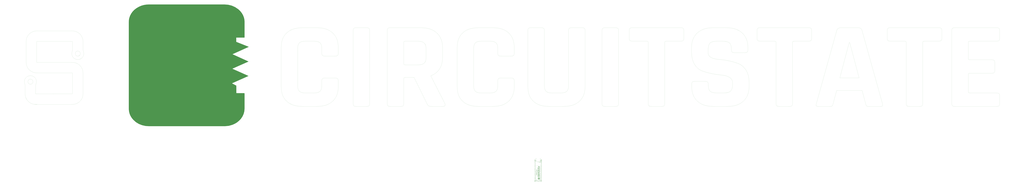
<source format=gbr>
G04 #@! TF.GenerationSoftware,KiCad,Pcbnew,(5.99.0-11673-ga90656900a)*
G04 #@! TF.CreationDate,2021-08-26T12:12:16+05:30*
G04 #@! TF.ProjectId,Mitayi-Pico-RP2040,4d697461-7969-42d5-9069-636f2d525032,0.1*
G04 #@! TF.SameCoordinates,Original*
G04 #@! TF.FileFunction,Legend,Bot*
G04 #@! TF.FilePolarity,Positive*
%FSLAX46Y46*%
G04 Gerber Fmt 4.6, Leading zero omitted, Abs format (unit mm)*
G04 Created by KiCad (PCBNEW (5.99.0-11673-ga90656900a)) date 2021-08-26 12:12:16*
%MOMM*%
%LPD*%
G01*
G04 APERTURE LIST*
G04 Aperture macros list*
%AMRoundRect*
0 Rectangle with rounded corners*
0 $1 Rounding radius*
0 $2 $3 $4 $5 $6 $7 $8 $9 X,Y pos of 4 corners*
0 Add a 4 corners polygon primitive as box body*
4,1,4,$2,$3,$4,$5,$6,$7,$8,$9,$2,$3,0*
0 Add four circle primitives for the rounded corners*
1,1,$1+$1,$2,$3*
1,1,$1+$1,$4,$5*
1,1,$1+$1,$6,$7*
1,1,$1+$1,$8,$9*
0 Add four rect primitives between the rounded corners*
20,1,$1+$1,$2,$3,$4,$5,0*
20,1,$1+$1,$4,$5,$6,$7,0*
20,1,$1+$1,$6,$7,$8,$9,0*
20,1,$1+$1,$8,$9,$2,$3,0*%
G04 Aperture macros list end*
%ADD10C,0.001000*%
%ADD11C,0.150000*%
%ADD12C,0.200000*%
%ADD13C,0.120000*%
%ADD14C,1.500000*%
%ADD15O,1.600000X1.700000*%
%ADD16R,1.600000X3.200000*%
%ADD17C,0.670000*%
%ADD18RoundRect,0.500000X0.000000X0.300000X0.000000X0.300000X0.000000X-0.300000X0.000000X-0.300000X0*%
%ADD19O,1.200000X1.900000*%
%ADD20C,1.450000*%
%ADD21R,3.200000X1.600000*%
%ADD22O,1.700000X1.600000*%
%ADD23R,2.000000X1.500000*%
%ADD24R,2.000000X3.800000*%
%ADD25RoundRect,0.135000X-0.135000X-0.185000X0.135000X-0.185000X0.135000X0.185000X-0.135000X0.185000X0*%
G04 APERTURE END LIST*
D10*
X54981311Y69372858D02*
X58322328Y70010245D01*
X58322010Y174819309D02*
X54980788Y175456631D01*
X-685320629Y21769260D02*
X-687166355Y26027064D01*
X-892035874Y97525401D02*
X-893712530Y96622520D01*
X-262763855Y65100319D02*
X-264394896Y61447316D01*
X-342827563Y164551019D02*
X-343052574Y160813627D01*
X-784134399Y117997572D02*
X-785415900Y120777856D01*
X581610448Y91318593D02*
X581612379Y82757268D01*
X509920551Y139661432D02*
X514361621Y138749305D01*
X-475320793Y181570660D02*
X-475664880Y183037967D01*
X64730768Y74550513D02*
X65855630Y77123518D01*
X-885291356Y91981333D02*
X-885633641Y90444559D01*
X-785415900Y120777856D02*
X-787060128Y123326604D01*
X313834303Y200392189D02*
X314184211Y198078933D01*
X1093529206Y67838299D02*
X1094529270Y66185999D01*
X-902717315Y90596735D02*
X-902835517Y93365539D01*
X156606878Y203366374D02*
X159056396Y203035910D01*
X-804715465Y67407869D02*
X-878487732Y67293747D01*
X212151014Y200392169D02*
X213200822Y202044515D01*
X-893400786Y117147602D02*
X-889023540Y113667647D01*
X564401775Y195077067D02*
X567481597Y192539523D01*
X-463794009Y133973580D02*
X-496503829Y148903949D01*
X-804406530Y157744320D02*
X-804416708Y173177970D01*
X-226318619Y203035890D02*
X-223869069Y203366298D01*
X-464667411Y103543826D02*
X-464213800Y103740402D01*
X-791207108Y155036617D02*
X-793205440Y155555645D01*
X-293724962Y160813500D02*
X-293949934Y164550168D01*
X576279026Y179508015D02*
X577562201Y175561967D01*
X464378089Y90106616D02*
X465427881Y91759100D01*
X-351585590Y200722674D02*
X-347369411Y201879334D01*
X-122817861Y126820172D02*
X-96687002Y126821188D01*
X337447444Y202044515D02*
X339197098Y203035890D01*
X-673282238Y243415167D02*
X-668418331Y246304627D01*
X17429382Y160813627D02*
X17430118Y84016346D01*
X-285359662Y200691074D02*
X-281453962Y199186220D01*
X-303858164Y41462990D02*
X-303857021Y41462203D01*
X709856979Y180956971D02*
X709507043Y178643617D01*
X547748641Y87037854D02*
X547749099Y90059515D01*
X1094529293Y44437284D02*
X1093529495Y42784979D01*
X497963818Y148946750D02*
X498988683Y146459729D01*
X489490135Y200657579D02*
X493697883Y201841887D01*
X65854490Y167705143D02*
X64729625Y170278427D01*
X160806052Y202044513D02*
X161855844Y200392189D01*
X372043303Y175669072D02*
X341645878Y175669198D01*
X280672635Y200392169D02*
X281722567Y202044515D01*
X373326252Y175495343D02*
X372043303Y175669072D01*
X1081849902Y110029332D02*
X1079400029Y109698769D01*
X-7656468Y54826921D02*
X-9985656Y57907524D01*
X-122816489Y126821062D02*
X-122817861Y126820172D01*
X-80723480Y202689696D02*
X-76232425Y201843848D01*
X-793846620Y129259122D02*
X-796619195Y130557219D01*
X213200822Y202044515D02*
X214950501Y203035890D01*
X1031405617Y69850444D02*
X1032405592Y69331618D01*
X-892120745Y49565451D02*
X-895450279Y52380594D01*
X865897002Y202044515D02*
X867646681Y203035890D01*
X812772927Y198078933D02*
X854900859Y46751067D01*
X-490814372Y68797187D02*
X-476620852Y68805574D01*
X-895465001Y90811492D02*
X-894349415Y88784524D01*
X-460837546Y237659605D02*
X-457618731Y233614635D01*
X-893712530Y96622520D02*
X-894955497Y95179812D01*
X17430118Y84016346D02*
X17655074Y80277304D01*
X545351339Y158799026D02*
X545101380Y163315439D01*
X-492822039Y213915442D02*
X-492812613Y214613835D01*
X308585238Y203366374D02*
X311034817Y203035910D01*
X61047212Y71072562D02*
X63155961Y72559804D01*
X-647469153Y36702657D02*
X-493477590Y36688321D01*
X511637002Y69379416D02*
X516552717Y69160471D01*
X463761458Y162072070D02*
X463944770Y166844360D01*
X-494158378Y215326765D02*
X-647616033Y215286478D01*
X339197098Y203035890D02*
X341646615Y203366298D01*
X931688945Y41462685D02*
X931687878Y41462203D01*
X-492815226Y66281922D02*
X-492809491Y67878048D01*
X-782805446Y158127987D02*
X-782187311Y155234292D01*
X853700651Y41793815D02*
X851701018Y41463269D01*
X-784156339Y59639599D02*
X-783155854Y63207484D01*
X1091863146Y68829681D02*
X1093529206Y67838299D01*
X-492812613Y214613835D02*
X-493145764Y215279165D01*
X1362640Y47410776D02*
X-1953168Y49558869D01*
X468607977Y61647138D02*
X466958145Y65317692D01*
X-16433161Y162324293D02*
X-15716582Y171686367D01*
X-70025993Y104663499D02*
X-70024622Y103656134D01*
X314184211Y198078933D02*
X314183398Y198078856D01*
X-894349415Y88784524D02*
X-892587648Y87454194D01*
X-886551104Y104151260D02*
X-884311157Y103157701D01*
X579029135Y166844073D02*
X579212891Y162072223D01*
X-477344836Y89124401D02*
X-477084191Y88600297D01*
X-792701479Y193265204D02*
X-788638848Y189967868D01*
X25795423Y70010118D02*
X29053283Y69372749D01*
X550629913Y132674761D02*
X559746712Y129590957D01*
X-368135158Y190001057D02*
X-365447983Y192791338D01*
X203366074Y70010245D02*
X206091034Y71072562D01*
X-804973555Y154649787D02*
X-804406530Y157744320D01*
X-796618679Y130556643D02*
X-793846104Y129258548D01*
X557368155Y199137135D02*
X561030629Y197276270D01*
X-263164418Y99533191D02*
X-261331910Y98494537D01*
X336397649Y200392169D02*
X337447444Y202044515D01*
X96086984Y61447316D02*
X94093486Y58073635D01*
X-261494122Y175795373D02*
X-260587987Y171584132D01*
X-890507627Y87031149D02*
X-890507635Y87031126D01*
X1030605638Y140166094D02*
X1030805633Y138952889D01*
X-805245728Y110383379D02*
X-807019631Y110395565D01*
X-799592699Y131460951D02*
X-796618679Y130556643D01*
X747983793Y41463193D02*
X747982378Y41462203D01*
X548499948Y152331181D02*
X546750269Y153322578D01*
X-805409325Y131968476D02*
X-799592699Y131460951D01*
X-790450810Y145747357D02*
X-792852680Y144804415D01*
X636615680Y174110472D02*
X636065843Y174975812D01*
X-876542666Y131976721D02*
X-877645603Y132141953D01*
X23120795Y71072453D02*
X25795423Y70010118D01*
X575344370Y116120016D02*
X578084463Y110933996D01*
X497888899Y85778853D02*
X498138857Y81371046D01*
X70926547Y201861518D02*
X75119703Y200691074D01*
X-788280286Y149563176D02*
X-788499346Y151794378D01*
X-259863078Y162324369D02*
X-259861681Y150489924D01*
X-451988806Y183058058D02*
X-468900000Y183058058D01*
X526687520Y175669021D02*
X516288659Y175669198D01*
X-892361235Y190961071D02*
X-894795434Y188323235D01*
X1362993Y197417971D02*
X4978744Y199235578D01*
X497889635Y87793047D02*
X497888899Y85778853D01*
X-787059613Y123326030D02*
X-785415382Y120777282D01*
X-293724962Y94339923D02*
X-293375026Y96761942D01*
X-453414886Y108481698D02*
X-448722846Y106380127D01*
X-201206579Y41462685D02*
X-223869882Y41462203D01*
X-271462750Y52164238D02*
X-274506079Y49655333D01*
X580042176Y105071753D02*
X581217502Y98533285D01*
X-274504936Y195173269D02*
X-271461607Y192665177D01*
X-807019631Y110395565D02*
X-876911794Y110392698D01*
X-799593215Y131461525D02*
X-805409840Y131969050D01*
X752880702Y44201486D02*
X751849521Y42596236D01*
X66754379Y160813500D02*
X66529406Y164550168D01*
X-879388152Y97895547D02*
X-878545939Y95594416D01*
X69905556Y145296905D02*
X68155887Y146335544D01*
X665062605Y41462685D02*
X665061539Y41462203D01*
X-801219920Y196537951D02*
X-804840781Y196765123D01*
X-451988953Y183057571D02*
X-451988806Y183058058D01*
X820506262Y46750000D02*
X813040262Y74447176D01*
X-873953431Y45667320D02*
X-805125528Y45657498D01*
X-781198149Y148577112D02*
X-781226693Y151943778D01*
X56622319Y203366374D02*
X66445931Y202697549D01*
X537352066Y41463015D02*
X508287659Y41462203D01*
X-347369411Y201879334D02*
X-342852996Y202705525D01*
X-892035805Y97525708D02*
X-890083759Y97761585D01*
X75121012Y44136475D02*
X70927860Y42966139D01*
X-805391684Y175122015D02*
X-804478857Y174995992D01*
X-798583255Y149817371D02*
X-798583258Y149817386D01*
X-804840009Y196764727D02*
X-801219145Y196537552D01*
X504304758Y71141960D02*
X507554348Y70039913D01*
X157890678Y42949345D02*
X153674537Y44106012D01*
X-376197354Y73141174D02*
X-376913238Y82504742D01*
X374242646Y174975812D02*
X373326252Y175495343D01*
X555880489Y44168814D02*
X551672868Y42984651D01*
X-294034572Y42130446D02*
X-303858164Y41462990D01*
X-494482236Y90307810D02*
X-482975604Y95411736D01*
X550949499Y152000716D02*
X548499948Y152331181D01*
X-76491771Y44041212D02*
X-78022726Y46750013D01*
X-887672271Y96960738D02*
X-886000049Y95047544D01*
X137123392Y54826921D02*
X134794301Y57907524D01*
X-228068298Y202044515D02*
X-226318619Y203035890D01*
X-293375026Y96761942D02*
X-292325218Y98492530D01*
X312784506Y202044513D02*
X313834303Y200392189D01*
X508287659Y41462203D02*
X498455849Y42138904D01*
X21028663Y172270145D02*
X19454036Y170279278D01*
X574629377Y183178792D02*
X576279026Y179508015D01*
X67106069Y148066610D02*
X66756106Y150490102D01*
X501490492Y171766489D02*
X499798148Y169349336D01*
X-490001125Y151838842D02*
X-464500000Y163450000D01*
X-892360448Y190960672D02*
X-889474073Y193195852D01*
X-782791468Y174980125D02*
X-782805446Y158127987D01*
X500696787Y144287689D02*
X503088131Y142430626D01*
X-485363918Y250543491D02*
X-477971037Y248650523D01*
X465326353Y139063379D02*
X464151686Y145807061D01*
X549169225Y201843848D02*
X553414353Y200659662D01*
X-465510851Y133020178D02*
X-463794009Y133973580D01*
X-879806292Y45671047D02*
X-883083959Y45918265D01*
X998144642Y202044515D02*
X999894321Y203035890D01*
X865896227Y176991149D02*
X864846409Y178643584D01*
X-46478519Y166844073D02*
X-46294773Y162072223D01*
X100435035Y167093798D02*
X100616261Y162324369D01*
X821171493Y44200457D02*
X820506262Y46750000D01*
X709855251Y198078933D02*
X709856979Y180956971D01*
X162205775Y198078933D02*
X162207579Y84016346D01*
X245480592Y77735262D02*
X244936910Y73244293D01*
X493964832Y42984778D02*
X489757076Y44169004D01*
X-264393753Y183380575D02*
X-262762712Y179727522D01*
X-783451609Y180594795D02*
X-782927919Y177810226D01*
X-878545939Y95594416D02*
X-878165040Y91287730D01*
X-343051253Y84016346D02*
X-342826298Y80277304D01*
X18329278Y167706235D02*
X17654395Y164551019D01*
X-195957258Y44437129D02*
X-197007121Y42784709D01*
X1084998748Y132108681D02*
X1084999739Y114986567D01*
X-804421559Y68186290D02*
X-804715465Y67407869D01*
X996744086Y46750000D02*
X996744898Y198078856D01*
X408836499Y46750483D02*
X408486522Y44437129D01*
X-899275819Y174967738D02*
X-899017257Y178604771D01*
X570230664Y189694548D02*
X572613258Y186574305D01*
X-798259120Y152136297D02*
X-798583260Y149817414D01*
X563446766Y47552566D02*
X559805122Y45691452D01*
X-879671169Y67350737D02*
X-879670394Y67350699D01*
X215971583Y42966139D02*
X211490945Y42130446D01*
X17654395Y164551019D02*
X17429382Y160813627D01*
X-332919447Y41462203D02*
X-342852191Y42123154D01*
X-78022726Y46750013D02*
X-104685614Y101137509D01*
X-67624322Y41462203D02*
X-71757117Y41713957D01*
X-451929027Y216061074D02*
X-451923291Y184305740D01*
X485832578Y45691579D02*
X482191340Y47552508D01*
X973332136Y203035910D02*
X975081792Y202044513D01*
X75119703Y200691074D02*
X79025400Y199186220D01*
X492290739Y93080845D02*
X494740256Y92750357D01*
X-807020406Y110395962D02*
X-805246503Y110383775D01*
X-4968871Y52037442D02*
X-7656468Y54826921D01*
X-789589811Y153753236D02*
X-791207108Y155036617D01*
X633866503Y175669072D02*
X603471619Y175669198D01*
X244030775Y69032645D02*
X242762185Y65100319D01*
X-493145764Y215279165D02*
X-494158378Y215326765D01*
X-793367693Y48671663D02*
X-796709212Y47070096D01*
X-477971037Y248650523D02*
X-471015112Y245511556D01*
X129061813Y73141174D02*
X128345899Y82504742D01*
X-802001478Y141199916D02*
X-799270998Y139230217D01*
X934138785Y41793231D02*
X931688945Y41462685D01*
X572630606Y55134715D02*
X569881084Y52290222D01*
X-886000117Y95047237D02*
X-887672339Y96960431D01*
X-882315461Y101735829D02*
X-880659559Y99962231D01*
X1033806038Y109698795D02*
X1032406209Y109525686D01*
X-294624853Y167705143D02*
X-295749715Y170278427D01*
X239796958Y203366374D02*
X242361617Y203051641D01*
X-892121263Y49566025D02*
X-889297452Y47883674D01*
X-468732521Y74052488D02*
X-468732231Y69210941D01*
X447681953Y200392189D02*
X448032051Y198078933D01*
X-783452381Y180595191D02*
X-785544071Y185755354D01*
X939086652Y175496090D02*
X938086855Y174976764D01*
X-223869882Y41462203D02*
X-226319404Y41792690D01*
X100436432Y77735262D02*
X99892750Y73244293D01*
X-90555441Y203366374D02*
X-80723480Y202689696D01*
X224070564Y45641450D02*
X220164791Y44136475D01*
X17627248Y202705553D02*
X27560629Y203366502D01*
X-674439066Y9298180D02*
X-679925915Y14217134D01*
X-342152678Y167706235D02*
X-342827563Y164551019D01*
X-476707778Y118898301D02*
X-472035321Y116784902D01*
X66755522Y84016397D02*
X66754379Y94339923D01*
X-782792240Y174980521D02*
X-782928691Y177810622D01*
X470360711Y186574904D02*
X472743775Y189694835D01*
X-265729081Y99879408D02*
X-263164418Y99533191D01*
X98985218Y175795373D02*
X99891353Y171584132D01*
X-893756660Y104268811D02*
X-896081804Y103393425D01*
X-55565494Y114339839D02*
X-59644096Y110516118D01*
X-448722846Y106380127D02*
X-443973401Y104113754D01*
X786643718Y172898312D02*
X767446627Y100129852D01*
X864846409Y178643584D02*
X864496446Y180956996D01*
X-785730088Y56338711D02*
X-787825344Y53368819D01*
X-892587648Y87454194D02*
X-890507627Y87031149D01*
X-496566227Y118932182D02*
X-494993901Y119846087D01*
X503863520Y173473925D02*
X501490492Y171766489D01*
X-1953168Y49558869D02*
X-4968871Y52037442D01*
X-74556845Y42469224D02*
X-76491771Y44041212D01*
X-647788078Y215247265D02*
X-647901839Y215146120D01*
X669262295Y42784709D02*
X667512418Y41793231D01*
X-895174666Y119279736D02*
X-893400786Y117147602D01*
X498138857Y81371046D02*
X498888731Y77719559D01*
X-795242858Y155221503D02*
X-796970721Y154091371D01*
X-464500000Y163450000D02*
X-474180879Y167315733D01*
X-890507635Y87031126D02*
X-888207919Y87511319D01*
X-359117251Y197417943D02*
X-355501538Y199235542D01*
X-482975604Y95411736D02*
X-464667411Y103543826D01*
X529085179Y69160394D02*
X533892456Y69396465D01*
X-900010707Y59654895D02*
X-898105173Y55783307D01*
X-688981881Y214806024D02*
X-688782941Y218963511D01*
X498455849Y42138904D02*
X493964832Y42984778D01*
X-43145036Y41841084D02*
X-46027895Y41463396D01*
X-295748572Y74550513D02*
X-294623710Y77123518D01*
X-790389324Y50792761D02*
X-787825862Y53369393D01*
X-494784958Y88727457D02*
X-495418081Y89035978D01*
X-299432128Y71072562D02*
X-297323379Y72559804D01*
X-785415382Y120777282D02*
X-784133883Y117996998D01*
X-782077687Y145327241D02*
X-781198149Y148577112D01*
X-893756145Y104268237D02*
X-891346828Y104715140D01*
X98986615Y69032645D02*
X97718028Y65100319D01*
X-647600809Y947859D02*
X-654498991Y1336387D01*
X564220214Y127332818D02*
X568310990Y124334948D01*
X931687878Y41462203D02*
X909290159Y41462203D01*
X468344274Y183179582D02*
X470360711Y186574904D01*
X-889296936Y47883097D02*
X-892120745Y49565451D01*
X-362432734Y195269876D02*
X-359117251Y197417943D01*
X-493477590Y36688321D02*
X-492945907Y36872405D01*
X1094863346Y63872775D02*
X1094862559Y46750483D01*
X-902370364Y95950324D02*
X-902836083Y93366113D01*
X-281453962Y199186220D02*
X-277835722Y197346950D01*
X-492752577Y183046712D02*
X-492813438Y184997389D01*
X851701018Y41463269D02*
X826105159Y41462203D01*
X996744898Y198078856D02*
X997094834Y200392169D01*
X1030806250Y174111218D02*
X1030606121Y172899455D01*
X601022101Y175999686D02*
X599272445Y176991149D01*
X206091034Y71072562D02*
X208200044Y72559804D01*
X-365447983Y192791338D02*
X-362432734Y195269876D01*
X172339639Y41462203D02*
X162406908Y42123154D01*
X575013525Y58254605D02*
X572630606Y55134715D01*
X-158213142Y202044515D02*
X-156463367Y203035890D01*
X-451921021Y43313593D02*
X-451918153Y37104208D01*
X72353351Y99879408D02*
X94750259Y99879408D01*
X-475313626Y169683942D02*
X-475320793Y181570660D01*
X-260587987Y171584132D02*
X-260044305Y167093798D01*
X245294441Y200533764D02*
X245662606Y198330621D01*
X-793846104Y129258548D02*
X-791307232Y127599112D01*
X-355501538Y199235542D02*
X-351585590Y200722674D01*
X761048139Y74448166D02*
X753582850Y46750990D01*
X-493029579Y251132886D02*
X-485363918Y250543491D01*
X214950501Y203035890D02*
X217400051Y203366298D01*
X4978551Y45593154D02*
X1362640Y47410776D01*
X719186957Y42784153D02*
X718786976Y44436588D01*
X-657757087Y250093965D02*
X-652860295Y250891669D01*
X-372434639Y183547839D02*
X-370464043Y186919890D01*
X553414353Y200659662D02*
X557368155Y199137135D01*
X-260231556Y96763448D02*
X-259863358Y94339923D01*
X18329939Y77121522D02*
X19454714Y74549007D01*
X-451926756Y66731377D02*
X-451921021Y43313593D01*
X314183398Y46750483D02*
X313833463Y44437129D01*
X-294033429Y202697549D02*
X-289552816Y201861518D01*
X578862148Y154974922D02*
X577812353Y153322578D01*
X-896739977Y185343465D02*
X-894794647Y188322829D01*
X211574704Y80278810D02*
X211799682Y84016397D01*
X482191340Y47552508D02*
X478833361Y49751782D01*
X578679555Y65320575D02*
X577029843Y61649891D01*
X1089530311Y175669173D02*
X1033806038Y175669198D01*
X498988683Y146459729D02*
X500696787Y144287689D01*
X-359116446Y47410776D02*
X-362432254Y49558869D01*
X-877658219Y172811981D02*
X-877647035Y174230256D01*
X376439632Y42784153D02*
X375339992Y44436588D01*
X704258006Y175669173D02*
X673860099Y175669198D01*
X-804418692Y108276253D02*
X-804415824Y69428223D01*
X-879766079Y68228688D02*
X-879669663Y67350841D01*
X-64464262Y107290671D02*
X-70025993Y104663499D01*
X909290159Y41462203D02*
X906722655Y41792690D01*
X-877647035Y174230256D02*
X-877472413Y175129823D01*
X27559639Y41462203D02*
X17626895Y42123154D01*
X750282277Y41746464D02*
X747983793Y41463193D01*
X466694460Y179508866D02*
X468344274Y183179582D01*
X-453837933Y68796532D02*
X-452058727Y68730726D01*
X-195955891Y200392189D02*
X-195605981Y198078933D01*
X997094022Y44436588D02*
X996744086Y46750000D01*
X-895450279Y52380594D02*
X-898104658Y55782731D01*
X-884311157Y103157701D02*
X-882315461Y101735829D01*
X-458107638Y110581119D02*
X-453414886Y108481698D01*
X-899280261Y132216210D02*
X-899271516Y169113266D01*
X670312234Y44437129D02*
X669262295Y42784709D01*
X-259863358Y94339923D02*
X-259864221Y82505555D01*
X1089531099Y69160140D02*
X1091863146Y68829681D01*
X-782077954Y145327690D02*
X-783840798Y142387528D01*
X-492438811Y68762204D02*
X-490814372Y68797187D01*
X718786976Y44436588D02*
X719186957Y46750000D01*
X-901093194Y63877817D02*
X-901371832Y67404684D01*
X-9985656Y57907524D02*
X-11956432Y61279252D01*
X139810874Y52037442D02*
X137123392Y54826921D01*
X494740256Y92750357D02*
X496489912Y91758896D01*
X577562201Y175561967D02*
X578478905Y171340655D01*
X283470846Y41792690D02*
X281720916Y42784153D01*
X1093529495Y42784979D02*
X1091863169Y41793563D01*
X-274506079Y49655333D02*
X-277836865Y47481070D01*
X-1952548Y195269893D02*
X1362993Y197417971D01*
X67104314Y96761942D02*
X68154122Y98492530D01*
X670860709Y174111218D02*
X670660892Y172899455D01*
X535685889Y174786709D02*
X531603235Y175447921D01*
X-468820121Y84214317D02*
X-468736105Y79196420D01*
X1002343871Y203366298D02*
X1089531099Y203366374D01*
X-41428616Y42974145D02*
X-43145036Y41841084D01*
X-886266091Y46661492D02*
X-889296936Y47883097D01*
X-293725774Y150490102D02*
X-293724962Y160813500D01*
X-648080335Y37581938D02*
X-647992449Y36894485D01*
X-261328112Y146334223D02*
X-263161152Y145295871D01*
X-902835517Y93365539D02*
X-902369798Y95949750D01*
X970882619Y203366374D02*
X973332136Y203035910D01*
X-195607301Y46750483D02*
X-195957258Y44437129D01*
X-788279925Y149562945D02*
X-788968603Y147429411D01*
X1093529495Y176991200D02*
X1091863169Y175999719D01*
X-159263005Y200392169D02*
X-158213142Y202044515D01*
X976480778Y180956971D02*
X976130848Y178643617D01*
X-894795434Y188323235D02*
X-896740764Y185343879D01*
X132823596Y61279252D02*
X131211278Y64942102D01*
X-798514294Y149064470D02*
X-798583255Y149817371D01*
X-9983941Y186919890D02*
X-7655056Y190001057D01*
X85975773Y49655333D02*
X82644966Y47481070D01*
X-197005775Y202044513D02*
X-195955891Y200392189D01*
X-327588241Y175669198D02*
X-331430205Y175456758D01*
X64729625Y170278427D02*
X63154818Y172270018D01*
X-453199560Y224268372D02*
X-452264218Y220211177D01*
X245662606Y198330621D02*
X245661818Y82505555D01*
X-476657877Y148855714D02*
X-443881915Y133893526D01*
X1033806038Y175669198D02*
X1032406209Y175496090D01*
X-80156682Y160813500D02*
X-80406681Y164447214D01*
X-647616033Y215286478D02*
X-647788078Y215247265D01*
X220164791Y44136475D02*
X215971583Y42966139D01*
X-475313493Y167865983D02*
X-475313626Y169683942D01*
X1094529270Y200392189D02*
X1094863346Y198078933D01*
X236781694Y54979275D02*
X234063290Y52164238D01*
X-264394896Y61447316D02*
X-266388394Y58073635D01*
X131211278Y64942102D02*
X129957351Y68896077D01*
X161855844Y200392189D02*
X162205775Y198078933D01*
X1091863146Y203035910D02*
X1093529206Y202044513D01*
X1084999739Y114986567D02*
X1084649757Y112673231D01*
X-4967881Y192791338D02*
X-1952548Y195269893D01*
X-793205079Y155555414D02*
X-791206747Y155036385D01*
X493697883Y201841887D02*
X498189063Y202688095D01*
X-647992449Y36894485D02*
X-647469153Y36702657D01*
X530358910Y105346990D02*
X525885363Y105922196D01*
X-347368408Y42949345D02*
X-351584523Y44106012D01*
X541352007Y172143932D02*
X538935479Y173685377D01*
X-885633710Y90444251D02*
X-885291424Y91981025D01*
X100616261Y162324369D02*
X100617659Y150489924D01*
X19454036Y170279278D02*
X18329278Y167706235D01*
X-788498983Y151794147D02*
X-788279925Y149562945D01*
X811771585Y200392189D02*
X812772927Y198078933D01*
X217399238Y203366374D02*
X239796958Y203366374D01*
X89019130Y52164238D02*
X85975773Y49655333D01*
X-877216810Y196755662D02*
X-878459030Y196749210D01*
X-492813438Y184997389D02*
X-492816306Y201142137D01*
X-805426457Y146993033D02*
X-805823909Y150858314D01*
X-459446738Y16004910D02*
X-463055044Y12144463D01*
X667512418Y41793231D02*
X665062605Y41462685D01*
X-782928691Y177810622D02*
X-783452381Y180595191D01*
X464209812Y77983283D02*
X464027422Y82756456D01*
X473349738Y123138542D02*
X470026800Y127702264D01*
X670662238Y46750483D02*
X670312234Y44437129D01*
X-796709728Y47070670D02*
X-793368211Y48672240D01*
X-899271516Y169113266D02*
X-899275819Y174967738D01*
X464151686Y145807061D02*
X463760722Y153259490D01*
X239137646Y58073635D02*
X236781694Y54979275D01*
X-804415049Y69427827D02*
X-804417917Y108275857D01*
X-896665316Y121678060D02*
X-898783201Y127288991D01*
X-293375811Y148066610D02*
X-293725774Y150490102D01*
X-804415824Y69428223D02*
X-804421559Y68186290D01*
X-668345367Y5558761D02*
X-674439066Y9298180D01*
X638265369Y42784153D02*
X637165732Y44436588D01*
X-796709212Y47070096D02*
X-800360579Y46050327D01*
X559805122Y45691452D02*
X555880489Y44168814D01*
X281720916Y42784153D02*
X280671030Y44436588D01*
X467177538Y92750515D02*
X469627055Y93080870D01*
X-260589130Y73244293D02*
X-261495265Y69032645D01*
X-796970721Y154091371D02*
X-798259120Y152136297D01*
X545101380Y163315439D02*
X544351506Y167045060D01*
X-343052574Y160813627D02*
X-343051253Y84016346D01*
X-804542633Y110239546D02*
X-804418692Y108276253D01*
X-131349010Y41462533D02*
X-131350382Y41462203D01*
X-790451171Y145747588D02*
X-788968964Y147429642D01*
X-796048627Y138058286D02*
X-799269985Y139230910D01*
X-125551368Y99580506D02*
X-125751307Y98368744D01*
X-783155338Y63206909D02*
X-784155824Y59639025D01*
X-795242495Y155221272D02*
X-793205079Y155555414D01*
X-804407102Y157745072D02*
X-804974126Y154650539D01*
X544169723Y99195272D02*
X541483020Y101263785D01*
X242361617Y203051641D02*
X244194110Y202107436D01*
X-799269985Y139230910D02*
X-802000416Y141200160D01*
X-68100170Y199137135D02*
X-64458971Y197276270D01*
X496489912Y91758896D02*
X497539704Y90106459D01*
X-368135539Y54826921D02*
X-370464714Y57907524D01*
X-898783201Y127288991D02*
X-899280261Y132216210D01*
X-790388809Y50792187D02*
X-793367693Y48671663D01*
X-898105173Y55783307D02*
X-895450795Y52381170D01*
X706707556Y175999719D02*
X704258006Y175669173D01*
X-464660319Y241184163D02*
X-460837546Y237659605D01*
X-883569185Y111208251D02*
X-889022745Y113667418D01*
X465427881Y91759100D02*
X467177538Y92750515D01*
X-885291424Y91981025D02*
X-885411010Y93550908D01*
X-688782941Y218963511D02*
X-688057154Y223061989D01*
X165807216Y72559753D02*
X167898644Y71072453D01*
X-299432654Y173757104D02*
X-302157330Y174819309D01*
X-795409370Y145152936D02*
X-797471215Y146704362D01*
X336047719Y198078856D02*
X336397649Y200392169D01*
X-342151433Y77121522D02*
X-341026658Y74549007D01*
X506162720Y140888539D02*
X509920551Y139661432D01*
X1094863346Y198078933D02*
X1094862559Y180956971D01*
X516288659Y175669198D02*
X511262603Y175425280D01*
X-796619195Y130557219D02*
X-799593215Y131461525D01*
X-647905062Y251137760D02*
X-493029579Y251132886D01*
X515778634Y107081208D02*
X505754948Y108817592D01*
X-303857021Y41462203D02*
X-332919447Y41462203D01*
X864497259Y198078856D02*
X864847194Y200392169D01*
X-782781417Y66979521D02*
X-783155338Y63206909D01*
X-362432254Y49558869D02*
X-365447957Y52037442D01*
X500138523Y74824396D02*
X501888230Y72685559D01*
X-302157012Y70010245D02*
X-299432128Y71072562D01*
X464494708Y171341254D02*
X465411272Y175562757D01*
X244194110Y202107436D02*
X245294441Y200533764D01*
X167898644Y71072453D02*
X170573297Y70010118D01*
X-475519825Y119718371D02*
X-476171544Y119457985D01*
X-492822039Y213915442D02*
X-492816306Y201142137D01*
X-492816306Y201142137D02*
X-492813438Y184997389D01*
X-492813438Y184997389D02*
X-492752577Y183046712D01*
X-492752577Y183046712D02*
X-484039488Y183045996D01*
X-484039488Y183045996D02*
X-475664880Y183037967D01*
X-475664880Y183037967D02*
X-475320793Y181570660D01*
X-475320793Y181570660D02*
X-475313626Y169683942D01*
X-475313626Y169683942D02*
X-475313493Y167865983D01*
X-475313493Y167865983D02*
X-474180879Y167315733D01*
X-474180879Y167315733D02*
X-464500000Y163450000D01*
X-464500000Y163450000D02*
X-490001125Y151838842D01*
X-490001125Y151838842D02*
X-496503829Y148903949D01*
X-496503829Y148903949D02*
X-463794009Y133973580D01*
X-463794009Y133973580D02*
X-465510851Y133020178D01*
X-465510851Y133020178D02*
X-494993901Y119846087D01*
X-494993901Y119846087D02*
X-496566227Y118932182D01*
X-496566227Y118932182D02*
X-480251731Y111557927D01*
X-480251731Y111557927D02*
X-463940029Y104216870D01*
X-463940029Y104216870D02*
X-464213800Y103740402D01*
X-464213800Y103740402D02*
X-464667411Y103543826D01*
X-464667411Y103543826D02*
X-482975604Y95411736D01*
X-482975604Y95411736D02*
X-494482236Y90307810D01*
X-494482236Y90307810D02*
X-495900511Y89614120D01*
X-495900511Y89614120D02*
X-495418081Y89035978D01*
X-495418081Y89035978D02*
X-494784958Y88727457D01*
X-494784958Y88727457D02*
X-482365501Y82250711D01*
X-482365501Y82250711D02*
X-476236481Y79047289D01*
X-476236481Y79047289D02*
X-475160212Y78387793D01*
X-475160212Y78387793D02*
X-475101716Y75184421D01*
X-475101716Y75184421D02*
X-475101716Y72168577D01*
X-475101716Y72168577D02*
X-475163006Y69073029D01*
X-475163006Y69073029D02*
X-476620852Y68805574D01*
X-476620852Y68805574D02*
X-490814372Y68797187D01*
X-490814372Y68797187D02*
X-492438811Y68762204D01*
X-492438811Y68762204D02*
X-492809491Y67878048D01*
X-492809491Y67878048D02*
X-492815226Y66281922D01*
X-492815226Y66281922D02*
X-492821678Y38782866D01*
X-492821678Y38782866D02*
X-492945907Y36872405D01*
X-492945907Y36872405D02*
X-493477590Y36688321D01*
X-493477590Y36688321D02*
X-647469153Y36702657D01*
X-647469153Y36702657D02*
X-647992449Y36894485D01*
X-647992449Y36894485D02*
X-648080335Y37581938D01*
X-648080335Y37581938D02*
X-648048506Y214815010D01*
X-648048506Y214815010D02*
X-647901839Y215146120D01*
X-647901839Y215146120D02*
X-647788078Y215247265D01*
X-647788078Y215247265D02*
X-647616033Y215286478D01*
X-647616033Y215286478D02*
X-494158378Y215326765D01*
X-494158378Y215326765D02*
X-493145764Y215279165D01*
X-493145764Y215279165D02*
X-492812613Y214613835D01*
X-492812613Y214613835D02*
X-492822039Y213915442D01*
X-492822039Y213915442D02*
X-492822039Y213915442D01*
X579212891Y162072223D02*
X579212079Y157288235D01*
X149758487Y45593154D02*
X146142526Y47410776D01*
X-883084474Y45918839D02*
X-879806810Y45671621D01*
X-492821678Y38782866D02*
X-492815226Y66281922D01*
X-451918153Y37104208D02*
X-452363730Y31314643D01*
X-47028754Y171340655D02*
X-46478519Y166844073D01*
X-80405513Y137656254D02*
X-80155513Y141173458D01*
X-452363730Y31314643D02*
X-453797555Y25877781D01*
X-783840798Y142387528D02*
X-786342362Y140043522D01*
X408486522Y44437129D02*
X407436590Y42784709D01*
X-288125989Y99879408D02*
X-265729081Y99879408D01*
X94093486Y58073635D02*
X91737534Y54979275D01*
X1031406277Y174976764D02*
X1030806250Y174111218D01*
X-877472413Y175129823D02*
X-806810317Y175129756D01*
X-679925915Y14217134D02*
X-682896486Y17812100D01*
X-784133883Y117996998D02*
X-783247367Y115017626D01*
X444881816Y175999719D02*
X442432266Y175669173D01*
X-11956432Y61279252D02*
X-13568798Y64942102D01*
X547182257Y42138963D02*
X537352066Y41463015D01*
X516552717Y69160471D02*
X529085179Y69160394D01*
X1030806250Y108140814D02*
X1030606121Y106929051D01*
X-796970360Y154091140D02*
X-795242495Y155221272D01*
X-899272291Y169113662D02*
X-899281036Y132216606D01*
X409637315Y174976764D02*
X409037509Y174111218D01*
X311034817Y203035910D02*
X312784506Y202044513D01*
X-297324522Y172270018D02*
X-299432654Y173757104D01*
X-878458258Y196748814D02*
X-877216038Y196755266D01*
X-787060128Y123326604D02*
X-789034831Y125611364D01*
X162207579Y84016346D02*
X162432556Y80277304D01*
X-49632981Y123782099D02*
X-52228454Y118761832D01*
X481924935Y197274670D02*
X485565819Y199135174D01*
X-791307232Y127599112D02*
X-789034315Y125610790D01*
X813040262Y74447176D02*
X761048139Y74448166D01*
X-877657703Y172811407D02*
X-877657703Y134139653D01*
X163107488Y77121522D02*
X164232375Y74549007D01*
X58322328Y70010245D02*
X61047212Y71072562D01*
X-266388394Y58073635D02*
X-268744346Y54979275D01*
X-128899304Y41793086D02*
X-131349010Y41462533D01*
X79025400Y199186220D02*
X82643638Y197346950D01*
X-467126845Y8813022D02*
X-471604778Y6051468D01*
X-271461607Y192665177D02*
X-268743203Y189849404D01*
X-883083959Y45918265D02*
X-886266091Y46661492D01*
X464027422Y82756456D02*
X464028159Y82757268D01*
X17655074Y80277304D02*
X18329939Y77121522D01*
X-684166174Y232256609D02*
X-681251963Y236309913D01*
X-883569960Y111208647D02*
X-880273850Y110534872D01*
X-893712462Y96622827D02*
X-892035805Y97525708D01*
X901775749Y175495343D02*
X900492767Y175669072D01*
X-891346828Y104715140D02*
X-888920739Y104673278D01*
X-898159745Y182083730D02*
X-896739977Y185343465D01*
X-805409840Y131969050D02*
X-874945895Y131969050D01*
X211799682Y84016397D02*
X211801078Y198078856D01*
X-654498991Y1336387D02*
X-661685210Y2928343D01*
X-901375934Y84788713D02*
X-901372350Y67405258D01*
X-375300958Y175931078D02*
X-374046945Y179884900D01*
X66754379Y94339923D02*
X67104314Y96761942D01*
X485624458Y114357358D02*
X481148566Y116466089D01*
X823636837Y41745463D02*
X822105827Y42595246D01*
X-893399976Y117147444D02*
X-895173856Y119279571D01*
X-303857021Y203366374D02*
X-294033429Y202697549D01*
X1030606121Y172899455D02*
X1030605638Y140166094D01*
X159056396Y203035910D02*
X160806052Y202044513D01*
X-125749682Y129590804D02*
X-125566357Y128377538D01*
X-879388668Y97896121D02*
X-880660075Y99962805D01*
X-464147681Y95055860D02*
X-470788588Y92100671D01*
X173831170Y69372749D02*
X177672267Y69160344D01*
X-791206747Y155036385D02*
X-789589450Y153753005D01*
X-781198240Y148577198D02*
X-782077954Y145327690D01*
X-804099411Y143832158D02*
X-805426457Y146993033D01*
X-305498029Y69372858D02*
X-302157012Y70010245D01*
X1030605638Y71929756D02*
X1030805633Y70716490D01*
X635149452Y175495343D02*
X633866503Y175669072D01*
X547489546Y82285166D02*
X547748641Y87037854D01*
X708457235Y176991200D02*
X706707556Y175999719D01*
X475758641Y52289410D02*
X473008224Y55132998D01*
X903423800Y46750000D02*
X903425299Y172899328D01*
X-898160528Y182084144D02*
X-899018034Y178605183D01*
X99892750Y73244293D02*
X98986615Y69032645D01*
X94750259Y99879408D02*
X97314917Y99533191D01*
X162432556Y80277304D02*
X163107488Y77121522D01*
X-805391113Y175121263D02*
X-806809746Y175129005D01*
X-877646520Y174229682D02*
X-877657703Y172811407D01*
X804774239Y203366374D02*
X807772241Y203035910D01*
X997094834Y200392169D02*
X998144642Y202044515D01*
X-482365501Y82250711D02*
X-494784958Y88727457D01*
X767446627Y100129852D02*
X806907839Y100131122D01*
X208200044Y72559804D02*
X209774885Y74550513D01*
X-445391590Y133119334D02*
X-462401589Y125561641D01*
X-886172218Y194967215D02*
X-882491575Y196213618D01*
X17626895Y42123154D02*
X13110678Y42949345D01*
X-376913264Y162324293D02*
X-376196684Y171686367D01*
X-792853043Y144804646D02*
X-790451171Y145747588D01*
X-289553959Y42966139D02*
X-294034572Y42130446D01*
X-899969856Y100355405D02*
X-901391395Y98297553D01*
X51024159Y69160394D02*
X54981311Y69372858D01*
X-266387251Y186754536D02*
X-264393753Y183380575D01*
X-788968603Y147429411D02*
X-790450810Y145747357D01*
X79026714Y45641450D02*
X75121012Y44136475D01*
X68154122Y98492530D02*
X69903801Y99531685D01*
X-290576324Y145296905D02*
X-292325993Y146335544D01*
X-902369798Y95949750D02*
X-901390839Y98296976D01*
X-686449049Y227816971D02*
X-684166174Y232256609D01*
X-15716582Y171686367D02*
X-14820856Y175931078D01*
X337446885Y176991149D02*
X336397047Y178643584D01*
X-228069073Y42784153D02*
X-229118891Y44436588D01*
X231019813Y49655333D02*
X227688905Y47481070D01*
X-126099640Y44437061D02*
X-127149514Y42784595D01*
X-784155824Y59639025D02*
X-785730088Y56338711D01*
X999894321Y203035890D02*
X1002343871Y203366298D01*
X-443250000Y164000000D02*
X-476657877Y148855714D01*
X-277836865Y47481070D02*
X-281455105Y45641450D01*
X-52228454Y118761832D02*
X-55565494Y114339839D01*
X-879783643Y85259311D02*
X-879766079Y68228688D01*
X-223869069Y203366298D02*
X-201205462Y203366374D01*
X-896740764Y185343879D02*
X-898160528Y182084144D01*
X-484039488Y183045996D02*
X-492752577Y183046712D01*
X-370464043Y186919890D02*
X-368135158Y190001057D01*
X-879766594Y68229262D02*
X-879784158Y85259885D01*
X1094529293Y178643617D02*
X1093529495Y176991200D01*
X-123951626Y100965378D02*
X-124951474Y100446049D01*
X-786342362Y140043522D02*
X-789332801Y138497402D01*
X-332919473Y203366502D02*
X-303857021Y203366374D01*
X-878165556Y91288304D02*
X-878546454Y95594990D01*
X-801219145Y196537552D02*
X-797694303Y195678636D01*
X-122818521Y175669198D02*
X-124103459Y175496090D01*
X-901390839Y98296976D02*
X-899969315Y100354829D01*
X-895606405Y93324764D02*
X-894955429Y95180120D01*
X-901391395Y98297553D02*
X-902370364Y95950324D01*
X-785543268Y185754957D02*
X-783451609Y180594795D01*
X100617659Y82505555D02*
X100436432Y77735262D01*
X975081053Y176991200D02*
X973331399Y175999719D01*
X-878486957Y67293350D02*
X-804714691Y67407473D01*
X-80406681Y164447214D02*
X-81156679Y167546868D01*
X-477084191Y88600297D02*
X-476628708Y88379957D01*
X975081792Y202044513D02*
X976131584Y200392189D01*
X-798583260Y149817414D02*
X-798583258Y149817386D01*
X766512390Y203034899D02*
X769313527Y203365308D01*
X-125749682Y46750483D02*
X-126099640Y44437061D01*
X91736137Y189849404D02*
X94092089Y186754536D01*
X464028159Y87793072D02*
X464378089Y90106616D01*
X546169897Y96530645D02*
X544169723Y99195272D01*
X540880850Y135129564D02*
X550629913Y132674761D01*
X507554348Y70039913D02*
X511637002Y69379416D01*
X280321185Y46750000D02*
X280322659Y198078856D01*
X285922292Y203366298D02*
X308585238Y203366374D01*
X374974260Y46750000D02*
X374975758Y172899328D01*
X-443881915Y133893526D02*
X-445391590Y133119334D01*
X-889297452Y47883674D02*
X-886266607Y46662068D01*
X-451923291Y184305740D02*
X-451988953Y183057571D01*
X902692166Y174975812D02*
X901775749Y175495343D01*
X464028159Y82757268D02*
X464028159Y87793072D01*
X-648048506Y214815010D02*
X-648080335Y37581938D01*
X-805823909Y150858314D02*
X-804973555Y154649787D01*
X-799270998Y139230217D02*
X-796049427Y138057242D01*
X-305498555Y175456631D02*
X-309456324Y175669072D01*
X-682896486Y17812100D02*
X-685320629Y21769260D01*
X1093529206Y202044513D02*
X1094529270Y200392189D01*
X97718028Y65100319D02*
X96086984Y61447316D01*
X976131584Y200392189D02*
X976481515Y198078933D01*
X545423027Y75235003D02*
X546714341Y78350882D01*
X-901945036Y87696302D02*
X-901375934Y84788713D01*
X210899772Y77123518D02*
X211574704Y80278810D01*
X810104688Y202044513D02*
X811771585Y200392189D01*
X21029400Y72559753D02*
X23120795Y71072453D01*
X-124099761Y126992666D02*
X-122816489Y126821062D01*
X787710747Y172899583D02*
X786643718Y172898312D01*
X-901375418Y84788139D02*
X-901944520Y87695728D01*
X-882491575Y196213618D02*
X-878458258Y196748814D01*
X25793607Y174819436D02*
X23119251Y173757231D01*
X-292325218Y98492530D02*
X-290575539Y99531685D01*
X-874945895Y131969050D02*
X-876542666Y131976721D01*
X-891347343Y104715714D02*
X-893756660Y104268811D01*
X-889023540Y113667647D02*
X-883569960Y111208647D01*
X-464213800Y103740402D02*
X-463940029Y104216870D01*
X27560629Y203366502D02*
X56622319Y203366374D01*
X-888207870Y87511565D02*
X-890507642Y87031360D01*
X-889474073Y193195852D02*
X-886172218Y194967215D01*
X-787825344Y53368819D02*
X-790388809Y50792187D01*
X1079399039Y137396479D02*
X1081849016Y137065991D01*
X-798583258Y149817386D02*
X-798514655Y149064701D01*
X497622199Y151748748D02*
X497963818Y148946750D01*
X-886000049Y95047544D02*
X-885410942Y93551215D01*
X581429077Y77985000D02*
X580879172Y73488130D01*
X-13566843Y179884900D02*
X-11954537Y183547839D01*
X-122551822Y101138486D02*
X-123951626Y100965378D01*
X164232375Y74549007D02*
X165807216Y72559753D01*
X1032405592Y137568055D02*
X1033805556Y137396428D01*
X-285360805Y44136475D02*
X-289553959Y42966139D01*
X-125020638Y174976764D02*
X-125570055Y174111218D01*
X-260044305Y167093798D02*
X-259863078Y162324369D01*
X-125566357Y128377538D02*
X-125016384Y127511492D01*
X-789034831Y125611364D02*
X-791307748Y127599686D01*
X-263161152Y145295871D02*
X-265727405Y144950515D01*
X463944770Y166844360D02*
X464494708Y171341254D01*
X-798514655Y149064701D02*
X-797471576Y146704594D01*
X-46295942Y142432536D02*
X-46666723Y135617450D01*
X128344299Y198078856D02*
X128694255Y200392169D01*
X1032406209Y109525686D02*
X1031406277Y109006360D01*
X-804840781Y196765123D02*
X-877216810Y196755662D01*
X854900859Y46751067D02*
X855300571Y44437713D01*
X-195607301Y198078856D02*
X-195607301Y46750483D01*
X-84156674Y172144009D02*
X-86439595Y173685453D01*
X-896666121Y121678266D02*
X-895174666Y119279736D01*
X-261331910Y98494537D02*
X-260231556Y96763448D01*
X100615906Y94339923D02*
X100617659Y82505555D01*
X-804541859Y110239150D02*
X-805245728Y110383379D01*
X543101714Y169987892D02*
X541352007Y172143932D01*
X935888670Y42784709D02*
X934138785Y41793231D01*
X-89289150Y174786785D02*
X-92705343Y175447998D01*
X-886430155Y89047556D02*
X-888207870Y87511565D01*
X65855630Y77123518D02*
X66530549Y80278810D01*
X-84155505Y130220597D02*
X-82405509Y132179824D01*
X706705667Y203035910D02*
X708455292Y202044513D01*
X534685879Y203366374D02*
X544632770Y202689696D01*
X280322659Y198078856D02*
X280672635Y200392169D01*
X100251055Y148065576D02*
X99151248Y146334223D01*
X573613182Y152000793D02*
X550949499Y152000716D01*
X561030629Y197276270D02*
X564401775Y195077067D01*
X-281455105Y45641450D02*
X-285360805Y44136475D01*
X-805246503Y110383775D02*
X-804542633Y110239546D01*
X1030805633Y70716490D02*
X1031405617Y69850444D01*
X-342826298Y80277304D02*
X-342151433Y77121522D01*
X577812353Y153322578D02*
X576062699Y152331201D01*
X283472452Y203035890D02*
X285922292Y203366298D01*
X97318232Y145295871D02*
X94752011Y144950515D01*
X-475160212Y78387793D02*
X-476236481Y79047289D01*
X-882492347Y196214015D02*
X-886172997Y194967606D01*
X234063290Y52164238D02*
X231019813Y49655333D01*
X13110678Y42949345D02*
X8894563Y44106012D01*
X-337360544Y71072453D02*
X-334685891Y70010118D01*
X599273184Y202044515D02*
X601022838Y203035890D01*
X-468736105Y79196420D02*
X-468732521Y74052488D01*
X-470788588Y92100671D02*
X-477344836Y89124401D01*
X-365447957Y52037442D02*
X-368135539Y54826921D01*
X-663221994Y248541743D02*
X-657757087Y250093965D01*
X-886172997Y194967606D02*
X-889474860Y193196243D01*
X751849521Y42596236D02*
X750282277Y41746464D01*
X-15718296Y73141174D02*
X-16434152Y82504742D01*
X597872722Y180956996D02*
X597873459Y198078856D01*
X-475664880Y183037967D02*
X-484039488Y183045996D01*
X466958145Y65317692D02*
X465675171Y69263899D01*
X-798583258Y149817386D02*
X-798258907Y152136206D01*
X-782796271Y110618057D02*
X-783247883Y115018200D01*
X-455055520Y229125482D02*
X-453199560Y224268372D01*
X-878546454Y95594990D02*
X-879388668Y97896121D01*
X-879271685Y87108698D02*
X-878165556Y91288304D01*
X-895606474Y93324457D02*
X-895465001Y90811492D01*
X1030606121Y106929051D02*
X1030605638Y71929756D01*
X673860099Y175669198D02*
X672460312Y175496090D01*
X-7655056Y190001057D02*
X-4967881Y192791338D01*
X475493464Y192539371D02*
X478567484Y195076068D01*
X753582850Y46750990D02*
X752880702Y44201486D01*
X855300571Y44437713D02*
X854900501Y42785296D01*
X747982378Y41462203D02*
X722386798Y41462203D01*
X-783247883Y115018200D02*
X-784134399Y117997572D01*
X209774885Y74550513D02*
X210899772Y77123518D01*
X-895173856Y119279571D02*
X-896665316Y121678060D01*
X177672267Y69160344D02*
X196068318Y69160394D01*
X444882467Y203035910D02*
X446632092Y202044513D01*
X864496446Y180956996D02*
X864497259Y198078856D01*
X1081849016Y137065991D02*
X1083598962Y136074530D01*
X-901372350Y67405258D02*
X-901093712Y63878392D01*
X544351506Y167045060D02*
X543101714Y169987892D01*
X-450711742Y101055975D02*
X-457347771Y98089178D01*
X70927860Y42966139D02*
X66447262Y42130446D01*
X-288126801Y144950692D02*
X-290576324Y145296905D01*
X937288579Y46750483D02*
X936938602Y44437129D01*
X-876911794Y110392698D02*
X-880273075Y110534475D01*
X280671030Y44436588D02*
X280321185Y46750000D01*
X940486438Y175669198D02*
X939086652Y175496090D01*
X211490945Y42130446D02*
X201667368Y41462990D01*
X-80155513Y141173458D02*
X-80156682Y160813500D01*
X-797471576Y146704594D02*
X-795409731Y145153167D01*
X-898783976Y127289387D02*
X-896666121Y121678266D01*
X100617659Y150489924D02*
X100251055Y148065576D01*
X537916619Y70104678D02*
X541157669Y71285031D01*
X-892587646Y87454430D02*
X-894349400Y88784768D01*
X-492945907Y36872405D02*
X-492821678Y38782866D01*
X976481515Y198078933D02*
X976480778Y180956971D01*
X-495900511Y89614120D02*
X-494482236Y90307810D01*
X-805824480Y150859068D02*
X-805427028Y146993785D01*
X567481597Y192539523D02*
X570230664Y189694548D01*
X63154818Y172270018D02*
X61046686Y173757104D01*
X-901093712Y63878392D02*
X-900010707Y59654895D01*
X-877216038Y196755266D02*
X-804840009Y196764727D01*
X938086855Y174976764D02*
X937487049Y174111218D01*
X-894955497Y95179812D02*
X-895606474Y93324457D01*
X904889093Y42784153D02*
X903789476Y44436588D01*
X481148566Y116466089D02*
X477056995Y119393149D01*
X-131350382Y41462203D02*
X-154012262Y41462203D01*
X-468914344Y174213067D02*
X-443250000Y164000000D01*
X1032406209Y175496090D02*
X1031406277Y174976764D01*
X100247741Y96763448D02*
X100615906Y94339923D01*
X-798258907Y152136206D02*
X-796970360Y154091140D01*
X-898104658Y55782731D02*
X-900010191Y59654321D01*
X-92704868Y127033652D02*
X-89288909Y127671039D01*
X-81155511Y134658376D02*
X-80405513Y137656254D01*
X-877645087Y132141379D02*
X-876542151Y131976147D01*
X-463940029Y104216870D02*
X-480251731Y111557927D01*
X-197007121Y42784709D02*
X-198756896Y41793231D01*
X153674537Y44106012D02*
X149758487Y45593154D01*
X-261495265Y69032645D02*
X-262763855Y65100319D01*
X-468732231Y69210941D02*
X-468022136Y68799463D01*
X-876912569Y110393094D02*
X-807020406Y110395962D01*
X-480251731Y111557927D02*
X-496566227Y118932182D01*
X-797695075Y195679032D02*
X-801219920Y196537951D01*
X507120889Y174693521D02*
X503863520Y173473925D01*
X-885633641Y90444559D02*
X-886430155Y89047556D01*
X1033805556Y137396428D02*
X1079399039Y137396479D01*
X-262762712Y179727522D02*
X-261494122Y175795373D01*
X-309456324Y175669072D02*
X-327588241Y175669198D01*
X864847194Y200392169D02*
X865897002Y202044515D01*
X242762185Y65100319D02*
X241131144Y61447316D01*
X241131144Y61447316D02*
X239137646Y58073635D01*
X-804714691Y67407473D02*
X-804420785Y68185894D01*
X-785544071Y185755354D02*
X-788639696Y189968266D01*
X-795409731Y145153167D02*
X-792853043Y144804646D01*
X970881882Y175669173D02*
X940486438Y175669198D01*
X405686705Y41793231D02*
X403236865Y41462685D01*
X-124951474Y100446049D02*
X-125551368Y99580506D01*
X-491839119Y950727D02*
X-493258471Y948575D01*
X603472355Y203366298D02*
X704256279Y203366374D01*
X-452058727Y68730726D02*
X-451926756Y66731377D01*
X374975758Y172899328D02*
X374792480Y174110472D01*
X66530549Y80278810D02*
X66755522Y84016397D01*
X665061539Y41462203D02*
X642666359Y41462203D01*
X-376913238Y82504742D02*
X-376913264Y162324293D01*
X-886551623Y104151834D02*
X-888921255Y104673852D01*
X-76232425Y201843848D02*
X-72024656Y200659662D01*
X-476431479Y3900682D02*
X-483998929Y1713445D01*
X-888921255Y104673852D02*
X-891347343Y104715714D01*
X-46027895Y41463396D02*
X-67624322Y41462203D01*
X501888230Y72685559D02*
X504304758Y71141960D01*
X599272445Y176991149D02*
X598222653Y178643584D01*
X-804478285Y174995241D02*
X-805391113Y175121263D01*
X200025171Y69372858D02*
X203366074Y70010245D01*
X339196496Y175999686D02*
X337446885Y176991149D01*
X497864967Y161732511D02*
X497624129Y156532838D01*
X-783840541Y142386710D02*
X-782077687Y145327241D01*
X-341027920Y170279278D02*
X-342152678Y167706235D01*
X470624671Y58252240D02*
X468607977Y61647138D01*
X-805427028Y146993785D02*
X-804100336Y143832415D01*
X-159261631Y44436588D02*
X-159611539Y46750000D01*
X637165732Y44436588D02*
X636800000Y46750000D01*
X579212079Y157288235D02*
X578862148Y154974922D01*
X336397047Y178643584D02*
X336046982Y180956996D01*
X29053283Y69372749D02*
X32894375Y69160344D01*
X85974414Y195173269D02*
X89017732Y192665177D01*
X545350526Y157288158D02*
X545351339Y158799026D01*
X541483020Y101263785D02*
X538157738Y103017784D01*
X-901944520Y87695728D02*
X-902717315Y90596735D01*
X380840619Y41462203D02*
X378273171Y41792690D01*
X63155961Y72559804D02*
X64730768Y74550513D01*
X514361621Y138749305D02*
X519485934Y138152154D01*
X511262603Y175425280D02*
X507120889Y174693521D01*
X533892456Y69396465D02*
X537916619Y70104678D01*
X-125751307Y98368744D02*
X-125749682Y46750483D01*
X-793368211Y48672240D02*
X-790389324Y50792761D01*
X-877657703Y134139653D02*
X-877645087Y132141379D01*
X1091863169Y41793563D02*
X1089530311Y41463041D01*
X-782927919Y177810226D02*
X-782791468Y174980125D01*
X-788499346Y151794378D02*
X-789589811Y153753236D01*
X448032051Y198078933D02*
X448031238Y180956971D01*
X-879670394Y67350699D02*
X-879766594Y68229262D01*
X-64458971Y197276270D02*
X-61101055Y195077067D01*
X-339453293Y172270145D02*
X-341027920Y170279278D01*
X-688972059Y37399724D02*
X-688981881Y214806024D01*
X408837692Y172899455D02*
X408836499Y46750483D01*
X-874945380Y131968476D02*
X-805409325Y131968476D01*
X1031405617Y138086876D02*
X1032405592Y137568055D01*
X-647901839Y215146120D02*
X-648048506Y214815010D01*
X-463055044Y12144463D02*
X-467126845Y8813022D01*
X-879669663Y67350841D02*
X-879670394Y67350699D01*
X822105827Y42595246D02*
X821171493Y44200457D01*
X-805125528Y45657498D02*
X-800361097Y46050901D01*
X-339451972Y72559753D02*
X-337360544Y71072453D01*
X551672868Y42984651D02*
X547182257Y42138963D01*
X-668418331Y246304627D02*
X-663221994Y248541743D01*
X-470193593Y84998760D02*
X-468820121Y84214317D01*
X-52894580Y186574305D02*
X-50878389Y183178792D01*
X-159611539Y46750000D02*
X-159612961Y198078856D01*
X709507043Y178643617D02*
X708457235Y176991200D01*
X-475163006Y69073029D02*
X-475101716Y72168577D01*
X19454714Y74549007D02*
X21029400Y72559753D01*
X-878459030Y196749210D02*
X-882492347Y196214015D01*
X-800360579Y46050327D02*
X-805125010Y45656924D01*
X1033805556Y69160014D02*
X1089531099Y69160140D01*
X128345899Y82504742D02*
X128344299Y198078856D01*
X-802000416Y141200160D02*
X-804099411Y143832158D01*
X1089530311Y41463041D02*
X1089531099Y41462203D01*
X903789476Y44436588D02*
X903423800Y46750000D01*
X407436590Y42784709D02*
X405686705Y41793231D01*
X719186957Y46750000D02*
X761314127Y198077866D01*
X936938602Y44437129D02*
X935888670Y42784709D01*
X-61101055Y195077067D02*
X-58026424Y192539523D01*
X1079400029Y109698769D02*
X1033806038Y109698795D01*
X-888207919Y87511319D02*
X-886430223Y89047249D01*
X-900010191Y59654321D02*
X-901093194Y63877817D01*
X-474180879Y167315733D02*
X-475313493Y167865983D01*
X-806810317Y175129756D02*
X-805391684Y175122015D01*
X-896081291Y103392849D02*
X-893756145Y104268237D01*
X-890083828Y97761278D02*
X-892035874Y97525401D01*
X508021720Y203366222D02*
X534685879Y203366374D01*
X-879806810Y45671621D02*
X-873953431Y45667320D01*
X976130848Y178643617D02*
X975081053Y176991200D01*
X56622319Y41462203D02*
X27559639Y41462203D01*
X-375301801Y68896077D02*
X-376197354Y73141174D01*
X89017732Y192665177D02*
X91736137Y189849404D01*
X937487049Y174111218D02*
X937287232Y172899455D01*
X-877658219Y134140227D02*
X-877658219Y172811981D01*
X227688905Y47481070D02*
X224070564Y45641450D01*
X-327586921Y69160344D02*
X-309455181Y69160394D01*
X473008224Y55132998D02*
X470624671Y58252240D01*
X499798148Y169349336D02*
X498589641Y166004676D01*
X-309455181Y69160394D02*
X-305498029Y69372858D01*
X-890507642Y87031360D02*
X-890507635Y87031380D01*
X1084648871Y134422093D02*
X1084998748Y132108681D01*
X1084649757Y112673231D02*
X1083599810Y111020821D01*
X-297323379Y72559804D02*
X-295748572Y74550513D01*
X547393148Y93431519D02*
X546169897Y96530645D01*
X-880273075Y110534475D02*
X-883569185Y111208251D01*
X572613258Y186574305D02*
X574629377Y183178792D01*
X-337362730Y173757231D02*
X-339453293Y172270145D01*
X497624129Y156532838D02*
X497622199Y151748748D01*
X-229118106Y200392169D02*
X-228068298Y202044515D01*
X-493258471Y948575D02*
X-647600809Y947859D01*
X244936910Y73244293D02*
X244030775Y69032645D01*
X-890083759Y97761585D02*
X-887672271Y96960738D01*
X-804417279Y173178722D02*
X-804407102Y157745072D01*
X-797694303Y195678636D02*
X-792701479Y193265204D01*
X-804420785Y68185894D02*
X-804415049Y69427827D01*
X-156463367Y203035890D02*
X-154013684Y203366298D01*
X519485934Y138152154D02*
X530499524Y136955359D01*
X341645878Y175669198D02*
X339196496Y175999686D01*
X538157738Y103017784D02*
X534449702Y104378853D01*
X-805125010Y45656924D02*
X-873952913Y45666744D01*
X498589641Y166004676D02*
X497864967Y161732511D01*
X-477084191Y88600297D02*
X-477344836Y89124401D01*
X-477344836Y89124401D02*
X-470788588Y92100671D01*
X-470788588Y92100671D02*
X-464147681Y95055860D01*
X-464147681Y95055860D02*
X-457347771Y98089178D01*
X-457347771Y98089178D02*
X-450711742Y101055975D01*
X-450711742Y101055975D02*
X-443973401Y104113754D01*
X-443973401Y104113754D02*
X-448722846Y106380127D01*
X-448722846Y106380127D02*
X-453414886Y108481698D01*
X-453414886Y108481698D02*
X-458107638Y110581119D01*
X-458107638Y110581119D02*
X-462642528Y112598964D01*
X-462642528Y112598964D02*
X-467341579Y114686486D01*
X-467341579Y114686486D02*
X-472035321Y116784902D01*
X-472035321Y116784902D02*
X-476707778Y118898301D01*
X-476707778Y118898301D02*
X-476171544Y119457985D01*
X-476171544Y119457985D02*
X-475519825Y119718371D01*
X-475519825Y119718371D02*
X-462401589Y125561641D01*
X-462401589Y125561641D02*
X-445391590Y133119334D01*
X-445391590Y133119334D02*
X-443881915Y133893526D01*
X-443881915Y133893526D02*
X-476657877Y148855714D01*
X-476657877Y148855714D02*
X-443250000Y164000000D01*
X-443250000Y164000000D02*
X-468914344Y174213067D01*
X-468914344Y174213067D02*
X-468900000Y183058058D01*
X-468900000Y183058058D02*
X-451988806Y183058058D01*
X-451988806Y183058058D02*
X-451988953Y183057571D01*
X-451988953Y183057571D02*
X-451923291Y184305740D01*
X-451923291Y184305740D02*
X-451929027Y216061074D01*
X-451929027Y216061074D02*
X-452264218Y220211177D01*
X-452264218Y220211177D02*
X-453199560Y224268372D01*
X-453199560Y224268372D02*
X-455055520Y229125482D01*
X-455055520Y229125482D02*
X-457618731Y233614635D01*
X-457618731Y233614635D02*
X-460837546Y237659605D01*
X-460837546Y237659605D02*
X-464660319Y241184163D01*
X-464660319Y241184163D02*
X-471015112Y245511556D01*
X-471015112Y245511556D02*
X-477971037Y248650523D01*
X-477971037Y248650523D02*
X-485363918Y250543491D01*
X-485363918Y250543491D02*
X-493029579Y251132886D01*
X-493029579Y251132886D02*
X-647905062Y251137760D01*
X-647905062Y251137760D02*
X-652860295Y250891669D01*
X-652860295Y250891669D02*
X-657757087Y250093965D01*
X-657757087Y250093965D02*
X-663221994Y248541743D01*
X-663221994Y248541743D02*
X-668418331Y246304627D01*
X-668418331Y246304627D02*
X-673282238Y243415167D01*
X-673282238Y243415167D02*
X-677749859Y239905898D01*
X-677749859Y239905898D02*
X-681251963Y236309913D01*
X-681251963Y236309913D02*
X-684166174Y232256609D01*
X-684166174Y232256609D02*
X-686449049Y227816971D01*
X-686449049Y227816971D02*
X-688057154Y223061989D01*
X-688057154Y223061989D02*
X-688782941Y218963511D01*
X-688782941Y218963511D02*
X-688981881Y214806024D01*
X-688981881Y214806024D02*
X-688972059Y37399724D01*
X-688972059Y37399724D02*
X-688964891Y35448689D01*
X-688964891Y35448689D02*
X-688401667Y30523959D01*
X-688401667Y30523959D02*
X-687166355Y26027064D01*
X-687166355Y26027064D02*
X-685320629Y21769260D01*
X-685320629Y21769260D02*
X-682896486Y17812100D01*
X-682896486Y17812100D02*
X-679925915Y14217134D01*
X-679925915Y14217134D02*
X-674439066Y9298180D01*
X-674439066Y9298180D02*
X-668345367Y5558761D01*
X-668345367Y5558761D02*
X-661685210Y2928343D01*
X-661685210Y2928343D02*
X-654498991Y1336387D01*
X-654498991Y1336387D02*
X-647600809Y947859D01*
X-647600809Y947859D02*
X-493258471Y948575D01*
X-493258471Y948575D02*
X-491839119Y950727D01*
X-491839119Y950727D02*
X-483998929Y1713445D01*
X-483998929Y1713445D02*
X-476431479Y3900682D01*
X-476431479Y3900682D02*
X-471604778Y6051468D01*
X-471604778Y6051468D02*
X-467126845Y8813022D01*
X-467126845Y8813022D02*
X-463055044Y12144463D01*
X-463055044Y12144463D02*
X-459446738Y16004910D01*
X-459446738Y16004910D02*
X-456173824Y20779308D01*
X-456173824Y20779308D02*
X-453797555Y25877781D01*
X-453797555Y25877781D02*
X-452363730Y31314643D01*
X-452363730Y31314643D02*
X-451918153Y37104208D01*
X-451918153Y37104208D02*
X-451921021Y43313593D01*
X-451921021Y43313593D02*
X-451926756Y66731377D01*
X-451926756Y66731377D02*
X-452058727Y68730726D01*
X-452058727Y68730726D02*
X-453837933Y68796532D01*
X-453837933Y68796532D02*
X-467320050Y68807716D01*
X-467320050Y68807716D02*
X-468022136Y68799463D01*
X-468022136Y68799463D02*
X-468732231Y69210941D01*
X-468732231Y69210941D02*
X-468732521Y74052488D01*
X-468732521Y74052488D02*
X-468736105Y79196420D01*
X-468736105Y79196420D02*
X-468820121Y84214317D01*
X-468820121Y84214317D02*
X-470193593Y84998760D01*
X-470193593Y84998760D02*
X-476628708Y88379957D01*
X-476628708Y88379957D02*
X-477084191Y88600297D01*
X-477084191Y88600297D02*
X-477084191Y88600297D01*
G36*
X-493029579Y251132886D02*
G01*
X-485363918Y250543491D01*
X-477971037Y248650523D01*
X-471015112Y245511556D01*
X-464660319Y241184163D01*
X-460837546Y237659605D01*
X-457618731Y233614635D01*
X-455055520Y229125482D01*
X-453199560Y224268372D01*
X-452264218Y220211177D01*
X-451929027Y216061074D01*
X-451923291Y184305740D01*
X-451988927Y183058058D01*
X-468900000Y183058058D01*
X-468914344Y174213067D01*
X-443250000Y164000000D01*
X-476657877Y148855714D01*
X-443881915Y133893526D01*
X-445391590Y133119334D01*
X-462401589Y125561641D01*
X-475519825Y119718371D01*
X-476171544Y119457985D01*
X-476707778Y118898301D01*
X-472035321Y116784902D01*
X-467341579Y114686486D01*
X-462642528Y112598964D01*
X-458107638Y110581119D01*
X-453414886Y108481698D01*
X-448722846Y106380127D01*
X-443973401Y104113754D01*
X-450711742Y101055975D01*
X-457347771Y98089178D01*
X-464147681Y95055860D01*
X-470788588Y92100671D01*
X-477344836Y89124401D01*
X-477084191Y88600297D01*
X-476628708Y88379957D01*
X-470193593Y84998760D01*
X-468820121Y84214317D01*
X-468736105Y79196420D01*
X-468732521Y74052488D01*
X-468732231Y69210941D01*
X-468022136Y68799463D01*
X-467320050Y68807716D01*
X-453837933Y68796532D01*
X-452058727Y68730726D01*
X-451926756Y66731377D01*
X-451921021Y43313593D01*
X-451918153Y37104208D01*
X-452363730Y31314643D01*
X-453797555Y25877781D01*
X-456173824Y20779308D01*
X-459446738Y16004910D01*
X-463055044Y12144463D01*
X-467126845Y8813022D01*
X-471604778Y6051468D01*
X-476431479Y3900682D01*
X-483998929Y1713445D01*
X-491839119Y950727D01*
X-493258471Y948575D01*
X-647600809Y947859D01*
X-654498991Y1336387D01*
X-661685210Y2928343D01*
X-668345367Y5558761D01*
X-674439066Y9298180D01*
X-679925915Y14217134D01*
X-682896486Y17812100D01*
X-685320629Y21769260D01*
X-687166355Y26027064D01*
X-688401667Y30523959D01*
X-688964891Y35448689D01*
X-688972059Y37399724D01*
X-688981881Y214806024D01*
X-688782941Y218963511D01*
X-688057154Y223061989D01*
X-686449049Y227816971D01*
X-684166174Y232256609D01*
X-681251963Y236309913D01*
X-677749859Y239905898D01*
X-673282238Y243415167D01*
X-668418331Y246304627D01*
X-663221994Y248541743D01*
X-657757087Y250093965D01*
X-652860295Y250891669D01*
X-647905062Y251137760D01*
X-493029579Y251132886D01*
G37*
X-493029579Y251132886D02*
X-485363918Y250543491D01*
X-477971037Y248650523D01*
X-471015112Y245511556D01*
X-464660319Y241184163D01*
X-460837546Y237659605D01*
X-457618731Y233614635D01*
X-455055520Y229125482D01*
X-453199560Y224268372D01*
X-452264218Y220211177D01*
X-451929027Y216061074D01*
X-451923291Y184305740D01*
X-451988927Y183058058D01*
X-468900000Y183058058D01*
X-468914344Y174213067D01*
X-443250000Y164000000D01*
X-476657877Y148855714D01*
X-443881915Y133893526D01*
X-445391590Y133119334D01*
X-462401589Y125561641D01*
X-475519825Y119718371D01*
X-476171544Y119457985D01*
X-476707778Y118898301D01*
X-472035321Y116784902D01*
X-467341579Y114686486D01*
X-462642528Y112598964D01*
X-458107638Y110581119D01*
X-453414886Y108481698D01*
X-448722846Y106380127D01*
X-443973401Y104113754D01*
X-450711742Y101055975D01*
X-457347771Y98089178D01*
X-464147681Y95055860D01*
X-470788588Y92100671D01*
X-477344836Y89124401D01*
X-477084191Y88600297D01*
X-476628708Y88379957D01*
X-470193593Y84998760D01*
X-468820121Y84214317D01*
X-468736105Y79196420D01*
X-468732521Y74052488D01*
X-468732231Y69210941D01*
X-468022136Y68799463D01*
X-467320050Y68807716D01*
X-453837933Y68796532D01*
X-452058727Y68730726D01*
X-451926756Y66731377D01*
X-451921021Y43313593D01*
X-451918153Y37104208D01*
X-452363730Y31314643D01*
X-453797555Y25877781D01*
X-456173824Y20779308D01*
X-459446738Y16004910D01*
X-463055044Y12144463D01*
X-467126845Y8813022D01*
X-471604778Y6051468D01*
X-476431479Y3900682D01*
X-483998929Y1713445D01*
X-491839119Y950727D01*
X-493258471Y948575D01*
X-647600809Y947859D01*
X-654498991Y1336387D01*
X-661685210Y2928343D01*
X-668345367Y5558761D01*
X-674439066Y9298180D01*
X-679925915Y14217134D01*
X-682896486Y17812100D01*
X-685320629Y21769260D01*
X-687166355Y26027064D01*
X-688401667Y30523959D01*
X-688964891Y35448689D01*
X-688972059Y37399724D01*
X-688981881Y214806024D01*
X-688782941Y218963511D01*
X-688057154Y223061989D01*
X-686449049Y227816971D01*
X-684166174Y232256609D01*
X-681251963Y236309913D01*
X-677749859Y239905898D01*
X-673282238Y243415167D01*
X-668418331Y246304627D01*
X-663221994Y248541743D01*
X-657757087Y250093965D01*
X-652860295Y250891669D01*
X-647905062Y251137760D01*
X-493029579Y251132886D01*
G36*
X-451988953Y183057571D02*
G01*
X-451988927Y183058058D01*
X-451988806Y183058058D01*
X-451988953Y183057571D01*
G37*
X-451988953Y183057571D02*
X-451988927Y183058058D01*
X-451988806Y183058058D01*
X-451988953Y183057571D01*
X-14820856Y175931078D02*
X-13566843Y179884900D01*
X-453797555Y25877781D02*
X-456173824Y20779308D01*
X314183398Y198078856D02*
X314183398Y46750483D01*
X531603235Y175447921D02*
X526687520Y175669021D01*
X-475101716Y72168577D02*
X-475101716Y75184421D01*
X336046982Y180956996D02*
X336047719Y198078856D01*
X-792629688Y137812800D02*
X-789332981Y138496154D01*
X308584426Y41462685D02*
X285920818Y41462203D01*
X281722567Y202044515D02*
X283472452Y203035890D01*
X97716628Y179727522D02*
X98985218Y175795373D01*
X-47779070Y129400637D02*
X-49632981Y123782099D01*
X54980788Y175456631D02*
X51023015Y175669072D01*
X442433079Y203366374D02*
X444882467Y203035910D01*
X906722655Y41792690D02*
X904889093Y42784153D01*
X-792629195Y137814032D02*
X-796048627Y138058286D01*
X-334688367Y174819436D02*
X-337362730Y173757231D01*
X374792480Y174110472D02*
X374242646Y174975812D01*
X-879271170Y87108124D02*
X-879783643Y85259311D01*
X1089531099Y41462203D02*
X1002343059Y41462203D01*
X-456173824Y20779308D02*
X-459446738Y16004910D01*
X-82406677Y170112468D02*
X-84156674Y172144009D01*
X-688401667Y30523959D02*
X-688964891Y35448689D01*
X217400051Y203366298D02*
X217399238Y203366374D01*
X709505153Y200392189D02*
X709855251Y198078933D01*
X-889022745Y113667418D02*
X-893399976Y117147444D01*
X403236865Y41462685D02*
X403238339Y41462203D01*
X937287232Y172899455D02*
X937288579Y46750483D01*
X-894955429Y95180120D02*
X-893712462Y96622827D01*
X-792702337Y193265600D02*
X-797695075Y195679032D01*
X472743775Y189694835D02*
X475493464Y192539371D01*
X1083599810Y111020821D02*
X1081849902Y110029332D01*
X-885410942Y93551215D02*
X-885291356Y91981333D01*
X-494993901Y119846087D02*
X-465510851Y133020178D01*
X-260228290Y148065576D02*
X-261328112Y146334223D01*
X-260045448Y77735262D02*
X-260589130Y73244293D01*
X442432266Y175669173D02*
X412036899Y175669198D01*
X-804416708Y173177970D02*
X-804478285Y174995241D01*
X505754948Y108817592D02*
X495582987Y111199691D01*
X-880659559Y99962231D02*
X-879388152Y97895547D01*
X-789034315Y125610790D02*
X-787059613Y123326030D01*
X-229118891Y44436588D02*
X-229468854Y46750000D01*
X-159612961Y198078856D02*
X-159263005Y200392169D01*
X497539704Y90106459D02*
X497889635Y87793047D01*
X285920818Y41462203D02*
X283470846Y41792690D01*
X94752011Y144950515D02*
X72355079Y144950692D01*
X196068318Y69160394D02*
X200025171Y69372858D01*
X903425299Y172899328D02*
X903242015Y174110472D01*
X-289552816Y201861518D02*
X-285359662Y200691074D01*
X-688057154Y223061989D02*
X-686449049Y227816971D01*
X-782795755Y110617483D02*
X-782781417Y66979521D01*
X-652860295Y250891669D02*
X-647905062Y251137760D01*
X51023015Y175669072D02*
X32893639Y175669198D01*
X720386896Y41792690D02*
X719186957Y42784153D01*
X-341026658Y74549007D02*
X-339451972Y72559753D01*
X530499524Y136955359D02*
X540880850Y135129564D01*
X636800000Y46750000D02*
X636798959Y172899328D01*
X762512690Y200391179D02*
X764245445Y202043525D01*
X-885411010Y93550908D02*
X-886000117Y95047237D01*
X-877471897Y175129249D02*
X-877646520Y174229682D01*
X-370464714Y57907524D02*
X-372435482Y61279252D01*
X-452264218Y220211177D02*
X-451929027Y216061074D01*
X-198755631Y203035910D02*
X-197005775Y202044513D01*
X-374047846Y64942102D02*
X-375301801Y68896077D01*
X-302157330Y174819309D02*
X-305498555Y175456631D01*
X-890507635Y87031380D02*
X-892587646Y87454430D01*
X489757076Y44169004D02*
X485832578Y45691579D01*
X66529406Y164550168D02*
X65854490Y167705143D01*
X61046686Y173757104D02*
X58322010Y174819309D01*
X-374046945Y179884900D02*
X-372434639Y183547839D01*
X410637112Y175496090D02*
X409637315Y174976764D01*
X-265727405Y144950515D02*
X-288126801Y144950692D01*
X162406908Y42123154D02*
X157890678Y42949345D01*
X-351584523Y44106012D02*
X-355500535Y45593154D01*
X29051739Y175456758D02*
X25793607Y174819436D01*
X467284726Y133028448D02*
X465326353Y139063379D01*
X446631495Y176991200D02*
X444881816Y175999719D01*
X96085587Y183380575D02*
X97716628Y179727522D01*
X-476236481Y79047289D02*
X-482365501Y82250711D01*
X-804974126Y154650539D02*
X-805824480Y150859068D01*
X-789589450Y153753005D02*
X-788498983Y151794147D01*
X-72024656Y200659662D02*
X-68100170Y199137135D01*
X99891353Y171584132D02*
X100435035Y167093798D01*
X-782806220Y158128383D02*
X-782792240Y174980521D01*
X581612379Y82757268D02*
X581429077Y77985000D01*
X-879784158Y85259885D02*
X-879271685Y87108698D01*
X-789332981Y138496154D02*
X-786342276Y140042417D01*
X-82405509Y132179824D02*
X-81155511Y134658376D01*
X-293723819Y84016397D02*
X-293724962Y94339923D01*
X-789332801Y138497402D02*
X-792629195Y137814032D01*
X97314917Y99533191D02*
X99147413Y98494537D01*
X-226319404Y41792690D02*
X-228069073Y42784153D01*
X598222653Y178643584D02*
X597872722Y180956996D01*
X581217502Y98533285D02*
X581610448Y91318593D01*
X-880273850Y110534872D02*
X-876912569Y110393094D01*
X446632092Y202044513D02*
X447681953Y200392189D01*
X448031238Y180956971D02*
X447681303Y178643617D01*
X-92705343Y175447998D02*
X-96688170Y175669097D01*
X-791307748Y127599686D02*
X-793846620Y129259122D01*
X-70024622Y103656134D02*
X-41495087Y47506387D01*
X525885363Y105922196D02*
X515778634Y107081208D01*
X761314127Y198077866D02*
X762512690Y200391179D01*
X32894375Y69160344D02*
X51024159Y69160394D01*
X-342852191Y42123154D02*
X-347368408Y42949345D01*
X-884311675Y103158275D02*
X-886551623Y104151834D01*
X-125570055Y174111218D02*
X-125751714Y172899455D01*
X72355079Y144950692D02*
X69905556Y145296905D01*
X-125016384Y127511492D02*
X-124099761Y126992666D01*
X-124103459Y175496090D02*
X-125020638Y174976764D01*
X640098911Y41792690D02*
X638265369Y42784153D01*
X-355500535Y45593154D02*
X-359116446Y47410776D01*
X764245445Y202043525D02*
X766512390Y203034899D01*
X601022838Y203035890D02*
X603472355Y203366298D01*
X-796049427Y138057242D02*
X-792629688Y137812800D01*
X-14822751Y68896077D02*
X-15718296Y73141174D01*
X704256279Y203366374D02*
X706705667Y203035910D01*
X-899017257Y178604771D02*
X-898159745Y182083730D01*
X-785730603Y56339288D02*
X-784156339Y59639599D01*
X807772241Y203035910D02*
X810104688Y202044513D01*
X-475101716Y75184421D02*
X-475160212Y78387793D01*
X311033976Y41793231D02*
X308584426Y41462685D01*
X312783655Y42784709D02*
X311033976Y41793231D01*
X867645896Y175999686D02*
X865896227Y176991149D01*
X546714341Y78350882D02*
X547489546Y82285166D01*
X-156461992Y41792690D02*
X-158211783Y42784153D01*
X-331430205Y175456758D02*
X-334688367Y174819436D01*
X-873952913Y45666744D02*
X-879806292Y45671047D01*
X-86439595Y173685453D02*
X-89289150Y174786785D01*
X-887672339Y96960431D02*
X-890083828Y97761278D01*
X-899276591Y174968134D02*
X-899272291Y169113662D01*
X142826655Y49558869D02*
X139810874Y52037442D01*
X91737534Y54979275D02*
X89019130Y52164238D01*
X-781226693Y151943778D02*
X-782188086Y155234688D01*
X-46294773Y162072223D02*
X-46295942Y142432536D01*
X8894702Y200722712D02*
X13110871Y201879370D01*
X670660892Y172899455D02*
X670662238Y46750483D01*
X-55277257Y189694548D02*
X-52894580Y186574305D01*
X-886266607Y46662068D02*
X-883084474Y45918839D01*
X-268743203Y189849404D02*
X-266387251Y186754536D01*
X478567484Y195076068D02*
X481924935Y197274670D01*
X1032405592Y69331618D02*
X1033805556Y69160014D01*
X572019042Y120597348D02*
X575344370Y116120016D01*
X-899018034Y178605183D02*
X-899276591Y174968134D01*
X569881084Y52290222D02*
X566805418Y49752158D01*
X56623716Y41462990D02*
X56622319Y41462203D01*
X-901371832Y67404684D02*
X-901375418Y84788139D01*
X-154013684Y203366298D02*
X-90555441Y203366374D01*
X-467320050Y68807716D02*
X-453837933Y68796532D01*
X82644966Y47481070D02*
X79026714Y45641450D01*
X1083598962Y136074530D02*
X1084648871Y134422093D01*
X580879172Y73488130D02*
X579962666Y69266653D01*
X806907839Y100131122D02*
X787710747Y172899583D01*
X-783247367Y115017626D02*
X-782795755Y110617483D01*
X4978744Y199235578D02*
X8894702Y200722712D01*
X447681303Y178643617D02*
X446631495Y176991200D01*
X-781226434Y151943565D02*
X-781198240Y148577198D01*
X603471619Y175669198D02*
X601022101Y175999686D01*
X-895464965Y90811759D02*
X-895606405Y93324764D01*
X94092089Y186754536D02*
X96085587Y183380575D01*
X671460515Y174976764D02*
X670860709Y174111218D01*
X-804417917Y108275857D02*
X-804541859Y110239150D01*
X1002343059Y41462203D02*
X999893508Y41792690D01*
X-259864221Y82505555D02*
X-260045448Y77735262D01*
X498189063Y202688095D02*
X508021720Y203366222D01*
X-457618731Y233614635D02*
X-455055520Y229125482D01*
X-899969315Y100354829D02*
X-898175907Y102070916D01*
X-468900000Y183058058D02*
X-468914344Y174213067D01*
X-687166355Y26027064D02*
X-688401667Y30523959D01*
X870096231Y203366298D02*
X970882619Y203366374D01*
X-877645603Y132141953D02*
X-877658219Y134140227D01*
X8894563Y44106012D02*
X4978551Y45593154D01*
X-292325993Y146335544D02*
X-293375811Y148066610D01*
X566805418Y49752158D02*
X563446766Y47552566D01*
X-154012262Y41462203D02*
X-156461992Y41792690D01*
X-13568798Y64942102D02*
X-14822751Y68896077D01*
X-259861681Y150489924D02*
X-260228290Y148065576D01*
X1091863169Y175999719D02*
X1089530311Y175669173D01*
X-476620852Y68805574D02*
X-475163006Y69073029D01*
X-898175907Y102070916D02*
X-896081291Y103392849D01*
X495582987Y111199691D02*
X485624458Y114357358D01*
X-688964891Y35448689D02*
X-688972059Y37399724D01*
X-81156679Y167546868D02*
X-82406677Y170112468D01*
X-889474860Y193196243D02*
X-892361235Y190961071D01*
X66447262Y42130446D02*
X56623716Y41462990D01*
X-878487732Y67293747D02*
X-879671169Y67350737D01*
X579962666Y69266653D02*
X578679555Y65320575D01*
X99147413Y98494537D02*
X100247741Y96763448D01*
X-483998929Y1713445D02*
X-491839119Y950727D01*
X1094862559Y46750483D02*
X1094529293Y44437284D01*
X68155887Y146335544D02*
X67106069Y148066610D01*
X672460312Y175496090D02*
X671460515Y174976764D01*
X-334685891Y70010118D02*
X-331428018Y69372749D01*
X-198756896Y41793231D02*
X-201206579Y41462685D01*
X-792852680Y144804415D02*
X-795409370Y145152936D01*
X313833463Y44437129D02*
X312783655Y42784709D01*
X870095418Y175669198D02*
X867645896Y175999686D01*
X-894349400Y88784768D02*
X-895464965Y90811759D01*
X598223389Y200392169D02*
X599273184Y202044515D01*
X973331399Y175999719D02*
X970881882Y175669173D01*
X998143829Y42784153D02*
X997094022Y44436588D01*
X465411272Y175562757D02*
X466694460Y179508866D01*
X201667368Y41462990D02*
X172339639Y41462203D01*
X-902717869Y90597309D02*
X-901945036Y87696302D01*
X463760722Y153259490D02*
X463761458Y162072070D01*
X-293948791Y80278810D02*
X-293723819Y84016397D01*
X498888731Y77719559D02*
X500138523Y74824396D01*
X66445931Y202697549D02*
X70926547Y201861518D01*
X-462642528Y112598964D02*
X-458107638Y110581119D01*
X412036899Y175669198D02*
X410637112Y175496090D01*
X-895450795Y52381170D02*
X-892121263Y49566025D01*
X903242015Y174110472D02*
X902692166Y174975812D01*
X-886430223Y89047249D02*
X-885633710Y90444251D01*
X642666359Y41462203D02*
X640098911Y41792690D01*
X-96687002Y126821188D02*
X-92704868Y127033652D01*
X-295749715Y170278427D02*
X-297324522Y172270018D01*
X-277835722Y197346950D02*
X-274504936Y195173269D01*
X503088131Y142430626D02*
X506162720Y140888539D01*
X-471604778Y6051468D02*
X-476431479Y3900682D01*
X-495418081Y89035978D02*
X-495900511Y89614120D01*
X-782781935Y66980095D02*
X-782796271Y110618057D01*
X485565819Y199135174D02*
X489490135Y200657579D01*
X-467341579Y114686486D02*
X-462642528Y112598964D01*
X-376196684Y171686367D02*
X-375300958Y175931078D01*
X-125751714Y172899455D02*
X-125749682Y129590804D01*
X578478905Y171340655D02*
X579029135Y166844073D01*
X722386798Y41462203D02*
X720386896Y41792690D01*
X-879670394Y67350699D02*
X-878486957Y67293350D01*
X-661685210Y2928343D02*
X-668345367Y5558761D01*
X-268744346Y54979275D02*
X-271462750Y52164238D01*
X-104685614Y101137509D02*
X-122551822Y101138486D01*
X-294623710Y77123518D02*
X-293948791Y80278810D01*
X-59644096Y110516118D02*
X-64464262Y107290671D01*
X470026800Y127702264D02*
X467284726Y133028448D01*
X-71757117Y41713957D02*
X-74556845Y42469224D01*
X13110871Y201879370D02*
X17627248Y202705553D01*
X-804100336Y143832415D02*
X-802001478Y141199916D01*
X32893639Y175669198D02*
X29051739Y175456758D01*
X69903801Y99531685D02*
X72353351Y99879408D01*
X211801078Y198078856D02*
X212151014Y200392169D01*
X129744118Y202044515D02*
X131493891Y203035890D01*
X826105159Y41462203D02*
X823636837Y41745463D01*
X-800361097Y46050901D02*
X-796709728Y47070670D01*
X82643638Y197346950D02*
X85974414Y195173269D01*
X-443973401Y104113754D02*
X-450711742Y101055975D01*
X568310990Y124334948D02*
X572019042Y120597348D01*
X378273171Y41792690D02*
X376439632Y42784153D01*
X-86439120Y128733356D02*
X-84155505Y130220597D01*
X245661818Y82505555D02*
X245480592Y77735262D01*
X1089531099Y203366374D02*
X1091863146Y203035910D01*
X134794301Y57907524D02*
X132823596Y61279252D01*
X1094862559Y180956971D02*
X1094529293Y178643617D01*
X-793205440Y155555645D02*
X-795242858Y155221503D01*
X66756106Y150490102D02*
X66754379Y160813500D01*
X23119251Y173757231D02*
X21028663Y172270145D01*
X146142526Y47410776D02*
X142826655Y49558869D01*
X538935479Y173685377D02*
X535685889Y174786709D01*
X-878165040Y91287730D02*
X-879271170Y87108124D01*
X-457347771Y98089178D02*
X-464147681Y95055860D01*
X-476171544Y119457985D02*
X-476707778Y118898301D01*
X-476628708Y88379957D02*
X-470193593Y84998760D01*
X-880660075Y99962805D02*
X-882315977Y101736403D01*
X1030805633Y138952889D02*
X1031405617Y138086876D01*
X-492816306Y201142137D02*
X-492822039Y213915442D01*
X-681251963Y236309913D02*
X-677749859Y239905898D01*
X465675171Y69263899D02*
X464759061Y73485763D01*
X-201205462Y203366374D02*
X-198755631Y203035910D01*
X545700462Y154974902D02*
X545350526Y157288158D01*
X129957351Y68896077D02*
X129061813Y73141174D01*
X-195605981Y198078933D02*
X-195607301Y198078856D01*
X-788638848Y189967868D02*
X-785543268Y185754957D01*
X-496503829Y148903949D02*
X-490001125Y151838842D01*
X-41495087Y47506387D02*
X-40878632Y44862579D01*
X999893508Y41792690D02*
X998143829Y42784153D01*
X477056995Y119393149D02*
X473349738Y123138542D01*
X-902836083Y93366113D02*
X-902717869Y90597309D01*
X1094529270Y66185999D02*
X1094863346Y63872775D01*
X-804478857Y174995992D02*
X-804417279Y173178722D01*
X478833361Y49751782D02*
X475758641Y52289410D01*
X-372435482Y61279252D02*
X-374047846Y64942102D01*
X544632770Y202689696D02*
X549169225Y201843848D01*
X-788639696Y189968266D02*
X-792702337Y193265600D01*
X-40878632Y44862579D02*
X-41428616Y42974145D01*
X-472035321Y116784902D02*
X-467341579Y114686486D01*
X559746712Y129590957D02*
X564220214Y127332818D01*
X547749099Y90059515D02*
X547393148Y93431519D01*
X-16434152Y82504742D02*
X-16433161Y162324293D01*
X-293949934Y164550168D02*
X-294624853Y167705143D01*
X99151248Y146334223D02*
X97318232Y145295871D01*
X-899281036Y132216606D02*
X-898783976Y127289387D01*
X-898176433Y102071493D02*
X-899969856Y100355405D01*
X341646615Y203366298D02*
X442433079Y203366374D01*
X1031406277Y109006360D02*
X1030806250Y108140814D01*
X469627055Y93080870D02*
X492290739Y93080845D01*
X541157669Y71285031D02*
X543615604Y72937527D01*
X-229468041Y198078856D02*
X-229118106Y200392169D01*
X597873459Y198078856D02*
X598223389Y200392169D01*
X543615604Y72937527D02*
X545423027Y75235003D01*
X-49228689Y179508015D02*
X-47945476Y175561967D01*
X128694255Y200392169D02*
X129744118Y202044515D01*
X-47945476Y175561967D02*
X-47028754Y171340655D01*
X636065843Y174975812D02*
X635149452Y175495343D01*
X-896081804Y103393425D02*
X-898176433Y102071493D01*
X-782188086Y155234688D02*
X-782806220Y158128383D01*
X-786342276Y140042417D02*
X-783840541Y142386710D01*
X-492809491Y67878048D02*
X-492438811Y68762204D01*
X-806809746Y175129005D02*
X-877471897Y175129249D01*
X867646681Y203035890D02*
X870096231Y203366298D01*
X-782187311Y155234292D02*
X-781226434Y151943565D01*
X546750269Y153322578D02*
X545700462Y154974902D01*
X-229468854Y46750000D02*
X-229468041Y198078856D01*
X-462401589Y125561641D02*
X-475519825Y119718371D01*
X-158211783Y42784153D02*
X-159261631Y44436588D01*
X-787825862Y53369393D02*
X-785730603Y56339288D01*
X-46666723Y135617450D02*
X-47779070Y129400637D01*
X-894794647Y188322829D02*
X-892360448Y190960672D01*
X-127149514Y42784595D02*
X-128899304Y41793086D01*
X375339992Y44436588D02*
X374974260Y46750000D01*
X578084463Y110933996D02*
X580042176Y105071753D01*
X708455292Y202044513D02*
X709505153Y200392189D01*
X-471015112Y245511556D02*
X-464660319Y241184163D01*
X170573297Y70010118D02*
X173831170Y69372749D01*
X-58026424Y192539523D02*
X-55277257Y189694548D01*
X-89288909Y127671039D02*
X-86439120Y128733356D01*
X-888920739Y104673278D02*
X-886551104Y104151260D01*
X409037509Y174111218D02*
X408837692Y172899455D01*
X-783155854Y63207484D02*
X-782781935Y66980095D01*
X403238339Y41462203D02*
X380840619Y41462203D01*
X769313527Y203365308D02*
X804774239Y203366374D01*
X900492767Y175669072D02*
X870095418Y175669198D01*
X-96688170Y175669097D02*
X-122818521Y175669198D01*
X-11954537Y183547839D02*
X-9983941Y186919890D01*
X576062699Y152331201D02*
X573613182Y152000793D01*
X-331428018Y69372749D02*
X-327586921Y69160344D01*
X636798959Y172899328D02*
X636615680Y174110472D01*
X133943576Y203366298D02*
X156606878Y203366374D01*
X-788968964Y147429642D02*
X-788280286Y149563176D01*
X-797471215Y146704362D02*
X-798514294Y149064470D01*
X534449702Y104378853D02*
X530358910Y105346990D01*
X-468022136Y68799463D02*
X-467320050Y68807716D01*
X-50878389Y183178792D02*
X-49228689Y179508015D01*
X854900501Y42785296D02*
X853700651Y41793815D01*
X-876542151Y131976147D02*
X-874945380Y131968476D01*
X577029843Y61649891D02*
X575013525Y58254605D01*
X131493891Y203035890D02*
X133943576Y203366298D01*
X-677749859Y239905898D02*
X-673282238Y243415167D01*
X464759061Y73485763D02*
X464209812Y77983283D01*
X-882315977Y101736403D02*
X-884311675Y103158275D01*
X-290575539Y99531685D02*
X-288125989Y99879408D01*
X-342852996Y202705525D02*
X-332919473Y203366502D01*
D11*
X144397500Y-110850000D02*
X144464166Y-110816666D01*
X144564166Y-110816666D01*
X144664166Y-110850000D01*
X144730833Y-110916666D01*
X144764166Y-110983333D01*
X144797500Y-111116666D01*
X144797500Y-111216666D01*
X144764166Y-111350000D01*
X144730833Y-111416666D01*
X144664166Y-111483333D01*
X144564166Y-111516666D01*
X144497500Y-111516666D01*
X144397500Y-111483333D01*
X144364166Y-111450000D01*
X144364166Y-111216666D01*
X144497500Y-111216666D01*
X144064166Y-111516666D02*
X144064166Y-110816666D01*
X143797500Y-110816666D01*
X143730833Y-110850000D01*
X143697500Y-110883333D01*
X143664166Y-110950000D01*
X143664166Y-111050000D01*
X143697500Y-111116666D01*
X143730833Y-111150000D01*
X143797500Y-111183333D01*
X144064166Y-111183333D01*
X142997500Y-111516666D02*
X143397500Y-111516666D01*
X143197500Y-111516666D02*
X143197500Y-110816666D01*
X143264166Y-110916666D01*
X143330833Y-110983333D01*
X143397500Y-111016666D01*
X142597500Y-111116666D02*
X142664166Y-111083333D01*
X142697500Y-111050000D01*
X142730833Y-110983333D01*
X142730833Y-110950000D01*
X142697500Y-110883333D01*
X142664166Y-110850000D01*
X142597500Y-110816666D01*
X142464166Y-110816666D01*
X142397500Y-110850000D01*
X142364166Y-110883333D01*
X142330833Y-110950000D01*
X142330833Y-110983333D01*
X142364166Y-111050000D01*
X142397500Y-111083333D01*
X142464166Y-111116666D01*
X142597500Y-111116666D01*
X142664166Y-111150000D01*
X142697500Y-111183333D01*
X142730833Y-111250000D01*
X142730833Y-111383333D01*
X142697500Y-111450000D01*
X142664166Y-111483333D01*
X142597500Y-111516666D01*
X142464166Y-111516666D01*
X142397500Y-111483333D01*
X142364166Y-111450000D01*
X142330833Y-111383333D01*
X142330833Y-111250000D01*
X142364166Y-111183333D01*
X142397500Y-111150000D01*
X142464166Y-111116666D01*
X143830833Y-78750000D02*
X143897500Y-78716666D01*
X143997500Y-78716666D01*
X144097500Y-78750000D01*
X144164166Y-78816666D01*
X144197500Y-78883333D01*
X144230833Y-79016666D01*
X144230833Y-79116666D01*
X144197500Y-79250000D01*
X144164166Y-79316666D01*
X144097500Y-79383333D01*
X143997500Y-79416666D01*
X143930833Y-79416666D01*
X143830833Y-79383333D01*
X143797500Y-79350000D01*
X143797500Y-79116666D01*
X143930833Y-79116666D01*
X143497500Y-79416666D02*
X143497500Y-78716666D01*
X143230833Y-78716666D01*
X143164166Y-78750000D01*
X143130833Y-78783333D01*
X143097500Y-78850000D01*
X143097500Y-78950000D01*
X143130833Y-79016666D01*
X143164166Y-79050000D01*
X143230833Y-79083333D01*
X143497500Y-79083333D01*
X142464166Y-78716666D02*
X142797500Y-78716666D01*
X142830833Y-79050000D01*
X142797500Y-79016666D01*
X142730833Y-78983333D01*
X142564166Y-78983333D01*
X142497500Y-79016666D01*
X142464166Y-79050000D01*
X142430833Y-79116666D01*
X142430833Y-79283333D01*
X142464166Y-79350000D01*
X142497500Y-79383333D01*
X142564166Y-79416666D01*
X142730833Y-79416666D01*
X142797500Y-79383333D01*
X142830833Y-79350000D01*
X156233333Y-99050000D02*
X156300000Y-99016666D01*
X156400000Y-99016666D01*
X156500000Y-99050000D01*
X156566666Y-99116666D01*
X156600000Y-99183333D01*
X156633333Y-99316666D01*
X156633333Y-99416666D01*
X156600000Y-99550000D01*
X156566666Y-99616666D01*
X156500000Y-99683333D01*
X156400000Y-99716666D01*
X156333333Y-99716666D01*
X156233333Y-99683333D01*
X156200000Y-99650000D01*
X156200000Y-99416666D01*
X156333333Y-99416666D01*
X155900000Y-99716666D02*
X155900000Y-99016666D01*
X155633333Y-99016666D01*
X155566666Y-99050000D01*
X155533333Y-99083333D01*
X155500000Y-99150000D01*
X155500000Y-99250000D01*
X155533333Y-99316666D01*
X155566666Y-99350000D01*
X155633333Y-99383333D01*
X155900000Y-99383333D01*
X155233333Y-99083333D02*
X155200000Y-99050000D01*
X155133333Y-99016666D01*
X154966666Y-99016666D01*
X154900000Y-99050000D01*
X154866666Y-99083333D01*
X154833333Y-99150000D01*
X154833333Y-99216666D01*
X154866666Y-99316666D01*
X155266666Y-99716666D01*
X154833333Y-99716666D01*
X154233333Y-99250000D02*
X154233333Y-99716666D01*
X154400000Y-98983333D02*
X154566666Y-99483333D01*
X154133333Y-99483333D01*
X146516666Y-112797500D02*
X146483333Y-112697500D01*
X146483333Y-112530833D01*
X146516666Y-112464166D01*
X146550000Y-112430833D01*
X146616666Y-112397500D01*
X146683333Y-112397500D01*
X146750000Y-112430833D01*
X146783333Y-112464166D01*
X146816666Y-112530833D01*
X146850000Y-112664166D01*
X146883333Y-112730833D01*
X146916666Y-112764166D01*
X146983333Y-112797500D01*
X147050000Y-112797500D01*
X147116666Y-112764166D01*
X147150000Y-112730833D01*
X147183333Y-112664166D01*
X147183333Y-112497500D01*
X147150000Y-112397500D01*
X147183333Y-112164166D02*
X146483333Y-111997500D01*
X146983333Y-111864166D01*
X146483333Y-111730833D01*
X147183333Y-111564166D01*
X146483333Y-111297500D02*
X147183333Y-111297500D01*
X147183333Y-111130833D01*
X147150000Y-111030833D01*
X147083333Y-110964166D01*
X147016666Y-110930833D01*
X146883333Y-110897500D01*
X146783333Y-110897500D01*
X146650000Y-110930833D01*
X146583333Y-110964166D01*
X146516666Y-111030833D01*
X146483333Y-111130833D01*
X146483333Y-111297500D01*
X146550000Y-110197500D02*
X146516666Y-110230833D01*
X146483333Y-110330833D01*
X146483333Y-110397500D01*
X146516666Y-110497500D01*
X146583333Y-110564166D01*
X146650000Y-110597500D01*
X146783333Y-110630833D01*
X146883333Y-110630833D01*
X147016666Y-110597500D01*
X147083333Y-110564166D01*
X147150000Y-110497500D01*
X147183333Y-110397500D01*
X147183333Y-110330833D01*
X147150000Y-110230833D01*
X147116666Y-110197500D01*
X146483333Y-109564166D02*
X146483333Y-109897500D01*
X147183333Y-109897500D01*
X146483333Y-109330833D02*
X147183333Y-109330833D01*
X146483333Y-108930833D02*
X146883333Y-109230833D01*
X147183333Y-108930833D02*
X146783333Y-109330833D01*
X155933333Y-112250000D02*
X156000000Y-112216666D01*
X156100000Y-112216666D01*
X156200000Y-112250000D01*
X156266666Y-112316666D01*
X156300000Y-112383333D01*
X156333333Y-112516666D01*
X156333333Y-112616666D01*
X156300000Y-112750000D01*
X156266666Y-112816666D01*
X156200000Y-112883333D01*
X156100000Y-112916666D01*
X156033333Y-112916666D01*
X155933333Y-112883333D01*
X155900000Y-112850000D01*
X155900000Y-112616666D01*
X156033333Y-112616666D01*
X155600000Y-112916666D02*
X155600000Y-112216666D01*
X155200000Y-112916666D01*
X155200000Y-112216666D01*
X154866666Y-112916666D02*
X154866666Y-112216666D01*
X154700000Y-112216666D01*
X154600000Y-112250000D01*
X154533333Y-112316666D01*
X154500000Y-112383333D01*
X154466666Y-112516666D01*
X154466666Y-112616666D01*
X154500000Y-112750000D01*
X154533333Y-112816666D01*
X154600000Y-112883333D01*
X154700000Y-112916666D01*
X154866666Y-112916666D01*
X156333333Y-83750000D02*
X156400000Y-83716666D01*
X156500000Y-83716666D01*
X156600000Y-83750000D01*
X156666666Y-83816666D01*
X156700000Y-83883333D01*
X156733333Y-84016666D01*
X156733333Y-84116666D01*
X156700000Y-84250000D01*
X156666666Y-84316666D01*
X156600000Y-84383333D01*
X156500000Y-84416666D01*
X156433333Y-84416666D01*
X156333333Y-84383333D01*
X156300000Y-84350000D01*
X156300000Y-84116666D01*
X156433333Y-84116666D01*
X156000000Y-84416666D02*
X156000000Y-83716666D01*
X155733333Y-83716666D01*
X155666666Y-83750000D01*
X155633333Y-83783333D01*
X155600000Y-83850000D01*
X155600000Y-83950000D01*
X155633333Y-84016666D01*
X155666666Y-84050000D01*
X155733333Y-84083333D01*
X156000000Y-84083333D01*
X155333333Y-83783333D02*
X155300000Y-83750000D01*
X155233333Y-83716666D01*
X155066666Y-83716666D01*
X155000000Y-83750000D01*
X154966666Y-83783333D01*
X154933333Y-83850000D01*
X154933333Y-83916666D01*
X154966666Y-84016666D01*
X155366666Y-84416666D01*
X154933333Y-84416666D01*
X154600000Y-84416666D02*
X154466666Y-84416666D01*
X154400000Y-84383333D01*
X154366666Y-84350000D01*
X154300000Y-84250000D01*
X154266666Y-84116666D01*
X154266666Y-83850000D01*
X154300000Y-83783333D01*
X154333333Y-83750000D01*
X154400000Y-83716666D01*
X154533333Y-83716666D01*
X154600000Y-83750000D01*
X154633333Y-83783333D01*
X154666666Y-83850000D01*
X154666666Y-84016666D01*
X154633333Y-84083333D01*
X154600000Y-84116666D01*
X154533333Y-84150000D01*
X154400000Y-84150000D01*
X154333333Y-84116666D01*
X154300000Y-84083333D01*
X154266666Y-84016666D01*
X156333333Y-71150000D02*
X156400000Y-71116666D01*
X156500000Y-71116666D01*
X156600000Y-71150000D01*
X156666666Y-71216666D01*
X156700000Y-71283333D01*
X156733333Y-71416666D01*
X156733333Y-71516666D01*
X156700000Y-71650000D01*
X156666666Y-71716666D01*
X156600000Y-71783333D01*
X156500000Y-71816666D01*
X156433333Y-71816666D01*
X156333333Y-71783333D01*
X156300000Y-71750000D01*
X156300000Y-71516666D01*
X156433333Y-71516666D01*
X156000000Y-71816666D02*
X156000000Y-71116666D01*
X155600000Y-71816666D01*
X155600000Y-71116666D01*
X155266666Y-71816666D02*
X155266666Y-71116666D01*
X155100000Y-71116666D01*
X155000000Y-71150000D01*
X154933333Y-71216666D01*
X154900000Y-71283333D01*
X154866666Y-71416666D01*
X154866666Y-71516666D01*
X154900000Y-71650000D01*
X154933333Y-71716666D01*
X155000000Y-71783333D01*
X155100000Y-71816666D01*
X155266666Y-71816666D01*
X156233333Y-93950000D02*
X156300000Y-93916666D01*
X156400000Y-93916666D01*
X156500000Y-93950000D01*
X156566666Y-94016666D01*
X156600000Y-94083333D01*
X156633333Y-94216666D01*
X156633333Y-94316666D01*
X156600000Y-94450000D01*
X156566666Y-94516666D01*
X156500000Y-94583333D01*
X156400000Y-94616666D01*
X156333333Y-94616666D01*
X156233333Y-94583333D01*
X156200000Y-94550000D01*
X156200000Y-94316666D01*
X156333333Y-94316666D01*
X155900000Y-94616666D02*
X155900000Y-93916666D01*
X155500000Y-94616666D01*
X155500000Y-93916666D01*
X155166666Y-94616666D02*
X155166666Y-93916666D01*
X155000000Y-93916666D01*
X154900000Y-93950000D01*
X154833333Y-94016666D01*
X154800000Y-94083333D01*
X154766666Y-94216666D01*
X154766666Y-94316666D01*
X154800000Y-94450000D01*
X154833333Y-94516666D01*
X154900000Y-94583333D01*
X155000000Y-94616666D01*
X155166666Y-94616666D01*
X157000000Y-69616666D02*
X156766666Y-70316666D01*
X156533333Y-69616666D01*
X156333333Y-70283333D02*
X156233333Y-70316666D01*
X156066666Y-70316666D01*
X156000000Y-70283333D01*
X155966666Y-70250000D01*
X155933333Y-70183333D01*
X155933333Y-70116666D01*
X155966666Y-70050000D01*
X156000000Y-70016666D01*
X156066666Y-69983333D01*
X156200000Y-69950000D01*
X156266666Y-69916666D01*
X156300000Y-69883333D01*
X156333333Y-69816666D01*
X156333333Y-69750000D01*
X156300000Y-69683333D01*
X156266666Y-69650000D01*
X156200000Y-69616666D01*
X156033333Y-69616666D01*
X155933333Y-69650000D01*
X155500000Y-69983333D02*
X155500000Y-70316666D01*
X155733333Y-69616666D02*
X155500000Y-69983333D01*
X155266666Y-69616666D01*
X155066666Y-70283333D02*
X154966666Y-70316666D01*
X154800000Y-70316666D01*
X154733333Y-70283333D01*
X154700000Y-70250000D01*
X154666666Y-70183333D01*
X154666666Y-70116666D01*
X154700000Y-70050000D01*
X154733333Y-70016666D01*
X154800000Y-69983333D01*
X154933333Y-69950000D01*
X155000000Y-69916666D01*
X155033333Y-69883333D01*
X155066666Y-69816666D01*
X155066666Y-69750000D01*
X155033333Y-69683333D01*
X155000000Y-69650000D01*
X154933333Y-69616666D01*
X154766666Y-69616666D01*
X154666666Y-69650000D01*
X149850000Y-112397500D02*
X149883333Y-112464166D01*
X149883333Y-112564166D01*
X149850000Y-112664166D01*
X149783333Y-112730833D01*
X149716666Y-112764166D01*
X149583333Y-112797500D01*
X149483333Y-112797500D01*
X149350000Y-112764166D01*
X149283333Y-112730833D01*
X149216666Y-112664166D01*
X149183333Y-112564166D01*
X149183333Y-112497500D01*
X149216666Y-112397500D01*
X149250000Y-112364166D01*
X149483333Y-112364166D01*
X149483333Y-112497500D01*
X149183333Y-112064166D02*
X149883333Y-112064166D01*
X149183333Y-111664166D01*
X149883333Y-111664166D01*
X149183333Y-111330833D02*
X149883333Y-111330833D01*
X149883333Y-111164166D01*
X149850000Y-111064166D01*
X149783333Y-110997500D01*
X149716666Y-110964166D01*
X149583333Y-110930833D01*
X149483333Y-110930833D01*
X149350000Y-110964166D01*
X149283333Y-110997500D01*
X149216666Y-111064166D01*
X149183333Y-111164166D01*
X149183333Y-111330833D01*
X143730833Y-69650000D02*
X143797500Y-69616666D01*
X143897500Y-69616666D01*
X143997500Y-69650000D01*
X144064166Y-69716666D01*
X144097500Y-69783333D01*
X144130833Y-69916666D01*
X144130833Y-70016666D01*
X144097500Y-70150000D01*
X144064166Y-70216666D01*
X143997500Y-70283333D01*
X143897500Y-70316666D01*
X143830833Y-70316666D01*
X143730833Y-70283333D01*
X143697500Y-70250000D01*
X143697500Y-70016666D01*
X143830833Y-70016666D01*
X143397500Y-70316666D02*
X143397500Y-69616666D01*
X143130833Y-69616666D01*
X143064166Y-69650000D01*
X143030833Y-69683333D01*
X142997500Y-69750000D01*
X142997500Y-69850000D01*
X143030833Y-69916666D01*
X143064166Y-69950000D01*
X143130833Y-69983333D01*
X143397500Y-69983333D01*
X142330833Y-70316666D02*
X142730833Y-70316666D01*
X142530833Y-70316666D02*
X142530833Y-69616666D01*
X142597500Y-69716666D01*
X142664166Y-69783333D01*
X142730833Y-69816666D01*
X156733333Y-81716666D02*
X156400000Y-81716666D01*
X156800000Y-81916666D02*
X156566666Y-81216666D01*
X156333333Y-81916666D01*
X155700000Y-81916666D02*
X155933333Y-81583333D01*
X156100000Y-81916666D02*
X156100000Y-81216666D01*
X155833333Y-81216666D01*
X155766666Y-81250000D01*
X155733333Y-81283333D01*
X155700000Y-81350000D01*
X155700000Y-81450000D01*
X155733333Y-81516666D01*
X155766666Y-81550000D01*
X155833333Y-81583333D01*
X156100000Y-81583333D01*
X155400000Y-81550000D02*
X155166666Y-81550000D01*
X155066666Y-81916666D02*
X155400000Y-81916666D01*
X155400000Y-81216666D01*
X155066666Y-81216666D01*
X154533333Y-81550000D02*
X154766666Y-81550000D01*
X154766666Y-81916666D02*
X154766666Y-81216666D01*
X154433333Y-81216666D01*
X144497500Y-99050000D02*
X144564166Y-99016666D01*
X144664166Y-99016666D01*
X144764166Y-99050000D01*
X144830833Y-99116666D01*
X144864166Y-99183333D01*
X144897500Y-99316666D01*
X144897500Y-99416666D01*
X144864166Y-99550000D01*
X144830833Y-99616666D01*
X144764166Y-99683333D01*
X144664166Y-99716666D01*
X144597500Y-99716666D01*
X144497500Y-99683333D01*
X144464166Y-99650000D01*
X144464166Y-99416666D01*
X144597500Y-99416666D01*
X144164166Y-99716666D02*
X144164166Y-99016666D01*
X143897500Y-99016666D01*
X143830833Y-99050000D01*
X143797500Y-99083333D01*
X143764166Y-99150000D01*
X143764166Y-99250000D01*
X143797500Y-99316666D01*
X143830833Y-99350000D01*
X143897500Y-99383333D01*
X144164166Y-99383333D01*
X143097500Y-99716666D02*
X143497500Y-99716666D01*
X143297500Y-99716666D02*
X143297500Y-99016666D01*
X143364166Y-99116666D01*
X143430833Y-99183333D01*
X143497500Y-99216666D01*
X142864166Y-99016666D02*
X142430833Y-99016666D01*
X142664166Y-99283333D01*
X142564166Y-99283333D01*
X142497500Y-99316666D01*
X142464166Y-99350000D01*
X142430833Y-99416666D01*
X142430833Y-99583333D01*
X142464166Y-99650000D01*
X142497500Y-99683333D01*
X142564166Y-99716666D01*
X142764166Y-99716666D01*
X142830833Y-99683333D01*
X142864166Y-99650000D01*
X143730833Y-68250000D02*
X143797500Y-68216666D01*
X143897500Y-68216666D01*
X143997500Y-68250000D01*
X144064166Y-68316666D01*
X144097500Y-68383333D01*
X144130833Y-68516666D01*
X144130833Y-68616666D01*
X144097500Y-68750000D01*
X144064166Y-68816666D01*
X143997500Y-68883333D01*
X143897500Y-68916666D01*
X143830833Y-68916666D01*
X143730833Y-68883333D01*
X143697500Y-68850000D01*
X143697500Y-68616666D01*
X143830833Y-68616666D01*
X143397500Y-68916666D02*
X143397500Y-68216666D01*
X143130833Y-68216666D01*
X143064166Y-68250000D01*
X143030833Y-68283333D01*
X142997500Y-68350000D01*
X142997500Y-68450000D01*
X143030833Y-68516666D01*
X143064166Y-68550000D01*
X143130833Y-68583333D01*
X143397500Y-68583333D01*
X142564166Y-68216666D02*
X142497500Y-68216666D01*
X142430833Y-68250000D01*
X142397500Y-68283333D01*
X142364166Y-68350000D01*
X142330833Y-68483333D01*
X142330833Y-68650000D01*
X142364166Y-68783333D01*
X142397500Y-68850000D01*
X142430833Y-68883333D01*
X142497500Y-68916666D01*
X142564166Y-68916666D01*
X142630833Y-68883333D01*
X142664166Y-68850000D01*
X142697500Y-68783333D01*
X142730833Y-68650000D01*
X142730833Y-68483333D01*
X142697500Y-68350000D01*
X142664166Y-68283333D01*
X142630833Y-68250000D01*
X142564166Y-68216666D01*
X157083333Y-68016666D02*
X156850000Y-68716666D01*
X156616666Y-68016666D01*
X156150000Y-68350000D02*
X156050000Y-68383333D01*
X156016666Y-68416666D01*
X155983333Y-68483333D01*
X155983333Y-68583333D01*
X156016666Y-68650000D01*
X156050000Y-68683333D01*
X156116666Y-68716666D01*
X156383333Y-68716666D01*
X156383333Y-68016666D01*
X156150000Y-68016666D01*
X156083333Y-68050000D01*
X156050000Y-68083333D01*
X156016666Y-68150000D01*
X156016666Y-68216666D01*
X156050000Y-68283333D01*
X156083333Y-68316666D01*
X156150000Y-68350000D01*
X156383333Y-68350000D01*
X155683333Y-68016666D02*
X155683333Y-68583333D01*
X155650000Y-68650000D01*
X155616666Y-68683333D01*
X155550000Y-68716666D01*
X155416666Y-68716666D01*
X155350000Y-68683333D01*
X155316666Y-68650000D01*
X155283333Y-68583333D01*
X155283333Y-68016666D01*
X154983333Y-68683333D02*
X154883333Y-68716666D01*
X154716666Y-68716666D01*
X154650000Y-68683333D01*
X154616666Y-68650000D01*
X154583333Y-68583333D01*
X154583333Y-68516666D01*
X154616666Y-68450000D01*
X154650000Y-68416666D01*
X154716666Y-68383333D01*
X154850000Y-68350000D01*
X154916666Y-68316666D01*
X154950000Y-68283333D01*
X154983333Y-68216666D01*
X154983333Y-68150000D01*
X154950000Y-68083333D01*
X154916666Y-68050000D01*
X154850000Y-68016666D01*
X154683333Y-68016666D01*
X154583333Y-68050000D01*
D12*
X148557142Y-102858571D02*
X147757142Y-102630000D01*
X148328571Y-102401428D01*
X147757142Y-102172857D01*
X148557142Y-101944285D01*
X148557142Y-101601428D02*
X147757142Y-101372857D01*
X148328571Y-101144285D01*
X147757142Y-100915714D01*
X148557142Y-100687142D01*
X148557142Y-100344285D02*
X147757142Y-100115714D01*
X148328571Y-99887142D01*
X147757142Y-99658571D01*
X148557142Y-99430000D01*
X147871428Y-98972857D02*
X147814285Y-98915714D01*
X147757142Y-98972857D01*
X147814285Y-99030000D01*
X147871428Y-98972857D01*
X147757142Y-98972857D01*
X147814285Y-97887142D02*
X147757142Y-98001428D01*
X147757142Y-98230000D01*
X147814285Y-98344285D01*
X147871428Y-98401428D01*
X147985714Y-98458571D01*
X148328571Y-98458571D01*
X148442857Y-98401428D01*
X148500000Y-98344285D01*
X148557142Y-98230000D01*
X148557142Y-98001428D01*
X148500000Y-97887142D01*
X147757142Y-97372857D02*
X148557142Y-97372857D01*
X148957142Y-97372857D02*
X148900000Y-97430000D01*
X148842857Y-97372857D01*
X148900000Y-97315714D01*
X148957142Y-97372857D01*
X148842857Y-97372857D01*
X147757142Y-96801428D02*
X148557142Y-96801428D01*
X148328571Y-96801428D02*
X148442857Y-96744285D01*
X148500000Y-96687142D01*
X148557142Y-96572857D01*
X148557142Y-96458571D01*
X147814285Y-95544285D02*
X147757142Y-95658571D01*
X147757142Y-95887142D01*
X147814285Y-96001428D01*
X147871428Y-96058571D01*
X147985714Y-96115714D01*
X148328571Y-96115714D01*
X148442857Y-96058571D01*
X148500000Y-96001428D01*
X148557142Y-95887142D01*
X148557142Y-95658571D01*
X148500000Y-95544285D01*
X148557142Y-94515714D02*
X147757142Y-94515714D01*
X148557142Y-95030000D02*
X147928571Y-95030000D01*
X147814285Y-94972857D01*
X147757142Y-94858571D01*
X147757142Y-94687142D01*
X147814285Y-94572857D01*
X147871428Y-94515714D01*
X147757142Y-93944285D02*
X148557142Y-93944285D01*
X148957142Y-93944285D02*
X148900000Y-94001428D01*
X148842857Y-93944285D01*
X148900000Y-93887142D01*
X148957142Y-93944285D01*
X148842857Y-93944285D01*
X148557142Y-93544285D02*
X148557142Y-93087142D01*
X148957142Y-93372857D02*
X147928571Y-93372857D01*
X147814285Y-93315714D01*
X147757142Y-93201428D01*
X147757142Y-93087142D01*
X147814285Y-92744285D02*
X147757142Y-92630000D01*
X147757142Y-92401428D01*
X147814285Y-92287142D01*
X147928571Y-92230000D01*
X147985714Y-92230000D01*
X148100000Y-92287142D01*
X148157142Y-92401428D01*
X148157142Y-92572857D01*
X148214285Y-92687142D01*
X148328571Y-92744285D01*
X148385714Y-92744285D01*
X148500000Y-92687142D01*
X148557142Y-92572857D01*
X148557142Y-92401428D01*
X148500000Y-92287142D01*
X148557142Y-91887142D02*
X148557142Y-91430000D01*
X148957142Y-91715714D02*
X147928571Y-91715714D01*
X147814285Y-91658571D01*
X147757142Y-91544285D01*
X147757142Y-91430000D01*
X147757142Y-90515714D02*
X148385714Y-90515714D01*
X148500000Y-90572857D01*
X148557142Y-90687142D01*
X148557142Y-90915714D01*
X148500000Y-91030000D01*
X147814285Y-90515714D02*
X147757142Y-90630000D01*
X147757142Y-90915714D01*
X147814285Y-91030000D01*
X147928571Y-91087142D01*
X148042857Y-91087142D01*
X148157142Y-91030000D01*
X148214285Y-90915714D01*
X148214285Y-90630000D01*
X148271428Y-90515714D01*
X148557142Y-90115714D02*
X148557142Y-89658571D01*
X148957142Y-89944285D02*
X147928571Y-89944285D01*
X147814285Y-89887142D01*
X147757142Y-89772857D01*
X147757142Y-89658571D01*
X147814285Y-88801428D02*
X147757142Y-88915714D01*
X147757142Y-89144285D01*
X147814285Y-89258571D01*
X147928571Y-89315714D01*
X148385714Y-89315714D01*
X148500000Y-89258571D01*
X148557142Y-89144285D01*
X148557142Y-88915714D01*
X148500000Y-88801428D01*
X148385714Y-88744285D01*
X148271428Y-88744285D01*
X148157142Y-89315714D01*
X147871428Y-88230000D02*
X147814285Y-88172857D01*
X147757142Y-88230000D01*
X147814285Y-88287142D01*
X147871428Y-88230000D01*
X147757142Y-88230000D01*
X147814285Y-87144285D02*
X147757142Y-87258571D01*
X147757142Y-87487142D01*
X147814285Y-87601428D01*
X147871428Y-87658571D01*
X147985714Y-87715714D01*
X148328571Y-87715714D01*
X148442857Y-87658571D01*
X148500000Y-87601428D01*
X148557142Y-87487142D01*
X148557142Y-87258571D01*
X148500000Y-87144285D01*
X147757142Y-86458571D02*
X147814285Y-86572857D01*
X147871428Y-86630000D01*
X147985714Y-86687142D01*
X148328571Y-86687142D01*
X148442857Y-86630000D01*
X148500000Y-86572857D01*
X148557142Y-86458571D01*
X148557142Y-86287142D01*
X148500000Y-86172857D01*
X148442857Y-86115714D01*
X148328571Y-86058571D01*
X147985714Y-86058571D01*
X147871428Y-86115714D01*
X147814285Y-86172857D01*
X147757142Y-86287142D01*
X147757142Y-86458571D01*
X147757142Y-85544285D02*
X148557142Y-85544285D01*
X148442857Y-85544285D02*
X148500000Y-85487142D01*
X148557142Y-85372857D01*
X148557142Y-85201428D01*
X148500000Y-85087142D01*
X148385714Y-85030000D01*
X147757142Y-85030000D01*
X148385714Y-85030000D02*
X148500000Y-84972857D01*
X148557142Y-84858571D01*
X148557142Y-84687142D01*
X148500000Y-84572857D01*
X148385714Y-84515714D01*
X147757142Y-84515714D01*
D11*
X146138095Y-99330833D02*
X146938095Y-99330833D01*
X146938095Y-99140357D01*
X146900000Y-99026071D01*
X146823809Y-98949880D01*
X146747619Y-98911785D01*
X146595238Y-98873690D01*
X146480952Y-98873690D01*
X146328571Y-98911785D01*
X146252380Y-98949880D01*
X146176190Y-99026071D01*
X146138095Y-99140357D01*
X146138095Y-99330833D01*
X146176190Y-98226071D02*
X146138095Y-98302261D01*
X146138095Y-98454642D01*
X146176190Y-98530833D01*
X146252380Y-98568928D01*
X146557142Y-98568928D01*
X146633333Y-98530833D01*
X146671428Y-98454642D01*
X146671428Y-98302261D01*
X146633333Y-98226071D01*
X146557142Y-98187976D01*
X146480952Y-98187976D01*
X146404761Y-98568928D01*
X146176190Y-97883214D02*
X146138095Y-97807023D01*
X146138095Y-97654642D01*
X146176190Y-97578452D01*
X146252380Y-97540357D01*
X146290476Y-97540357D01*
X146366666Y-97578452D01*
X146404761Y-97654642D01*
X146404761Y-97768928D01*
X146442857Y-97845119D01*
X146519047Y-97883214D01*
X146557142Y-97883214D01*
X146633333Y-97845119D01*
X146671428Y-97768928D01*
X146671428Y-97654642D01*
X146633333Y-97578452D01*
X146138095Y-97197500D02*
X146671428Y-97197500D01*
X146938095Y-97197500D02*
X146900000Y-97235595D01*
X146861904Y-97197500D01*
X146900000Y-97159404D01*
X146938095Y-97197500D01*
X146861904Y-97197500D01*
X146671428Y-96473690D02*
X146023809Y-96473690D01*
X145947619Y-96511785D01*
X145909523Y-96549880D01*
X145871428Y-96626071D01*
X145871428Y-96740357D01*
X145909523Y-96816547D01*
X146176190Y-96473690D02*
X146138095Y-96549880D01*
X146138095Y-96702261D01*
X146176190Y-96778452D01*
X146214285Y-96816547D01*
X146290476Y-96854642D01*
X146519047Y-96854642D01*
X146595238Y-96816547D01*
X146633333Y-96778452D01*
X146671428Y-96702261D01*
X146671428Y-96549880D01*
X146633333Y-96473690D01*
X146671428Y-96092738D02*
X146138095Y-96092738D01*
X146595238Y-96092738D02*
X146633333Y-96054642D01*
X146671428Y-95978452D01*
X146671428Y-95864166D01*
X146633333Y-95787976D01*
X146557142Y-95749880D01*
X146138095Y-95749880D01*
X146176190Y-95064166D02*
X146138095Y-95140357D01*
X146138095Y-95292738D01*
X146176190Y-95368928D01*
X146252380Y-95407023D01*
X146557142Y-95407023D01*
X146633333Y-95368928D01*
X146671428Y-95292738D01*
X146671428Y-95140357D01*
X146633333Y-95064166D01*
X146557142Y-95026071D01*
X146480952Y-95026071D01*
X146404761Y-95407023D01*
X146138095Y-94340357D02*
X146938095Y-94340357D01*
X146176190Y-94340357D02*
X146138095Y-94416547D01*
X146138095Y-94568928D01*
X146176190Y-94645119D01*
X146214285Y-94683214D01*
X146290476Y-94721309D01*
X146519047Y-94721309D01*
X146595238Y-94683214D01*
X146633333Y-94645119D01*
X146671428Y-94568928D01*
X146671428Y-94416547D01*
X146633333Y-94340357D01*
X146138095Y-93349880D02*
X146671428Y-93349880D01*
X146938095Y-93349880D02*
X146900000Y-93387976D01*
X146861904Y-93349880D01*
X146900000Y-93311785D01*
X146938095Y-93349880D01*
X146861904Y-93349880D01*
X146671428Y-92968928D02*
X146138095Y-92968928D01*
X146595238Y-92968928D02*
X146633333Y-92930833D01*
X146671428Y-92854642D01*
X146671428Y-92740357D01*
X146633333Y-92664166D01*
X146557142Y-92626071D01*
X146138095Y-92626071D01*
X146138095Y-91635595D02*
X146938095Y-91635595D01*
X146138095Y-91178452D02*
X146595238Y-91521309D01*
X146938095Y-91178452D02*
X146480952Y-91635595D01*
X146138095Y-90835595D02*
X146671428Y-90835595D01*
X146938095Y-90835595D02*
X146900000Y-90873690D01*
X146861904Y-90835595D01*
X146900000Y-90797500D01*
X146938095Y-90835595D01*
X146861904Y-90835595D01*
X146214285Y-89997500D02*
X146176190Y-90035595D01*
X146138095Y-90149880D01*
X146138095Y-90226071D01*
X146176190Y-90340357D01*
X146252380Y-90416547D01*
X146328571Y-90454642D01*
X146480952Y-90492738D01*
X146595238Y-90492738D01*
X146747619Y-90454642D01*
X146823809Y-90416547D01*
X146900000Y-90340357D01*
X146938095Y-90226071D01*
X146938095Y-90149880D01*
X146900000Y-90035595D01*
X146861904Y-89997500D01*
X146138095Y-89311785D02*
X146557142Y-89311785D01*
X146633333Y-89349880D01*
X146671428Y-89426071D01*
X146671428Y-89578452D01*
X146633333Y-89654642D01*
X146176190Y-89311785D02*
X146138095Y-89387976D01*
X146138095Y-89578452D01*
X146176190Y-89654642D01*
X146252380Y-89692738D01*
X146328571Y-89692738D01*
X146404761Y-89654642D01*
X146442857Y-89578452D01*
X146442857Y-89387976D01*
X146480952Y-89311785D01*
X146138095Y-88587976D02*
X146938095Y-88587976D01*
X146176190Y-88587976D02*
X146138095Y-88664166D01*
X146138095Y-88816547D01*
X146176190Y-88892738D01*
X146214285Y-88930833D01*
X146290476Y-88968928D01*
X146519047Y-88968928D01*
X146595238Y-88930833D01*
X146633333Y-88892738D01*
X146671428Y-88816547D01*
X146671428Y-88664166D01*
X146633333Y-88587976D01*
X143830833Y-76150000D02*
X143897500Y-76116666D01*
X143997500Y-76116666D01*
X144097500Y-76150000D01*
X144164166Y-76216666D01*
X144197500Y-76283333D01*
X144230833Y-76416666D01*
X144230833Y-76516666D01*
X144197500Y-76650000D01*
X144164166Y-76716666D01*
X144097500Y-76783333D01*
X143997500Y-76816666D01*
X143930833Y-76816666D01*
X143830833Y-76783333D01*
X143797500Y-76750000D01*
X143797500Y-76516666D01*
X143930833Y-76516666D01*
X143497500Y-76816666D02*
X143497500Y-76116666D01*
X143230833Y-76116666D01*
X143164166Y-76150000D01*
X143130833Y-76183333D01*
X143097500Y-76250000D01*
X143097500Y-76350000D01*
X143130833Y-76416666D01*
X143164166Y-76450000D01*
X143230833Y-76483333D01*
X143497500Y-76483333D01*
X142497500Y-76350000D02*
X142497500Y-76816666D01*
X142664166Y-76083333D02*
X142830833Y-76583333D01*
X142397500Y-76583333D01*
X143797500Y-112250000D02*
X143864166Y-112216666D01*
X143964166Y-112216666D01*
X144064166Y-112250000D01*
X144130833Y-112316666D01*
X144164166Y-112383333D01*
X144197500Y-112516666D01*
X144197500Y-112616666D01*
X144164166Y-112750000D01*
X144130833Y-112816666D01*
X144064166Y-112883333D01*
X143964166Y-112916666D01*
X143897500Y-112916666D01*
X143797500Y-112883333D01*
X143764166Y-112850000D01*
X143764166Y-112616666D01*
X143897500Y-112616666D01*
X143464166Y-112916666D02*
X143464166Y-112216666D01*
X143064166Y-112916666D01*
X143064166Y-112216666D01*
X142730833Y-112916666D02*
X142730833Y-112216666D01*
X142564166Y-112216666D01*
X142464166Y-112250000D01*
X142397500Y-112316666D01*
X142364166Y-112383333D01*
X142330833Y-112516666D01*
X142330833Y-112616666D01*
X142364166Y-112750000D01*
X142397500Y-112816666D01*
X142464166Y-112883333D01*
X142564166Y-112916666D01*
X142730833Y-112916666D01*
X156333333Y-88850000D02*
X156400000Y-88816666D01*
X156500000Y-88816666D01*
X156600000Y-88850000D01*
X156666666Y-88916666D01*
X156700000Y-88983333D01*
X156733333Y-89116666D01*
X156733333Y-89216666D01*
X156700000Y-89350000D01*
X156666666Y-89416666D01*
X156600000Y-89483333D01*
X156500000Y-89516666D01*
X156433333Y-89516666D01*
X156333333Y-89483333D01*
X156300000Y-89450000D01*
X156300000Y-89216666D01*
X156433333Y-89216666D01*
X156000000Y-89516666D02*
X156000000Y-88816666D01*
X155733333Y-88816666D01*
X155666666Y-88850000D01*
X155633333Y-88883333D01*
X155600000Y-88950000D01*
X155600000Y-89050000D01*
X155633333Y-89116666D01*
X155666666Y-89150000D01*
X155733333Y-89183333D01*
X156000000Y-89183333D01*
X155333333Y-88883333D02*
X155300000Y-88850000D01*
X155233333Y-88816666D01*
X155066666Y-88816666D01*
X155000000Y-88850000D01*
X154966666Y-88883333D01*
X154933333Y-88950000D01*
X154933333Y-89016666D01*
X154966666Y-89116666D01*
X155366666Y-89516666D01*
X154933333Y-89516666D01*
X154700000Y-88816666D02*
X154233333Y-88816666D01*
X154533333Y-89516666D01*
X156316666Y-79416666D02*
X156550000Y-79083333D01*
X156716666Y-79416666D02*
X156716666Y-78716666D01*
X156450000Y-78716666D01*
X156383333Y-78750000D01*
X156350000Y-78783333D01*
X156316666Y-78850000D01*
X156316666Y-78950000D01*
X156350000Y-79016666D01*
X156383333Y-79050000D01*
X156450000Y-79083333D01*
X156716666Y-79083333D01*
X156016666Y-78716666D02*
X156016666Y-79283333D01*
X155983333Y-79350000D01*
X155950000Y-79383333D01*
X155883333Y-79416666D01*
X155750000Y-79416666D01*
X155683333Y-79383333D01*
X155650000Y-79350000D01*
X155616666Y-79283333D01*
X155616666Y-78716666D01*
X155283333Y-79416666D02*
X155283333Y-78716666D01*
X154883333Y-79416666D01*
X154883333Y-78716666D01*
X144497500Y-93950000D02*
X144564166Y-93916666D01*
X144664166Y-93916666D01*
X144764166Y-93950000D01*
X144830833Y-94016666D01*
X144864166Y-94083333D01*
X144897500Y-94216666D01*
X144897500Y-94316666D01*
X144864166Y-94450000D01*
X144830833Y-94516666D01*
X144764166Y-94583333D01*
X144664166Y-94616666D01*
X144597500Y-94616666D01*
X144497500Y-94583333D01*
X144464166Y-94550000D01*
X144464166Y-94316666D01*
X144597500Y-94316666D01*
X144164166Y-94616666D02*
X144164166Y-93916666D01*
X143897500Y-93916666D01*
X143830833Y-93950000D01*
X143797500Y-93983333D01*
X143764166Y-94050000D01*
X143764166Y-94150000D01*
X143797500Y-94216666D01*
X143830833Y-94250000D01*
X143897500Y-94283333D01*
X144164166Y-94283333D01*
X143097500Y-94616666D02*
X143497500Y-94616666D01*
X143297500Y-94616666D02*
X143297500Y-93916666D01*
X143364166Y-94016666D01*
X143430833Y-94083333D01*
X143497500Y-94116666D01*
X142430833Y-94616666D02*
X142830833Y-94616666D01*
X142630833Y-94616666D02*
X142630833Y-93916666D01*
X142697500Y-94016666D01*
X142764166Y-94083333D01*
X142830833Y-94116666D01*
X143830833Y-83750000D02*
X143897500Y-83716666D01*
X143997500Y-83716666D01*
X144097500Y-83750000D01*
X144164166Y-83816666D01*
X144197500Y-83883333D01*
X144230833Y-84016666D01*
X144230833Y-84116666D01*
X144197500Y-84250000D01*
X144164166Y-84316666D01*
X144097500Y-84383333D01*
X143997500Y-84416666D01*
X143930833Y-84416666D01*
X143830833Y-84383333D01*
X143797500Y-84350000D01*
X143797500Y-84116666D01*
X143930833Y-84116666D01*
X143497500Y-84416666D02*
X143497500Y-83716666D01*
X143230833Y-83716666D01*
X143164166Y-83750000D01*
X143130833Y-83783333D01*
X143097500Y-83850000D01*
X143097500Y-83950000D01*
X143130833Y-84016666D01*
X143164166Y-84050000D01*
X143230833Y-84083333D01*
X143497500Y-84083333D01*
X142864166Y-83716666D02*
X142397500Y-83716666D01*
X142697500Y-84416666D01*
X156233333Y-96450000D02*
X156300000Y-96416666D01*
X156400000Y-96416666D01*
X156500000Y-96450000D01*
X156566666Y-96516666D01*
X156600000Y-96583333D01*
X156633333Y-96716666D01*
X156633333Y-96816666D01*
X156600000Y-96950000D01*
X156566666Y-97016666D01*
X156500000Y-97083333D01*
X156400000Y-97116666D01*
X156333333Y-97116666D01*
X156233333Y-97083333D01*
X156200000Y-97050000D01*
X156200000Y-96816666D01*
X156333333Y-96816666D01*
X155900000Y-97116666D02*
X155900000Y-96416666D01*
X155633333Y-96416666D01*
X155566666Y-96450000D01*
X155533333Y-96483333D01*
X155500000Y-96550000D01*
X155500000Y-96650000D01*
X155533333Y-96716666D01*
X155566666Y-96750000D01*
X155633333Y-96783333D01*
X155900000Y-96783333D01*
X155233333Y-96483333D02*
X155200000Y-96450000D01*
X155133333Y-96416666D01*
X154966666Y-96416666D01*
X154900000Y-96450000D01*
X154866666Y-96483333D01*
X154833333Y-96550000D01*
X154833333Y-96616666D01*
X154866666Y-96716666D01*
X155266666Y-97116666D01*
X154833333Y-97116666D01*
X154200000Y-96416666D02*
X154533333Y-96416666D01*
X154566666Y-96750000D01*
X154533333Y-96716666D01*
X154466666Y-96683333D01*
X154300000Y-96683333D01*
X154233333Y-96716666D01*
X154200000Y-96750000D01*
X154166666Y-96816666D01*
X154166666Y-96983333D01*
X154200000Y-97050000D01*
X154233333Y-97083333D01*
X154300000Y-97116666D01*
X154466666Y-97116666D01*
X154533333Y-97083333D01*
X154566666Y-97050000D01*
X144397500Y-106650000D02*
X144464166Y-106616666D01*
X144564166Y-106616666D01*
X144664166Y-106650000D01*
X144730833Y-106716666D01*
X144764166Y-106783333D01*
X144797500Y-106916666D01*
X144797500Y-107016666D01*
X144764166Y-107150000D01*
X144730833Y-107216666D01*
X144664166Y-107283333D01*
X144564166Y-107316666D01*
X144497500Y-107316666D01*
X144397500Y-107283333D01*
X144364166Y-107250000D01*
X144364166Y-107016666D01*
X144497500Y-107016666D01*
X144064166Y-107316666D02*
X144064166Y-106616666D01*
X143797500Y-106616666D01*
X143730833Y-106650000D01*
X143697500Y-106683333D01*
X143664166Y-106750000D01*
X143664166Y-106850000D01*
X143697500Y-106916666D01*
X143730833Y-106950000D01*
X143797500Y-106983333D01*
X144064166Y-106983333D01*
X142997500Y-107316666D02*
X143397500Y-107316666D01*
X143197500Y-107316666D02*
X143197500Y-106616666D01*
X143264166Y-106716666D01*
X143330833Y-106783333D01*
X143397500Y-106816666D01*
X142397500Y-106616666D02*
X142530833Y-106616666D01*
X142597500Y-106650000D01*
X142630833Y-106683333D01*
X142697500Y-106783333D01*
X142730833Y-106916666D01*
X142730833Y-107183333D01*
X142697500Y-107250000D01*
X142664166Y-107283333D01*
X142597500Y-107316666D01*
X142464166Y-107316666D01*
X142397500Y-107283333D01*
X142364166Y-107250000D01*
X142330833Y-107183333D01*
X142330833Y-107016666D01*
X142364166Y-106950000D01*
X142397500Y-106916666D01*
X142464166Y-106883333D01*
X142597500Y-106883333D01*
X142664166Y-106916666D01*
X142697500Y-106950000D01*
X142730833Y-107016666D01*
X156233333Y-104050000D02*
X156300000Y-104016666D01*
X156400000Y-104016666D01*
X156500000Y-104050000D01*
X156566666Y-104116666D01*
X156600000Y-104183333D01*
X156633333Y-104316666D01*
X156633333Y-104416666D01*
X156600000Y-104550000D01*
X156566666Y-104616666D01*
X156500000Y-104683333D01*
X156400000Y-104716666D01*
X156333333Y-104716666D01*
X156233333Y-104683333D01*
X156200000Y-104650000D01*
X156200000Y-104416666D01*
X156333333Y-104416666D01*
X155900000Y-104716666D02*
X155900000Y-104016666D01*
X155633333Y-104016666D01*
X155566666Y-104050000D01*
X155533333Y-104083333D01*
X155500000Y-104150000D01*
X155500000Y-104250000D01*
X155533333Y-104316666D01*
X155566666Y-104350000D01*
X155633333Y-104383333D01*
X155900000Y-104383333D01*
X155233333Y-104083333D02*
X155200000Y-104050000D01*
X155133333Y-104016666D01*
X154966666Y-104016666D01*
X154900000Y-104050000D01*
X154866666Y-104083333D01*
X154833333Y-104150000D01*
X154833333Y-104216666D01*
X154866666Y-104316666D01*
X155266666Y-104716666D01*
X154833333Y-104716666D01*
X154566666Y-104083333D02*
X154533333Y-104050000D01*
X154466666Y-104016666D01*
X154300000Y-104016666D01*
X154233333Y-104050000D01*
X154200000Y-104083333D01*
X154166666Y-104150000D01*
X154166666Y-104216666D01*
X154200000Y-104316666D01*
X154600000Y-104716666D01*
X154166666Y-104716666D01*
X156766666Y-76216666D02*
X156333333Y-76216666D01*
X156566666Y-76483333D01*
X156466666Y-76483333D01*
X156400000Y-76516666D01*
X156366666Y-76550000D01*
X156333333Y-76616666D01*
X156333333Y-76783333D01*
X156366666Y-76850000D01*
X156400000Y-76883333D01*
X156466666Y-76916666D01*
X156666666Y-76916666D01*
X156733333Y-76883333D01*
X156766666Y-76850000D01*
X156133333Y-76216666D02*
X155900000Y-76916666D01*
X155666666Y-76216666D01*
X155500000Y-76216666D02*
X155066666Y-76216666D01*
X155300000Y-76483333D01*
X155200000Y-76483333D01*
X155133333Y-76516666D01*
X155100000Y-76550000D01*
X155066666Y-76616666D01*
X155066666Y-76783333D01*
X155100000Y-76850000D01*
X155133333Y-76883333D01*
X155200000Y-76916666D01*
X155400000Y-76916666D01*
X155466666Y-76883333D01*
X155500000Y-76850000D01*
X143730833Y-71150000D02*
X143797500Y-71116666D01*
X143897500Y-71116666D01*
X143997500Y-71150000D01*
X144064166Y-71216666D01*
X144097500Y-71283333D01*
X144130833Y-71416666D01*
X144130833Y-71516666D01*
X144097500Y-71650000D01*
X144064166Y-71716666D01*
X143997500Y-71783333D01*
X143897500Y-71816666D01*
X143830833Y-71816666D01*
X143730833Y-71783333D01*
X143697500Y-71750000D01*
X143697500Y-71516666D01*
X143830833Y-71516666D01*
X143397500Y-71816666D02*
X143397500Y-71116666D01*
X143130833Y-71116666D01*
X143064166Y-71150000D01*
X143030833Y-71183333D01*
X142997500Y-71250000D01*
X142997500Y-71350000D01*
X143030833Y-71416666D01*
X143064166Y-71450000D01*
X143130833Y-71483333D01*
X143397500Y-71483333D01*
X142730833Y-71183333D02*
X142697500Y-71150000D01*
X142630833Y-71116666D01*
X142464166Y-71116666D01*
X142397500Y-71150000D01*
X142364166Y-71183333D01*
X142330833Y-71250000D01*
X142330833Y-71316666D01*
X142364166Y-71416666D01*
X142764166Y-71816666D01*
X142330833Y-71816666D01*
X156333333Y-91350000D02*
X156400000Y-91316666D01*
X156500000Y-91316666D01*
X156600000Y-91350000D01*
X156666666Y-91416666D01*
X156700000Y-91483333D01*
X156733333Y-91616666D01*
X156733333Y-91716666D01*
X156700000Y-91850000D01*
X156666666Y-91916666D01*
X156600000Y-91983333D01*
X156500000Y-92016666D01*
X156433333Y-92016666D01*
X156333333Y-91983333D01*
X156300000Y-91950000D01*
X156300000Y-91716666D01*
X156433333Y-91716666D01*
X156000000Y-92016666D02*
X156000000Y-91316666D01*
X155733333Y-91316666D01*
X155666666Y-91350000D01*
X155633333Y-91383333D01*
X155600000Y-91450000D01*
X155600000Y-91550000D01*
X155633333Y-91616666D01*
X155666666Y-91650000D01*
X155733333Y-91683333D01*
X156000000Y-91683333D01*
X155333333Y-91383333D02*
X155300000Y-91350000D01*
X155233333Y-91316666D01*
X155066666Y-91316666D01*
X155000000Y-91350000D01*
X154966666Y-91383333D01*
X154933333Y-91450000D01*
X154933333Y-91516666D01*
X154966666Y-91616666D01*
X155366666Y-92016666D01*
X154933333Y-92016666D01*
X154333333Y-91316666D02*
X154466666Y-91316666D01*
X154533333Y-91350000D01*
X154566666Y-91383333D01*
X154633333Y-91483333D01*
X154666666Y-91616666D01*
X154666666Y-91883333D01*
X154633333Y-91950000D01*
X154600000Y-91983333D01*
X154533333Y-92016666D01*
X154400000Y-92016666D01*
X154333333Y-91983333D01*
X154300000Y-91950000D01*
X154266666Y-91883333D01*
X154266666Y-91716666D01*
X154300000Y-91650000D01*
X154333333Y-91616666D01*
X154400000Y-91583333D01*
X154533333Y-91583333D01*
X154600000Y-91616666D01*
X154633333Y-91650000D01*
X154666666Y-91716666D01*
X143830833Y-81250000D02*
X143897500Y-81216666D01*
X143997500Y-81216666D01*
X144097500Y-81250000D01*
X144164166Y-81316666D01*
X144197500Y-81383333D01*
X144230833Y-81516666D01*
X144230833Y-81616666D01*
X144197500Y-81750000D01*
X144164166Y-81816666D01*
X144097500Y-81883333D01*
X143997500Y-81916666D01*
X143930833Y-81916666D01*
X143830833Y-81883333D01*
X143797500Y-81850000D01*
X143797500Y-81616666D01*
X143930833Y-81616666D01*
X143497500Y-81916666D02*
X143497500Y-81216666D01*
X143230833Y-81216666D01*
X143164166Y-81250000D01*
X143130833Y-81283333D01*
X143097500Y-81350000D01*
X143097500Y-81450000D01*
X143130833Y-81516666D01*
X143164166Y-81550000D01*
X143230833Y-81583333D01*
X143497500Y-81583333D01*
X142497500Y-81216666D02*
X142630833Y-81216666D01*
X142697500Y-81250000D01*
X142730833Y-81283333D01*
X142797500Y-81383333D01*
X142830833Y-81516666D01*
X142830833Y-81783333D01*
X142797500Y-81850000D01*
X142764166Y-81883333D01*
X142697500Y-81916666D01*
X142564166Y-81916666D01*
X142497500Y-81883333D01*
X142464166Y-81850000D01*
X142430833Y-81783333D01*
X142430833Y-81616666D01*
X142464166Y-81550000D01*
X142497500Y-81516666D01*
X142564166Y-81483333D01*
X142697500Y-81483333D01*
X142764166Y-81516666D01*
X142797500Y-81550000D01*
X142830833Y-81616666D01*
X156233333Y-109150000D02*
X156300000Y-109116666D01*
X156400000Y-109116666D01*
X156500000Y-109150000D01*
X156566666Y-109216666D01*
X156600000Y-109283333D01*
X156633333Y-109416666D01*
X156633333Y-109516666D01*
X156600000Y-109650000D01*
X156566666Y-109716666D01*
X156500000Y-109783333D01*
X156400000Y-109816666D01*
X156333333Y-109816666D01*
X156233333Y-109783333D01*
X156200000Y-109750000D01*
X156200000Y-109516666D01*
X156333333Y-109516666D01*
X155900000Y-109816666D02*
X155900000Y-109116666D01*
X155633333Y-109116666D01*
X155566666Y-109150000D01*
X155533333Y-109183333D01*
X155500000Y-109250000D01*
X155500000Y-109350000D01*
X155533333Y-109416666D01*
X155566666Y-109450000D01*
X155633333Y-109483333D01*
X155900000Y-109483333D01*
X155233333Y-109183333D02*
X155200000Y-109150000D01*
X155133333Y-109116666D01*
X154966666Y-109116666D01*
X154900000Y-109150000D01*
X154866666Y-109183333D01*
X154833333Y-109250000D01*
X154833333Y-109316666D01*
X154866666Y-109416666D01*
X155266666Y-109816666D01*
X154833333Y-109816666D01*
X154400000Y-109116666D02*
X154333333Y-109116666D01*
X154266666Y-109150000D01*
X154233333Y-109183333D01*
X154200000Y-109250000D01*
X154166666Y-109383333D01*
X154166666Y-109550000D01*
X154200000Y-109683333D01*
X154233333Y-109750000D01*
X154266666Y-109783333D01*
X154333333Y-109816666D01*
X154400000Y-109816666D01*
X154466666Y-109783333D01*
X154500000Y-109750000D01*
X154533333Y-109683333D01*
X154566666Y-109550000D01*
X154566666Y-109383333D01*
X154533333Y-109250000D01*
X154500000Y-109183333D01*
X154466666Y-109150000D01*
X154400000Y-109116666D01*
X144497500Y-96550000D02*
X144564166Y-96516666D01*
X144664166Y-96516666D01*
X144764166Y-96550000D01*
X144830833Y-96616666D01*
X144864166Y-96683333D01*
X144897500Y-96816666D01*
X144897500Y-96916666D01*
X144864166Y-97050000D01*
X144830833Y-97116666D01*
X144764166Y-97183333D01*
X144664166Y-97216666D01*
X144597500Y-97216666D01*
X144497500Y-97183333D01*
X144464166Y-97150000D01*
X144464166Y-96916666D01*
X144597500Y-96916666D01*
X144164166Y-97216666D02*
X144164166Y-96516666D01*
X143897500Y-96516666D01*
X143830833Y-96550000D01*
X143797500Y-96583333D01*
X143764166Y-96650000D01*
X143764166Y-96750000D01*
X143797500Y-96816666D01*
X143830833Y-96850000D01*
X143897500Y-96883333D01*
X144164166Y-96883333D01*
X143097500Y-97216666D02*
X143497500Y-97216666D01*
X143297500Y-97216666D02*
X143297500Y-96516666D01*
X143364166Y-96616666D01*
X143430833Y-96683333D01*
X143497500Y-96716666D01*
X142830833Y-96583333D02*
X142797500Y-96550000D01*
X142730833Y-96516666D01*
X142564166Y-96516666D01*
X142497500Y-96550000D01*
X142464166Y-96583333D01*
X142430833Y-96650000D01*
X142430833Y-96716666D01*
X142464166Y-96816666D01*
X142864166Y-97216666D01*
X142430833Y-97216666D01*
X144397500Y-109250000D02*
X144464166Y-109216666D01*
X144564166Y-109216666D01*
X144664166Y-109250000D01*
X144730833Y-109316666D01*
X144764166Y-109383333D01*
X144797500Y-109516666D01*
X144797500Y-109616666D01*
X144764166Y-109750000D01*
X144730833Y-109816666D01*
X144664166Y-109883333D01*
X144564166Y-109916666D01*
X144497500Y-109916666D01*
X144397500Y-109883333D01*
X144364166Y-109850000D01*
X144364166Y-109616666D01*
X144497500Y-109616666D01*
X144064166Y-109916666D02*
X144064166Y-109216666D01*
X143797500Y-109216666D01*
X143730833Y-109250000D01*
X143697500Y-109283333D01*
X143664166Y-109350000D01*
X143664166Y-109450000D01*
X143697500Y-109516666D01*
X143730833Y-109550000D01*
X143797500Y-109583333D01*
X144064166Y-109583333D01*
X142997500Y-109916666D02*
X143397500Y-109916666D01*
X143197500Y-109916666D02*
X143197500Y-109216666D01*
X143264166Y-109316666D01*
X143330833Y-109383333D01*
X143397500Y-109416666D01*
X142764166Y-109216666D02*
X142297500Y-109216666D01*
X142597500Y-109916666D01*
X156233333Y-110750000D02*
X156300000Y-110716666D01*
X156400000Y-110716666D01*
X156500000Y-110750000D01*
X156566666Y-110816666D01*
X156600000Y-110883333D01*
X156633333Y-111016666D01*
X156633333Y-111116666D01*
X156600000Y-111250000D01*
X156566666Y-111316666D01*
X156500000Y-111383333D01*
X156400000Y-111416666D01*
X156333333Y-111416666D01*
X156233333Y-111383333D01*
X156200000Y-111350000D01*
X156200000Y-111116666D01*
X156333333Y-111116666D01*
X155900000Y-111416666D02*
X155900000Y-110716666D01*
X155633333Y-110716666D01*
X155566666Y-110750000D01*
X155533333Y-110783333D01*
X155500000Y-110850000D01*
X155500000Y-110950000D01*
X155533333Y-111016666D01*
X155566666Y-111050000D01*
X155633333Y-111083333D01*
X155900000Y-111083333D01*
X154833333Y-111416666D02*
X155233333Y-111416666D01*
X155033333Y-111416666D02*
X155033333Y-110716666D01*
X155100000Y-110816666D01*
X155166666Y-110883333D01*
X155233333Y-110916666D01*
X154500000Y-111416666D02*
X154366666Y-111416666D01*
X154300000Y-111383333D01*
X154266666Y-111350000D01*
X154200000Y-111250000D01*
X154166666Y-111116666D01*
X154166666Y-110850000D01*
X154200000Y-110783333D01*
X154233333Y-110750000D01*
X154300000Y-110716666D01*
X154433333Y-110716666D01*
X154500000Y-110750000D01*
X154533333Y-110783333D01*
X154566666Y-110850000D01*
X154566666Y-111016666D01*
X154533333Y-111083333D01*
X154500000Y-111116666D01*
X154433333Y-111150000D01*
X154300000Y-111150000D01*
X154233333Y-111116666D01*
X154200000Y-111083333D01*
X154166666Y-111016666D01*
X156333333Y-86350000D02*
X156400000Y-86316666D01*
X156500000Y-86316666D01*
X156600000Y-86350000D01*
X156666666Y-86416666D01*
X156700000Y-86483333D01*
X156733333Y-86616666D01*
X156733333Y-86716666D01*
X156700000Y-86850000D01*
X156666666Y-86916666D01*
X156600000Y-86983333D01*
X156500000Y-87016666D01*
X156433333Y-87016666D01*
X156333333Y-86983333D01*
X156300000Y-86950000D01*
X156300000Y-86716666D01*
X156433333Y-86716666D01*
X156000000Y-87016666D02*
X156000000Y-86316666D01*
X155733333Y-86316666D01*
X155666666Y-86350000D01*
X155633333Y-86383333D01*
X155600000Y-86450000D01*
X155600000Y-86550000D01*
X155633333Y-86616666D01*
X155666666Y-86650000D01*
X155733333Y-86683333D01*
X156000000Y-86683333D01*
X155333333Y-86383333D02*
X155300000Y-86350000D01*
X155233333Y-86316666D01*
X155066666Y-86316666D01*
X155000000Y-86350000D01*
X154966666Y-86383333D01*
X154933333Y-86450000D01*
X154933333Y-86516666D01*
X154966666Y-86616666D01*
X155366666Y-87016666D01*
X154933333Y-87016666D01*
X154533333Y-86616666D02*
X154600000Y-86583333D01*
X154633333Y-86550000D01*
X154666666Y-86483333D01*
X154666666Y-86450000D01*
X154633333Y-86383333D01*
X154600000Y-86350000D01*
X154533333Y-86316666D01*
X154400000Y-86316666D01*
X154333333Y-86350000D01*
X154300000Y-86383333D01*
X154266666Y-86450000D01*
X154266666Y-86483333D01*
X154300000Y-86550000D01*
X154333333Y-86583333D01*
X154400000Y-86616666D01*
X154533333Y-86616666D01*
X154600000Y-86650000D01*
X154633333Y-86683333D01*
X154666666Y-86750000D01*
X154666666Y-86883333D01*
X154633333Y-86950000D01*
X154600000Y-86983333D01*
X154533333Y-87016666D01*
X154400000Y-87016666D01*
X154333333Y-86983333D01*
X154300000Y-86950000D01*
X154266666Y-86883333D01*
X154266666Y-86750000D01*
X154300000Y-86683333D01*
X154333333Y-86650000D01*
X154400000Y-86616666D01*
X156233333Y-106550000D02*
X156300000Y-106516666D01*
X156400000Y-106516666D01*
X156500000Y-106550000D01*
X156566666Y-106616666D01*
X156600000Y-106683333D01*
X156633333Y-106816666D01*
X156633333Y-106916666D01*
X156600000Y-107050000D01*
X156566666Y-107116666D01*
X156500000Y-107183333D01*
X156400000Y-107216666D01*
X156333333Y-107216666D01*
X156233333Y-107183333D01*
X156200000Y-107150000D01*
X156200000Y-106916666D01*
X156333333Y-106916666D01*
X155900000Y-107216666D02*
X155900000Y-106516666D01*
X155633333Y-106516666D01*
X155566666Y-106550000D01*
X155533333Y-106583333D01*
X155500000Y-106650000D01*
X155500000Y-106750000D01*
X155533333Y-106816666D01*
X155566666Y-106850000D01*
X155633333Y-106883333D01*
X155900000Y-106883333D01*
X155233333Y-106583333D02*
X155200000Y-106550000D01*
X155133333Y-106516666D01*
X154966666Y-106516666D01*
X154900000Y-106550000D01*
X154866666Y-106583333D01*
X154833333Y-106650000D01*
X154833333Y-106716666D01*
X154866666Y-106816666D01*
X155266666Y-107216666D01*
X154833333Y-107216666D01*
X154166666Y-107216666D02*
X154566666Y-107216666D01*
X154366666Y-107216666D02*
X154366666Y-106516666D01*
X154433333Y-106616666D01*
X154500000Y-106683333D01*
X154566666Y-106716666D01*
X151716666Y-112897500D02*
X151683333Y-112797500D01*
X151683333Y-112630833D01*
X151716666Y-112564166D01*
X151750000Y-112530833D01*
X151816666Y-112497500D01*
X151883333Y-112497500D01*
X151950000Y-112530833D01*
X151983333Y-112564166D01*
X152016666Y-112630833D01*
X152050000Y-112764166D01*
X152083333Y-112830833D01*
X152116666Y-112864166D01*
X152183333Y-112897500D01*
X152250000Y-112897500D01*
X152316666Y-112864166D01*
X152350000Y-112830833D01*
X152383333Y-112764166D01*
X152383333Y-112597500D01*
X152350000Y-112497500D01*
X152383333Y-112264166D02*
X151683333Y-112097500D01*
X152183333Y-111964166D01*
X151683333Y-111830833D01*
X152383333Y-111664166D01*
X151683333Y-111397500D02*
X152383333Y-111397500D01*
X152383333Y-111230833D01*
X152350000Y-111130833D01*
X152283333Y-111064166D01*
X152216666Y-111030833D01*
X152083333Y-110997500D01*
X151983333Y-110997500D01*
X151850000Y-111030833D01*
X151783333Y-111064166D01*
X151716666Y-111130833D01*
X151683333Y-111230833D01*
X151683333Y-111397500D01*
X151683333Y-110697500D02*
X152383333Y-110697500D01*
X152383333Y-110230833D02*
X152383333Y-110097500D01*
X152350000Y-110030833D01*
X152283333Y-109964166D01*
X152150000Y-109930833D01*
X151916666Y-109930833D01*
X151783333Y-109964166D01*
X151716666Y-110030833D01*
X151683333Y-110097500D01*
X151683333Y-110230833D01*
X151716666Y-110297500D01*
X151783333Y-110364166D01*
X151916666Y-110397500D01*
X152150000Y-110397500D01*
X152283333Y-110364166D01*
X152350000Y-110297500D01*
X152383333Y-110230833D01*
X143830833Y-86350000D02*
X143897500Y-86316666D01*
X143997500Y-86316666D01*
X144097500Y-86350000D01*
X144164166Y-86416666D01*
X144197500Y-86483333D01*
X144230833Y-86616666D01*
X144230833Y-86716666D01*
X144197500Y-86850000D01*
X144164166Y-86916666D01*
X144097500Y-86983333D01*
X143997500Y-87016666D01*
X143930833Y-87016666D01*
X143830833Y-86983333D01*
X143797500Y-86950000D01*
X143797500Y-86716666D01*
X143930833Y-86716666D01*
X143497500Y-87016666D02*
X143497500Y-86316666D01*
X143230833Y-86316666D01*
X143164166Y-86350000D01*
X143130833Y-86383333D01*
X143097500Y-86450000D01*
X143097500Y-86550000D01*
X143130833Y-86616666D01*
X143164166Y-86650000D01*
X143230833Y-86683333D01*
X143497500Y-86683333D01*
X142697500Y-86616666D02*
X142764166Y-86583333D01*
X142797500Y-86550000D01*
X142830833Y-86483333D01*
X142830833Y-86450000D01*
X142797500Y-86383333D01*
X142764166Y-86350000D01*
X142697500Y-86316666D01*
X142564166Y-86316666D01*
X142497500Y-86350000D01*
X142464166Y-86383333D01*
X142430833Y-86450000D01*
X142430833Y-86483333D01*
X142464166Y-86550000D01*
X142497500Y-86583333D01*
X142564166Y-86616666D01*
X142697500Y-86616666D01*
X142764166Y-86650000D01*
X142797500Y-86683333D01*
X142830833Y-86750000D01*
X142830833Y-86883333D01*
X142797500Y-86950000D01*
X142764166Y-86983333D01*
X142697500Y-87016666D01*
X142564166Y-87016666D01*
X142497500Y-86983333D01*
X142464166Y-86950000D01*
X142430833Y-86883333D01*
X142430833Y-86750000D01*
X142464166Y-86683333D01*
X142497500Y-86650000D01*
X142564166Y-86616666D01*
X144497500Y-91450000D02*
X144564166Y-91416666D01*
X144664166Y-91416666D01*
X144764166Y-91450000D01*
X144830833Y-91516666D01*
X144864166Y-91583333D01*
X144897500Y-91716666D01*
X144897500Y-91816666D01*
X144864166Y-91950000D01*
X144830833Y-92016666D01*
X144764166Y-92083333D01*
X144664166Y-92116666D01*
X144597500Y-92116666D01*
X144497500Y-92083333D01*
X144464166Y-92050000D01*
X144464166Y-91816666D01*
X144597500Y-91816666D01*
X144164166Y-92116666D02*
X144164166Y-91416666D01*
X143897500Y-91416666D01*
X143830833Y-91450000D01*
X143797500Y-91483333D01*
X143764166Y-91550000D01*
X143764166Y-91650000D01*
X143797500Y-91716666D01*
X143830833Y-91750000D01*
X143897500Y-91783333D01*
X144164166Y-91783333D01*
X143097500Y-92116666D02*
X143497500Y-92116666D01*
X143297500Y-92116666D02*
X143297500Y-91416666D01*
X143364166Y-91516666D01*
X143430833Y-91583333D01*
X143497500Y-91616666D01*
X142664166Y-91416666D02*
X142597500Y-91416666D01*
X142530833Y-91450000D01*
X142497500Y-91483333D01*
X142464166Y-91550000D01*
X142430833Y-91683333D01*
X142430833Y-91850000D01*
X142464166Y-91983333D01*
X142497500Y-92050000D01*
X142530833Y-92083333D01*
X142597500Y-92116666D01*
X142664166Y-92116666D01*
X142730833Y-92083333D01*
X142764166Y-92050000D01*
X142797500Y-91983333D01*
X142830833Y-91850000D01*
X142830833Y-91683333D01*
X142797500Y-91550000D01*
X142764166Y-91483333D01*
X142730833Y-91450000D01*
X142664166Y-91416666D01*
X143830833Y-88800000D02*
X143897500Y-88766666D01*
X143997500Y-88766666D01*
X144097500Y-88800000D01*
X144164166Y-88866666D01*
X144197500Y-88933333D01*
X144230833Y-89066666D01*
X144230833Y-89166666D01*
X144197500Y-89300000D01*
X144164166Y-89366666D01*
X144097500Y-89433333D01*
X143997500Y-89466666D01*
X143930833Y-89466666D01*
X143830833Y-89433333D01*
X143797500Y-89400000D01*
X143797500Y-89166666D01*
X143930833Y-89166666D01*
X143497500Y-89466666D02*
X143497500Y-88766666D01*
X143230833Y-88766666D01*
X143164166Y-88800000D01*
X143130833Y-88833333D01*
X143097500Y-88900000D01*
X143097500Y-89000000D01*
X143130833Y-89066666D01*
X143164166Y-89100000D01*
X143230833Y-89133333D01*
X143497500Y-89133333D01*
X142764166Y-89466666D02*
X142630833Y-89466666D01*
X142564166Y-89433333D01*
X142530833Y-89400000D01*
X142464166Y-89300000D01*
X142430833Y-89166666D01*
X142430833Y-88900000D01*
X142464166Y-88833333D01*
X142497500Y-88800000D01*
X142564166Y-88766666D01*
X142697500Y-88766666D01*
X142764166Y-88800000D01*
X142797500Y-88833333D01*
X142830833Y-88900000D01*
X142830833Y-89066666D01*
X142797500Y-89133333D01*
X142764166Y-89166666D01*
X142697500Y-89200000D01*
X142564166Y-89200000D01*
X142497500Y-89166666D01*
X142464166Y-89133333D01*
X142430833Y-89066666D01*
X156583333Y-74983333D02*
X155883333Y-74750000D01*
X156583333Y-74516666D01*
X155816666Y-74450000D02*
X155816666Y-73916666D01*
X156250000Y-73750000D02*
X156250000Y-73516666D01*
X155883333Y-73416666D02*
X155883333Y-73750000D01*
X156583333Y-73750000D01*
X156583333Y-73416666D01*
X155883333Y-73116666D02*
X156583333Y-73116666D01*
X155883333Y-72716666D01*
X156583333Y-72716666D01*
X156233333Y-101550000D02*
X156300000Y-101516666D01*
X156400000Y-101516666D01*
X156500000Y-101550000D01*
X156566666Y-101616666D01*
X156600000Y-101683333D01*
X156633333Y-101816666D01*
X156633333Y-101916666D01*
X156600000Y-102050000D01*
X156566666Y-102116666D01*
X156500000Y-102183333D01*
X156400000Y-102216666D01*
X156333333Y-102216666D01*
X156233333Y-102183333D01*
X156200000Y-102150000D01*
X156200000Y-101916666D01*
X156333333Y-101916666D01*
X155900000Y-102216666D02*
X155900000Y-101516666D01*
X155633333Y-101516666D01*
X155566666Y-101550000D01*
X155533333Y-101583333D01*
X155500000Y-101650000D01*
X155500000Y-101750000D01*
X155533333Y-101816666D01*
X155566666Y-101850000D01*
X155633333Y-101883333D01*
X155900000Y-101883333D01*
X155233333Y-101583333D02*
X155200000Y-101550000D01*
X155133333Y-101516666D01*
X154966666Y-101516666D01*
X154900000Y-101550000D01*
X154866666Y-101583333D01*
X154833333Y-101650000D01*
X154833333Y-101716666D01*
X154866666Y-101816666D01*
X155266666Y-102216666D01*
X154833333Y-102216666D01*
X154600000Y-101516666D02*
X154166666Y-101516666D01*
X154400000Y-101783333D01*
X154300000Y-101783333D01*
X154233333Y-101816666D01*
X154200000Y-101850000D01*
X154166666Y-101916666D01*
X154166666Y-102083333D01*
X154200000Y-102150000D01*
X154233333Y-102183333D01*
X154300000Y-102216666D01*
X154500000Y-102216666D01*
X154566666Y-102183333D01*
X154600000Y-102150000D01*
X144397500Y-104150000D02*
X144464166Y-104116666D01*
X144564166Y-104116666D01*
X144664166Y-104150000D01*
X144730833Y-104216666D01*
X144764166Y-104283333D01*
X144797500Y-104416666D01*
X144797500Y-104516666D01*
X144764166Y-104650000D01*
X144730833Y-104716666D01*
X144664166Y-104783333D01*
X144564166Y-104816666D01*
X144497500Y-104816666D01*
X144397500Y-104783333D01*
X144364166Y-104750000D01*
X144364166Y-104516666D01*
X144497500Y-104516666D01*
X144064166Y-104816666D02*
X144064166Y-104116666D01*
X143797500Y-104116666D01*
X143730833Y-104150000D01*
X143697500Y-104183333D01*
X143664166Y-104250000D01*
X143664166Y-104350000D01*
X143697500Y-104416666D01*
X143730833Y-104450000D01*
X143797500Y-104483333D01*
X144064166Y-104483333D01*
X142997500Y-104816666D02*
X143397500Y-104816666D01*
X143197500Y-104816666D02*
X143197500Y-104116666D01*
X143264166Y-104216666D01*
X143330833Y-104283333D01*
X143397500Y-104316666D01*
X142364166Y-104116666D02*
X142697500Y-104116666D01*
X142730833Y-104450000D01*
X142697500Y-104416666D01*
X142630833Y-104383333D01*
X142464166Y-104383333D01*
X142397500Y-104416666D01*
X142364166Y-104450000D01*
X142330833Y-104516666D01*
X142330833Y-104683333D01*
X142364166Y-104750000D01*
X142397500Y-104783333D01*
X142464166Y-104816666D01*
X142630833Y-104816666D01*
X142697500Y-104783333D01*
X142730833Y-104750000D01*
X144497500Y-101550000D02*
X144564166Y-101516666D01*
X144664166Y-101516666D01*
X144764166Y-101550000D01*
X144830833Y-101616666D01*
X144864166Y-101683333D01*
X144897500Y-101816666D01*
X144897500Y-101916666D01*
X144864166Y-102050000D01*
X144830833Y-102116666D01*
X144764166Y-102183333D01*
X144664166Y-102216666D01*
X144597500Y-102216666D01*
X144497500Y-102183333D01*
X144464166Y-102150000D01*
X144464166Y-101916666D01*
X144597500Y-101916666D01*
X144164166Y-102216666D02*
X144164166Y-101516666D01*
X143897500Y-101516666D01*
X143830833Y-101550000D01*
X143797500Y-101583333D01*
X143764166Y-101650000D01*
X143764166Y-101750000D01*
X143797500Y-101816666D01*
X143830833Y-101850000D01*
X143897500Y-101883333D01*
X144164166Y-101883333D01*
X143097500Y-102216666D02*
X143497500Y-102216666D01*
X143297500Y-102216666D02*
X143297500Y-101516666D01*
X143364166Y-101616666D01*
X143430833Y-101683333D01*
X143497500Y-101716666D01*
X142497500Y-101750000D02*
X142497500Y-102216666D01*
X142664166Y-101483333D02*
X142830833Y-101983333D01*
X142397500Y-101983333D01*
X143730833Y-73650000D02*
X143797500Y-73616666D01*
X143897500Y-73616666D01*
X143997500Y-73650000D01*
X144064166Y-73716666D01*
X144097500Y-73783333D01*
X144130833Y-73916666D01*
X144130833Y-74016666D01*
X144097500Y-74150000D01*
X144064166Y-74216666D01*
X143997500Y-74283333D01*
X143897500Y-74316666D01*
X143830833Y-74316666D01*
X143730833Y-74283333D01*
X143697500Y-74250000D01*
X143697500Y-74016666D01*
X143830833Y-74016666D01*
X143397500Y-74316666D02*
X143397500Y-73616666D01*
X143130833Y-73616666D01*
X143064166Y-73650000D01*
X143030833Y-73683333D01*
X142997500Y-73750000D01*
X142997500Y-73850000D01*
X143030833Y-73916666D01*
X143064166Y-73950000D01*
X143130833Y-73983333D01*
X143397500Y-73983333D01*
X142764166Y-73616666D02*
X142330833Y-73616666D01*
X142564166Y-73883333D01*
X142464166Y-73883333D01*
X142397500Y-73916666D01*
X142364166Y-73950000D01*
X142330833Y-74016666D01*
X142330833Y-74183333D01*
X142364166Y-74250000D01*
X142397500Y-74283333D01*
X142464166Y-74316666D01*
X142664166Y-74316666D01*
X142730833Y-74283333D01*
X142764166Y-74250000D01*
X149783333Y-72663333D02*
X149216666Y-72663333D01*
X149150000Y-72630000D01*
X149116666Y-72596666D01*
X149083333Y-72530000D01*
X149083333Y-72396666D01*
X149116666Y-72330000D01*
X149150000Y-72296666D01*
X149216666Y-72263333D01*
X149783333Y-72263333D01*
X149083333Y-71563333D02*
X149083333Y-71963333D01*
X149083333Y-71763333D02*
X149783333Y-71763333D01*
X149683333Y-71830000D01*
X149616666Y-71896666D01*
X149583333Y-71963333D01*
X153143333Y-73483333D02*
X152643333Y-73483333D01*
X152543333Y-73516666D01*
X152476666Y-73583333D01*
X152443333Y-73683333D01*
X152443333Y-73750000D01*
X152443333Y-73150000D02*
X153143333Y-73150000D01*
X153143333Y-72883333D01*
X153110000Y-72816666D01*
X153076666Y-72783333D01*
X153010000Y-72750000D01*
X152910000Y-72750000D01*
X152843333Y-72783333D01*
X152810000Y-72816666D01*
X152776666Y-72883333D01*
X152776666Y-73150000D01*
X153076666Y-72483333D02*
X153110000Y-72450000D01*
X153143333Y-72383333D01*
X153143333Y-72216666D01*
X153110000Y-72150000D01*
X153076666Y-72116666D01*
X153010000Y-72083333D01*
X152943333Y-72083333D01*
X152843333Y-72116666D01*
X152443333Y-72516666D01*
X152443333Y-72083333D01*
D13*
X152040000Y-73190000D02*
X152040000Y-74450000D01*
X152040000Y-80010000D02*
X152040000Y-78750000D01*
X148280000Y-73190000D02*
X152040000Y-73190000D01*
X146030000Y-80010000D02*
X152040000Y-80010000D01*
G36*
X152107116Y-87230071D02*
G01*
X152146537Y-87230395D01*
X152177748Y-87231201D01*
X152201875Y-87232708D01*
X152220044Y-87235131D01*
X152233381Y-87238687D01*
X152243013Y-87243595D01*
X152250067Y-87250069D01*
X152255667Y-87258329D01*
X152260942Y-87268590D01*
X152261207Y-87269139D01*
X152262612Y-87272218D01*
X152263884Y-87275666D01*
X152265029Y-87279983D01*
X152266055Y-87285672D01*
X152266968Y-87293236D01*
X152267775Y-87303177D01*
X152268481Y-87315998D01*
X152269095Y-87332199D01*
X152269621Y-87352285D01*
X152270068Y-87376757D01*
X152270441Y-87406118D01*
X152270747Y-87440869D01*
X152270993Y-87481514D01*
X152271185Y-87528554D01*
X152271330Y-87582492D01*
X152271434Y-87643830D01*
X152271504Y-87713071D01*
X152271547Y-87790716D01*
X152271570Y-87877269D01*
X152271578Y-87973231D01*
X152271578Y-88079104D01*
X152271572Y-88180837D01*
X152271553Y-88277529D01*
X152271515Y-88364780D01*
X152271451Y-88443086D01*
X152271357Y-88512947D01*
X152271227Y-88574858D01*
X152271055Y-88629317D01*
X152270836Y-88676822D01*
X152270564Y-88717870D01*
X152270233Y-88752959D01*
X152269838Y-88782585D01*
X152269373Y-88807246D01*
X152268833Y-88827440D01*
X152268211Y-88843664D01*
X152267503Y-88856415D01*
X152266703Y-88866190D01*
X152265805Y-88873487D01*
X152264803Y-88878804D01*
X152263692Y-88882638D01*
X152262466Y-88885485D01*
X152261940Y-88886488D01*
X152251279Y-88901786D01*
X152238657Y-88914124D01*
X152237090Y-88915248D01*
X152232506Y-88918022D01*
X152226845Y-88920208D01*
X152218939Y-88921876D01*
X152207621Y-88923094D01*
X152191725Y-88923934D01*
X152170084Y-88924465D01*
X152141529Y-88924758D01*
X152104895Y-88924882D01*
X152059013Y-88924908D01*
X152020464Y-88924881D01*
X151981924Y-88924742D01*
X151951697Y-88924429D01*
X151928627Y-88923881D01*
X151911559Y-88923037D01*
X151899337Y-88921837D01*
X151890807Y-88920219D01*
X151884812Y-88918122D01*
X151880197Y-88915486D01*
X151877638Y-88913725D01*
X151871389Y-88908914D01*
X151866152Y-88903406D01*
X151861840Y-88896320D01*
X151858361Y-88886770D01*
X151855627Y-88873873D01*
X151853548Y-88856747D01*
X151852034Y-88834507D01*
X151850997Y-88806270D01*
X151850345Y-88771153D01*
X151849991Y-88728272D01*
X151849844Y-88676744D01*
X151849815Y-88615685D01*
X151849810Y-88573361D01*
X151849769Y-88522911D01*
X151849653Y-88481297D01*
X151849424Y-88447600D01*
X151849047Y-88420902D01*
X151848482Y-88400284D01*
X151847692Y-88384830D01*
X151846640Y-88373621D01*
X151845287Y-88365739D01*
X151843597Y-88360266D01*
X151841532Y-88356284D01*
X151839055Y-88352875D01*
X151828294Y-88339195D01*
X150847493Y-88337853D01*
X149866691Y-88336511D01*
X149851990Y-88325727D01*
X149851164Y-88325104D01*
X149838498Y-88312339D01*
X149828185Y-88297088D01*
X149826799Y-88294130D01*
X149824712Y-88288053D01*
X149823035Y-88279964D01*
X149821723Y-88268811D01*
X149820733Y-88253545D01*
X149820022Y-88233116D01*
X149819544Y-88206473D01*
X149819258Y-88172566D01*
X149819118Y-88130346D01*
X149819081Y-88078762D01*
X149819083Y-88061658D01*
X149819153Y-88009881D01*
X149819435Y-87967246D01*
X149820074Y-87932770D01*
X149821216Y-87905470D01*
X149823006Y-87884363D01*
X149825591Y-87868467D01*
X149829114Y-87856798D01*
X149833723Y-87848374D01*
X149839562Y-87842211D01*
X149846777Y-87837326D01*
X149855514Y-87832737D01*
X149856102Y-87832454D01*
X149858931Y-87831370D01*
X149862813Y-87830378D01*
X149868195Y-87829475D01*
X149875522Y-87828655D01*
X149885240Y-87827916D01*
X149897795Y-87827252D01*
X149913632Y-87826660D01*
X149933198Y-87826136D01*
X149956937Y-87825676D01*
X149985296Y-87825275D01*
X150018721Y-87824930D01*
X150057656Y-87824636D01*
X150102549Y-87824390D01*
X150153843Y-87824187D01*
X150211987Y-87824022D01*
X150277424Y-87823893D01*
X150350601Y-87823795D01*
X150431963Y-87823724D01*
X150521957Y-87823675D01*
X150621028Y-87823645D01*
X150729621Y-87823630D01*
X150848182Y-87823625D01*
X150863681Y-87823625D01*
X150980697Y-87823621D01*
X151087800Y-87823610D01*
X151185436Y-87823586D01*
X151274047Y-87823546D01*
X151354081Y-87823485D01*
X151425981Y-87823399D01*
X151490192Y-87823282D01*
X151547159Y-87823131D01*
X151597327Y-87822941D01*
X151641141Y-87822707D01*
X151679046Y-87822426D01*
X151711487Y-87822091D01*
X151738908Y-87821700D01*
X151761754Y-87821248D01*
X151780471Y-87820729D01*
X151795503Y-87820140D01*
X151807295Y-87819476D01*
X151816291Y-87818733D01*
X151822938Y-87817905D01*
X151827679Y-87816990D01*
X151830960Y-87815981D01*
X151833225Y-87814875D01*
X151834919Y-87813667D01*
X151847212Y-87803718D01*
X151849815Y-87538995D01*
X151850020Y-87518321D01*
X151850614Y-87461918D01*
X151851190Y-87414757D01*
X151851785Y-87375953D01*
X151852438Y-87344623D01*
X151853188Y-87319885D01*
X151854071Y-87300854D01*
X151855127Y-87286647D01*
X151856394Y-87276382D01*
X151857908Y-87269175D01*
X151859710Y-87264143D01*
X151861836Y-87260402D01*
X151865165Y-87255679D01*
X151871362Y-87248414D01*
X151878753Y-87242663D01*
X151888488Y-87238250D01*
X151901722Y-87234999D01*
X151919606Y-87232734D01*
X151943293Y-87231279D01*
X151973936Y-87230458D01*
X152012688Y-87230095D01*
X152060701Y-87230013D01*
X152107116Y-87230071D01*
G37*
G36*
X152107116Y-91187431D02*
G01*
X152146537Y-91187754D01*
X152177748Y-91188561D01*
X152201875Y-91190067D01*
X152220044Y-91192490D01*
X152233381Y-91196047D01*
X152243013Y-91200954D01*
X152250067Y-91207429D01*
X152255667Y-91215689D01*
X152260942Y-91225950D01*
X152261207Y-91226498D01*
X152262612Y-91229578D01*
X152263884Y-91233025D01*
X152265029Y-91237342D01*
X152266055Y-91243032D01*
X152266968Y-91250596D01*
X152267775Y-91260537D01*
X152268481Y-91273357D01*
X152269095Y-91289559D01*
X152269621Y-91309645D01*
X152270068Y-91334117D01*
X152270441Y-91363477D01*
X152270747Y-91398229D01*
X152270993Y-91438873D01*
X152271185Y-91485913D01*
X152271330Y-91539851D01*
X152271434Y-91601190D01*
X152271504Y-91670430D01*
X152271547Y-91748076D01*
X152271570Y-91834628D01*
X152271578Y-91930590D01*
X152271578Y-92036464D01*
X152271572Y-92138197D01*
X152271553Y-92234889D01*
X152271515Y-92322139D01*
X152271451Y-92400446D01*
X152271357Y-92470306D01*
X152271227Y-92532217D01*
X152271055Y-92586677D01*
X152270836Y-92634182D01*
X152270564Y-92675230D01*
X152270233Y-92710318D01*
X152269838Y-92739945D01*
X152269373Y-92764606D01*
X152268833Y-92784800D01*
X152268211Y-92801023D01*
X152267503Y-92813774D01*
X152266703Y-92823550D01*
X152265805Y-92830847D01*
X152264803Y-92836164D01*
X152263692Y-92839997D01*
X152262466Y-92842845D01*
X152261940Y-92843848D01*
X152251279Y-92859145D01*
X152238657Y-92871484D01*
X152237090Y-92872607D01*
X152232506Y-92875382D01*
X152226845Y-92877568D01*
X152218939Y-92879235D01*
X152207621Y-92880454D01*
X152191725Y-92881294D01*
X152170084Y-92881825D01*
X152141529Y-92882118D01*
X152104895Y-92882242D01*
X152059013Y-92882268D01*
X152020464Y-92882241D01*
X151981924Y-92882102D01*
X151951697Y-92881789D01*
X151928627Y-92881241D01*
X151911559Y-92880397D01*
X151899337Y-92879197D01*
X151890807Y-92877578D01*
X151884812Y-92875482D01*
X151880197Y-92872846D01*
X151877638Y-92871084D01*
X151871389Y-92866273D01*
X151866152Y-92860766D01*
X151861840Y-92853679D01*
X151858361Y-92844129D01*
X151855627Y-92831233D01*
X151853548Y-92814106D01*
X151852034Y-92791866D01*
X151850997Y-92763630D01*
X151850345Y-92728512D01*
X151849991Y-92685632D01*
X151849844Y-92634104D01*
X151849815Y-92573045D01*
X151849810Y-92530720D01*
X151849769Y-92480271D01*
X151849653Y-92438657D01*
X151849424Y-92404959D01*
X151849047Y-92378261D01*
X151848482Y-92357644D01*
X151847692Y-92342190D01*
X151846640Y-92330981D01*
X151845287Y-92323098D01*
X151843597Y-92317625D01*
X151841532Y-92313643D01*
X151839055Y-92310235D01*
X151828294Y-92296555D01*
X150847493Y-92295213D01*
X149866691Y-92293871D01*
X149851990Y-92283087D01*
X149851164Y-92282464D01*
X149838498Y-92269699D01*
X149828185Y-92254448D01*
X149826799Y-92251490D01*
X149824712Y-92245413D01*
X149823035Y-92237323D01*
X149821723Y-92226171D01*
X149820733Y-92210905D01*
X149820022Y-92190475D01*
X149819544Y-92163832D01*
X149819258Y-92129926D01*
X149819118Y-92087706D01*
X149819081Y-92036122D01*
X149819083Y-92019018D01*
X149819153Y-91967240D01*
X149819435Y-91924605D01*
X149820074Y-91890129D01*
X149821216Y-91862829D01*
X149823006Y-91841723D01*
X149825591Y-91825827D01*
X149829114Y-91814158D01*
X149833723Y-91805733D01*
X149839562Y-91799570D01*
X149846777Y-91794686D01*
X149855514Y-91790097D01*
X149856102Y-91789814D01*
X149858931Y-91788730D01*
X149862813Y-91787738D01*
X149868195Y-91786834D01*
X149875522Y-91786015D01*
X149885240Y-91785275D01*
X149897795Y-91784612D01*
X149913632Y-91784020D01*
X149933198Y-91783496D01*
X149956937Y-91783036D01*
X149985296Y-91782635D01*
X150018721Y-91782290D01*
X150057656Y-91781996D01*
X150102549Y-91781749D01*
X150153843Y-91781546D01*
X150211987Y-91781382D01*
X150277424Y-91781253D01*
X150350601Y-91781155D01*
X150431963Y-91781083D01*
X150521957Y-91781035D01*
X150621028Y-91781005D01*
X150729621Y-91780989D01*
X150848182Y-91780984D01*
X150863681Y-91780984D01*
X150980697Y-91780981D01*
X151087800Y-91780969D01*
X151185436Y-91780946D01*
X151274047Y-91780906D01*
X151354081Y-91780845D01*
X151425981Y-91780758D01*
X151490192Y-91780642D01*
X151547159Y-91780491D01*
X151597327Y-91780300D01*
X151641141Y-91780067D01*
X151679046Y-91779785D01*
X151711487Y-91779451D01*
X151738908Y-91779060D01*
X151761754Y-91778607D01*
X151780471Y-91778089D01*
X151795503Y-91777500D01*
X151807295Y-91776836D01*
X151816291Y-91776092D01*
X151822938Y-91775265D01*
X151827679Y-91774349D01*
X151830960Y-91773341D01*
X151833225Y-91772235D01*
X151834919Y-91771027D01*
X151847212Y-91761077D01*
X151849815Y-91496355D01*
X151850020Y-91475680D01*
X151850614Y-91419278D01*
X151851190Y-91372116D01*
X151851785Y-91333313D01*
X151852438Y-91301983D01*
X151853188Y-91277244D01*
X151854071Y-91258213D01*
X151855127Y-91244007D01*
X151856394Y-91233742D01*
X151857908Y-91226535D01*
X151859710Y-91221502D01*
X151861836Y-91217762D01*
X151865165Y-91213039D01*
X151871362Y-91205773D01*
X151878753Y-91200022D01*
X151888488Y-91195609D01*
X151901722Y-91192359D01*
X151919606Y-91190094D01*
X151943293Y-91188639D01*
X151973936Y-91187818D01*
X152012688Y-91187454D01*
X152060701Y-91187372D01*
X152107116Y-91187431D01*
G37*
G36*
X150554226Y-89169879D02*
G01*
X150601146Y-89170362D01*
X150640518Y-89171383D01*
X150673840Y-89173077D01*
X150702612Y-89175575D01*
X150728334Y-89179012D01*
X150752503Y-89183520D01*
X150776621Y-89189232D01*
X150802186Y-89196282D01*
X150840445Y-89208794D01*
X150910437Y-89239814D01*
X150975129Y-89279714D01*
X151034073Y-89328239D01*
X151035034Y-89329147D01*
X151067784Y-89362173D01*
X151095226Y-89394863D01*
X151118658Y-89429353D01*
X151139376Y-89467780D01*
X151158680Y-89512280D01*
X151177866Y-89564990D01*
X151179205Y-89568946D01*
X151207286Y-89660142D01*
X151231337Y-89755704D01*
X151251643Y-89857041D01*
X151268487Y-89965564D01*
X151282154Y-90082682D01*
X151283108Y-90092044D01*
X151291082Y-90158015D01*
X151300477Y-90214700D01*
X151311590Y-90263046D01*
X151324717Y-90303998D01*
X151340157Y-90338505D01*
X151358205Y-90367514D01*
X151379159Y-90391971D01*
X151389155Y-90401501D01*
X151405866Y-90414698D01*
X151423596Y-90424323D01*
X151444216Y-90430897D01*
X151469595Y-90434946D01*
X151501604Y-90436991D01*
X151542112Y-90437557D01*
X151569490Y-90437297D01*
X151627607Y-90434510D01*
X151676865Y-90428433D01*
X151718074Y-90418779D01*
X151752042Y-90405257D01*
X151779578Y-90387578D01*
X151801491Y-90365452D01*
X151818590Y-90338589D01*
X151821757Y-90332238D01*
X151828535Y-90317057D01*
X151834003Y-90301458D01*
X151838295Y-90284195D01*
X151841547Y-90264016D01*
X151843892Y-90239673D01*
X151845465Y-90209915D01*
X151846400Y-90173495D01*
X151846832Y-90129162D01*
X151846896Y-90075667D01*
X151846882Y-90065476D01*
X151846767Y-90019965D01*
X151846525Y-89983284D01*
X151846085Y-89954109D01*
X151845375Y-89931118D01*
X151844321Y-89912988D01*
X151842851Y-89898396D01*
X151840893Y-89886021D01*
X151838374Y-89874538D01*
X151835222Y-89862626D01*
X151823736Y-89827612D01*
X151807545Y-89794919D01*
X151786974Y-89769756D01*
X151760577Y-89750816D01*
X151726912Y-89736796D01*
X151684536Y-89726390D01*
X151680643Y-89725687D01*
X151655012Y-89722282D01*
X151625632Y-89719885D01*
X151598117Y-89718976D01*
X151587727Y-89718864D01*
X151557639Y-89716591D01*
X151535006Y-89710844D01*
X151517782Y-89700908D01*
X151503916Y-89686066D01*
X151503067Y-89684888D01*
X151500460Y-89680675D01*
X151498337Y-89675473D01*
X151496638Y-89668234D01*
X151495303Y-89657911D01*
X151494269Y-89643458D01*
X151493476Y-89623826D01*
X151492863Y-89597970D01*
X151492370Y-89564841D01*
X151491935Y-89523392D01*
X151491498Y-89472577D01*
X151491414Y-89461827D01*
X151491159Y-89405293D01*
X151491274Y-89357039D01*
X151491752Y-89317491D01*
X151492585Y-89287075D01*
X151493766Y-89266216D01*
X151495287Y-89255340D01*
X151496261Y-89252454D01*
X151504916Y-89236122D01*
X151516774Y-89221494D01*
X151532838Y-89206089D01*
X151611919Y-89204391D01*
X151637825Y-89204099D01*
X151721121Y-89207252D01*
X151797208Y-89216958D01*
X151866912Y-89233398D01*
X151931059Y-89256752D01*
X151990476Y-89287201D01*
X152031415Y-89314178D01*
X152086942Y-89361017D01*
X152135474Y-89415456D01*
X152176910Y-89477329D01*
X152211144Y-89546476D01*
X152238073Y-89622732D01*
X152257594Y-89705936D01*
X152259426Y-89716192D01*
X152261529Y-89729022D01*
X152263300Y-89741905D01*
X152264766Y-89755783D01*
X152265956Y-89771598D01*
X152266899Y-89790291D01*
X152267623Y-89812806D01*
X152268158Y-89840083D01*
X152268531Y-89873064D01*
X152268772Y-89912692D01*
X152268908Y-89959909D01*
X152268969Y-90015655D01*
X152268983Y-90080874D01*
X152268962Y-90143110D01*
X152268880Y-90200063D01*
X152268711Y-90248376D01*
X152268431Y-90288965D01*
X152268017Y-90322744D01*
X152267444Y-90350628D01*
X152266687Y-90373532D01*
X152265722Y-90392370D01*
X152264525Y-90408058D01*
X152263072Y-90421511D01*
X152261338Y-90433642D01*
X152259299Y-90445367D01*
X152254953Y-90467372D01*
X152234025Y-90548302D01*
X152206732Y-90621275D01*
X152172934Y-90686627D01*
X152132487Y-90744694D01*
X152132323Y-90744898D01*
X152082761Y-90799031D01*
X152027750Y-90844767D01*
X151966921Y-90882299D01*
X151899903Y-90911823D01*
X151826323Y-90933534D01*
X151745811Y-90947626D01*
X151732466Y-90948933D01*
X151704019Y-90950628D01*
X151668582Y-90951849D01*
X151628251Y-90952599D01*
X151585123Y-90952878D01*
X151541295Y-90952691D01*
X151498863Y-90952037D01*
X151459924Y-90950919D01*
X151426574Y-90949340D01*
X151400911Y-90947301D01*
X151333717Y-90937045D01*
X151258993Y-90917931D01*
X151189286Y-90891580D01*
X151125317Y-90858431D01*
X151067808Y-90818925D01*
X151017479Y-90773502D01*
X150975053Y-90722604D01*
X150941251Y-90666670D01*
X150933867Y-90650566D01*
X150922180Y-90621242D01*
X150909327Y-90585485D01*
X150896014Y-90545439D01*
X150882945Y-90503244D01*
X150870825Y-90461045D01*
X150860361Y-90420982D01*
X150851548Y-90383478D01*
X150833716Y-90296813D01*
X150817678Y-90203751D01*
X150803877Y-90106990D01*
X150792755Y-90009225D01*
X150785721Y-89956478D01*
X150772163Y-89894699D01*
X150753757Y-89839634D01*
X150730818Y-89791918D01*
X150703664Y-89752187D01*
X150672611Y-89721074D01*
X150637977Y-89699217D01*
X150636829Y-89698679D01*
X150625891Y-89693792D01*
X150615922Y-89690248D01*
X150605024Y-89687833D01*
X150591301Y-89686330D01*
X150572855Y-89685524D01*
X150547789Y-89685198D01*
X150514206Y-89685138D01*
X150505952Y-89685143D01*
X150472885Y-89685352D01*
X150447679Y-89686005D01*
X150428230Y-89687289D01*
X150412436Y-89689391D01*
X150398192Y-89692499D01*
X150383396Y-89696801D01*
X150350027Y-89709530D01*
X150315556Y-89730040D01*
X150288703Y-89756554D01*
X150268348Y-89790237D01*
X150253372Y-89832258D01*
X150252999Y-89833650D01*
X150250348Y-89845032D01*
X150248201Y-89857916D01*
X150246487Y-89873575D01*
X150245137Y-89893282D01*
X150244079Y-89918311D01*
X150243242Y-89949934D01*
X150242557Y-89989424D01*
X150241951Y-90038056D01*
X150241499Y-90091706D01*
X150241490Y-90137982D01*
X150242042Y-90176459D01*
X150243253Y-90208459D01*
X150245220Y-90235307D01*
X150248040Y-90258326D01*
X150251813Y-90278838D01*
X150256635Y-90298168D01*
X150262604Y-90317638D01*
X150270581Y-90338097D01*
X150282711Y-90358128D01*
X150300729Y-90378367D01*
X150302931Y-90380540D01*
X150321641Y-90396489D01*
X150342035Y-90408770D01*
X150365851Y-90417917D01*
X150394823Y-90424462D01*
X150430689Y-90428938D01*
X150475184Y-90431876D01*
X150482169Y-90432222D01*
X150516648Y-90434561D01*
X150542571Y-90437894D01*
X150561513Y-90442760D01*
X150575052Y-90449700D01*
X150584765Y-90459254D01*
X150592228Y-90471961D01*
X150593590Y-90476642D01*
X150595672Y-90492086D01*
X150597415Y-90515634D01*
X150598819Y-90545860D01*
X150599884Y-90581341D01*
X150600613Y-90620652D01*
X150601004Y-90662371D01*
X150601058Y-90705072D01*
X150600776Y-90747332D01*
X150600159Y-90787727D01*
X150599207Y-90824833D01*
X150597920Y-90857226D01*
X150596300Y-90883482D01*
X150594346Y-90902177D01*
X150592059Y-90911887D01*
X150591588Y-90912791D01*
X150584396Y-90924526D01*
X150575818Y-90933338D01*
X150564350Y-90939634D01*
X150548491Y-90943820D01*
X150526736Y-90946305D01*
X150497584Y-90947495D01*
X150459532Y-90947798D01*
X150419844Y-90947339D01*
X150364470Y-90944660D01*
X150315006Y-90939310D01*
X150268845Y-90930976D01*
X150223376Y-90919343D01*
X150201218Y-90912391D01*
X150133336Y-90884246D01*
X150071183Y-90847687D01*
X150015071Y-90803125D01*
X149965310Y-90750970D01*
X149922213Y-90691634D01*
X149886090Y-90625528D01*
X149857253Y-90553062D01*
X149836014Y-90474647D01*
X149822683Y-90390693D01*
X149822366Y-90383961D01*
X149821996Y-90367303D01*
X149821632Y-90342060D01*
X149821280Y-90309213D01*
X149820950Y-90269744D01*
X149820648Y-90224632D01*
X149820384Y-90174859D01*
X149820165Y-90121406D01*
X149820000Y-90065253D01*
X149819933Y-90032459D01*
X149819892Y-89966592D01*
X149820011Y-89909954D01*
X149820305Y-89861728D01*
X149820788Y-89821096D01*
X149821475Y-89787241D01*
X149822381Y-89759346D01*
X149823522Y-89736594D01*
X149824911Y-89718167D01*
X149826563Y-89703248D01*
X149835428Y-89649252D01*
X149855862Y-89568224D01*
X149883860Y-89494184D01*
X149919313Y-89427255D01*
X149962116Y-89367559D01*
X150012161Y-89315218D01*
X150069341Y-89270354D01*
X150133550Y-89233090D01*
X150204680Y-89203548D01*
X150282625Y-89181849D01*
X150296755Y-89178876D01*
X150311716Y-89176141D01*
X150326878Y-89174023D01*
X150343702Y-89172441D01*
X150363645Y-89171316D01*
X150388167Y-89170569D01*
X150418726Y-89170119D01*
X150456781Y-89169888D01*
X150503792Y-89169796D01*
X150554226Y-89169879D01*
G37*
G36*
X152107116Y-83194606D02*
G01*
X152146537Y-83194930D01*
X152177748Y-83195736D01*
X152201875Y-83197242D01*
X152220044Y-83199665D01*
X152233381Y-83203222D01*
X152243013Y-83208129D01*
X152250067Y-83214604D01*
X152255667Y-83222864D01*
X152260942Y-83233125D01*
X152261207Y-83233674D01*
X152262612Y-83236753D01*
X152263884Y-83240200D01*
X152265029Y-83244517D01*
X152266055Y-83250207D01*
X152266968Y-83257771D01*
X152267775Y-83267712D01*
X152268481Y-83280532D01*
X152269095Y-83296734D01*
X152269621Y-83316820D01*
X152270068Y-83341292D01*
X152270441Y-83370652D01*
X152270747Y-83405404D01*
X152270993Y-83446048D01*
X152271185Y-83493089D01*
X152271330Y-83547027D01*
X152271434Y-83608365D01*
X152271504Y-83677605D01*
X152271547Y-83755251D01*
X152271570Y-83841803D01*
X152271578Y-83937765D01*
X152271578Y-84043639D01*
X152271572Y-84145372D01*
X152271553Y-84242064D01*
X152271515Y-84329314D01*
X152271451Y-84407621D01*
X152271357Y-84477481D01*
X152271227Y-84539392D01*
X152271055Y-84593852D01*
X152270836Y-84641357D01*
X152270564Y-84682405D01*
X152270233Y-84717493D01*
X152269838Y-84747120D01*
X152269373Y-84771781D01*
X152268833Y-84791975D01*
X152268211Y-84808198D01*
X152267503Y-84820949D01*
X152266703Y-84830725D01*
X152265805Y-84838022D01*
X152264803Y-84843339D01*
X152263692Y-84847172D01*
X152262466Y-84850020D01*
X152261940Y-84851023D01*
X152251279Y-84866321D01*
X152238657Y-84878659D01*
X152237090Y-84879782D01*
X152232506Y-84882557D01*
X152226845Y-84884743D01*
X152218939Y-84886410D01*
X152207621Y-84887629D01*
X152191725Y-84888469D01*
X152170084Y-84889000D01*
X152141529Y-84889293D01*
X152104895Y-84889417D01*
X152059013Y-84889443D01*
X152020464Y-84889416D01*
X151981924Y-84889277D01*
X151951697Y-84888964D01*
X151928627Y-84888416D01*
X151911559Y-84887572D01*
X151899337Y-84886372D01*
X151890807Y-84884753D01*
X151884812Y-84882657D01*
X151880197Y-84880021D01*
X151877638Y-84878259D01*
X151871389Y-84873448D01*
X151866152Y-84867941D01*
X151861840Y-84860854D01*
X151858361Y-84851304D01*
X151855627Y-84838408D01*
X151853548Y-84821281D01*
X151852034Y-84799041D01*
X151850997Y-84770805D01*
X151850345Y-84735688D01*
X151849991Y-84692807D01*
X151849844Y-84641279D01*
X151849815Y-84580220D01*
X151849810Y-84537895D01*
X151849769Y-84487446D01*
X151849653Y-84445832D01*
X151849424Y-84412135D01*
X151849047Y-84385436D01*
X151848482Y-84364819D01*
X151847692Y-84349365D01*
X151846640Y-84338156D01*
X151845287Y-84330273D01*
X151843597Y-84324800D01*
X151841532Y-84320818D01*
X151839055Y-84317410D01*
X151828294Y-84303730D01*
X150847493Y-84302388D01*
X149866691Y-84301046D01*
X149851990Y-84290262D01*
X149851164Y-84289639D01*
X149838498Y-84276874D01*
X149828185Y-84261623D01*
X149826799Y-84258665D01*
X149824712Y-84252588D01*
X149823035Y-84244498D01*
X149821723Y-84233346D01*
X149820733Y-84218080D01*
X149820022Y-84197650D01*
X149819544Y-84171007D01*
X149819258Y-84137101D01*
X149819118Y-84094881D01*
X149819081Y-84043297D01*
X149819083Y-84026193D01*
X149819153Y-83974415D01*
X149819435Y-83931780D01*
X149820074Y-83897304D01*
X149821216Y-83870004D01*
X149823006Y-83848898D01*
X149825591Y-83833002D01*
X149829114Y-83821333D01*
X149833723Y-83812908D01*
X149839562Y-83806745D01*
X149846777Y-83801861D01*
X149855514Y-83797272D01*
X149856102Y-83796989D01*
X149858931Y-83795905D01*
X149862813Y-83794913D01*
X149868195Y-83794009D01*
X149875522Y-83793190D01*
X149885240Y-83792450D01*
X149897795Y-83791787D01*
X149913632Y-83791195D01*
X149933198Y-83790671D01*
X149956937Y-83790211D01*
X149985296Y-83789810D01*
X150018721Y-83789465D01*
X150057656Y-83789171D01*
X150102549Y-83788925D01*
X150153843Y-83788721D01*
X150211987Y-83788557D01*
X150277424Y-83788428D01*
X150350601Y-83788330D01*
X150431963Y-83788258D01*
X150521957Y-83788210D01*
X150621028Y-83788180D01*
X150729621Y-83788164D01*
X150848182Y-83788159D01*
X150863681Y-83788159D01*
X150980697Y-83788156D01*
X151087800Y-83788144D01*
X151185436Y-83788121D01*
X151274047Y-83788081D01*
X151354081Y-83788020D01*
X151425981Y-83787933D01*
X151490192Y-83787817D01*
X151547159Y-83787666D01*
X151597327Y-83787476D01*
X151641141Y-83787242D01*
X151679046Y-83786960D01*
X151711487Y-83786626D01*
X151738908Y-83786235D01*
X151761754Y-83785782D01*
X151780471Y-83785264D01*
X151795503Y-83784675D01*
X151807295Y-83784011D01*
X151816291Y-83783267D01*
X151822938Y-83782440D01*
X151827679Y-83781524D01*
X151830960Y-83780516D01*
X151833225Y-83779410D01*
X151834919Y-83778202D01*
X151847212Y-83768252D01*
X151849815Y-83503530D01*
X151850020Y-83482855D01*
X151850614Y-83426453D01*
X151851190Y-83379292D01*
X151851785Y-83340488D01*
X151852438Y-83309158D01*
X151853188Y-83284419D01*
X151854071Y-83265388D01*
X151855127Y-83251182D01*
X151856394Y-83240917D01*
X151857908Y-83233710D01*
X151859710Y-83228677D01*
X151861836Y-83224937D01*
X151865165Y-83220214D01*
X151871362Y-83212949D01*
X151878753Y-83207197D01*
X151888488Y-83202784D01*
X151901722Y-83199534D01*
X151919606Y-83197269D01*
X151943293Y-83195814D01*
X151973936Y-83194993D01*
X152012688Y-83194629D01*
X152060701Y-83194547D01*
X152107116Y-83194606D01*
G37*
G36*
X150249317Y-108395887D02*
G01*
X150154622Y-108395767D01*
X150068864Y-108395604D01*
X149991849Y-108395396D01*
X149923384Y-108395143D01*
X149863276Y-108394844D01*
X149811331Y-108394500D01*
X149767355Y-108394109D01*
X149731156Y-108393671D01*
X149702539Y-108393185D01*
X149681311Y-108392651D01*
X149667279Y-108392068D01*
X149660250Y-108391435D01*
X149609559Y-108379308D01*
X149544213Y-108354723D01*
X149482848Y-108321263D01*
X149426030Y-108279560D01*
X149374325Y-108230246D01*
X149328298Y-108173951D01*
X149288516Y-108111307D01*
X149255544Y-108042946D01*
X149229948Y-107969498D01*
X149212294Y-107891595D01*
X149212192Y-107890953D01*
X149211453Y-107884009D01*
X149210767Y-107873072D01*
X149210131Y-107857804D01*
X149209543Y-107837866D01*
X149209002Y-107812920D01*
X149208505Y-107782629D01*
X149208051Y-107746655D01*
X149207638Y-107704659D01*
X149207264Y-107656305D01*
X149206927Y-107601253D01*
X149206625Y-107539166D01*
X149206357Y-107469707D01*
X149206120Y-107392536D01*
X149205913Y-107307317D01*
X149205733Y-107213712D01*
X149205580Y-107111381D01*
X149205548Y-107084368D01*
X149747096Y-107084368D01*
X149747097Y-107180585D01*
X149747137Y-107268118D01*
X149747218Y-107347313D01*
X149747341Y-107418513D01*
X149747508Y-107482063D01*
X149747720Y-107538306D01*
X149747979Y-107587588D01*
X149748286Y-107630252D01*
X149748643Y-107666642D01*
X149749051Y-107697103D01*
X149749512Y-107721979D01*
X149750027Y-107741614D01*
X149750599Y-107756352D01*
X149751227Y-107766537D01*
X149751915Y-107772515D01*
X149752663Y-107774628D01*
X149755238Y-107774768D01*
X149767511Y-107774970D01*
X149789477Y-107775156D01*
X149820697Y-107775328D01*
X149860736Y-107775483D01*
X149909157Y-107775622D01*
X149965522Y-107775744D01*
X150029396Y-107775849D01*
X150100341Y-107775936D01*
X150177920Y-107776006D01*
X150261696Y-107776058D01*
X150351234Y-107776091D01*
X150446095Y-107776105D01*
X150545844Y-107776099D01*
X150650042Y-107776074D01*
X150758254Y-107776029D01*
X150870043Y-107775964D01*
X150984972Y-107775878D01*
X151102603Y-107775771D01*
X152446023Y-107774437D01*
X152446023Y-105431263D01*
X151959163Y-105428557D01*
X151959163Y-105298432D01*
X151959131Y-105269559D01*
X151959007Y-105236729D01*
X151958804Y-105208674D01*
X151958537Y-105186805D01*
X151958218Y-105172531D01*
X151957861Y-105167262D01*
X151956684Y-105167099D01*
X151947199Y-105166581D01*
X151929481Y-105165897D01*
X151905037Y-105165098D01*
X151875375Y-105164234D01*
X151842004Y-105163357D01*
X151727449Y-105160497D01*
X151696481Y-105083693D01*
X151689677Y-105066993D01*
X151679691Y-105043161D01*
X151671377Y-105024145D01*
X151665453Y-105011568D01*
X151662635Y-105007054D01*
X151662384Y-105007322D01*
X151658832Y-105014068D01*
X151651564Y-105029222D01*
X151640993Y-105051884D01*
X151627531Y-105081153D01*
X151611589Y-105116131D01*
X151593581Y-105155917D01*
X151573918Y-105199612D01*
X151553013Y-105246316D01*
X151547788Y-105258005D01*
X151527156Y-105303885D01*
X151507837Y-105346412D01*
X151490245Y-105384704D01*
X151474794Y-105417878D01*
X151461896Y-105445054D01*
X151451965Y-105465349D01*
X151445414Y-105477881D01*
X151442656Y-105481769D01*
X151441313Y-105479455D01*
X151435977Y-105468726D01*
X151427189Y-105450358D01*
X151415474Y-105425491D01*
X151401358Y-105395264D01*
X151385366Y-105360817D01*
X151368024Y-105323291D01*
X151349856Y-105283826D01*
X151331389Y-105243560D01*
X151313147Y-105203634D01*
X151295656Y-105165188D01*
X151279441Y-105129362D01*
X151265027Y-105097295D01*
X151252941Y-105070128D01*
X151248084Y-105059266D01*
X151237297Y-105036129D01*
X151228009Y-105017532D01*
X151221083Y-105005156D01*
X151217377Y-105000680D01*
X151215770Y-105002761D01*
X151210151Y-105013197D01*
X151201086Y-105031549D01*
X151189029Y-105056851D01*
X151174433Y-105088135D01*
X151157754Y-105124434D01*
X151139444Y-105164780D01*
X151119958Y-105208208D01*
X151093714Y-105266970D01*
X151071022Y-105317650D01*
X151051917Y-105360141D01*
X151036086Y-105395115D01*
X151023216Y-105423244D01*
X151012994Y-105445202D01*
X151005108Y-105461659D01*
X150999243Y-105473289D01*
X150995087Y-105480764D01*
X150992327Y-105484756D01*
X150990651Y-105485937D01*
X150987285Y-105482734D01*
X150982544Y-105473298D01*
X150980181Y-105467493D01*
X150973324Y-105451480D01*
X150963281Y-105428579D01*
X150950548Y-105399882D01*
X150935623Y-105366481D01*
X150919001Y-105329471D01*
X150901178Y-105289944D01*
X150882651Y-105248992D01*
X150863916Y-105207709D01*
X150845469Y-105167186D01*
X150827807Y-105128518D01*
X150811425Y-105092797D01*
X150796820Y-105061115D01*
X150784489Y-105034566D01*
X150774927Y-105014242D01*
X150768631Y-105001236D01*
X150766096Y-104996642D01*
X150765861Y-104996850D01*
X150762321Y-105003342D01*
X150755067Y-105018264D01*
X150744513Y-105040713D01*
X150731073Y-105069789D01*
X150715162Y-105104592D01*
X150697195Y-105144219D01*
X150677585Y-105187771D01*
X150656748Y-105234346D01*
X150652393Y-105244101D01*
X150631700Y-105290224D01*
X150612254Y-105333196D01*
X150594477Y-105372106D01*
X150578793Y-105406042D01*
X150565625Y-105434096D01*
X150555396Y-105455355D01*
X150548529Y-105468909D01*
X150545449Y-105473848D01*
X150543311Y-105471769D01*
X150536685Y-105461653D01*
X150526333Y-105444094D01*
X150512849Y-105420150D01*
X150496825Y-105390879D01*
X150478855Y-105357341D01*
X150459532Y-105320592D01*
X150378823Y-105165704D01*
X150235629Y-105162806D01*
X150235549Y-105289224D01*
X150235454Y-105314083D01*
X150235061Y-105347437D01*
X150234409Y-105376429D01*
X150233544Y-105399545D01*
X150232515Y-105415272D01*
X150231369Y-105422098D01*
X150230098Y-105423006D01*
X150223981Y-105424489D01*
X150212373Y-105425749D01*
X150194569Y-105426810D01*
X150169868Y-105427694D01*
X150137566Y-105428423D01*
X150096959Y-105429020D01*
X150047345Y-105429508D01*
X149988020Y-105429908D01*
X149748770Y-105431263D01*
X149747456Y-106601707D01*
X149747452Y-106605789D01*
X149747312Y-106740179D01*
X149747205Y-106864510D01*
X149747132Y-106979125D01*
X149747096Y-107084368D01*
X149205548Y-107084368D01*
X149205450Y-106999989D01*
X149205343Y-106879196D01*
X149205256Y-106748664D01*
X149205187Y-106608057D01*
X149205184Y-106599186D01*
X149205121Y-106462767D01*
X149205057Y-106336331D01*
X149205003Y-106219472D01*
X149204967Y-106111782D01*
X149204960Y-106012856D01*
X149204990Y-105922288D01*
X149205068Y-105839672D01*
X149205204Y-105764601D01*
X149205406Y-105696669D01*
X149205686Y-105635471D01*
X149206051Y-105580599D01*
X149206513Y-105531647D01*
X149207080Y-105488210D01*
X149207762Y-105449882D01*
X149208569Y-105416255D01*
X149209511Y-105386924D01*
X149210598Y-105361483D01*
X149211838Y-105339526D01*
X149213242Y-105320646D01*
X149214819Y-105304436D01*
X149216579Y-105290492D01*
X149218531Y-105278407D01*
X149220686Y-105267774D01*
X149223053Y-105258187D01*
X149225641Y-105249241D01*
X149228461Y-105240528D01*
X149231522Y-105231644D01*
X149234833Y-105222181D01*
X149238404Y-105211733D01*
X149241324Y-105203170D01*
X149272685Y-105127027D01*
X149311263Y-105058077D01*
X149356872Y-104996541D01*
X149409328Y-104942641D01*
X149468444Y-104896598D01*
X149534036Y-104858634D01*
X149547080Y-104852224D01*
X149565017Y-104843621D01*
X149581455Y-104836340D01*
X149597387Y-104830264D01*
X149613805Y-104825278D01*
X149631703Y-104821265D01*
X149652072Y-104818109D01*
X149675907Y-104815694D01*
X149704199Y-104813903D01*
X149737941Y-104812620D01*
X149778127Y-104811729D01*
X149825747Y-104811113D01*
X149881797Y-104810657D01*
X149947267Y-104810244D01*
X150229078Y-104808525D01*
X150232282Y-104820489D01*
X150232684Y-104822897D01*
X150233586Y-104835314D01*
X150234367Y-104855752D01*
X150234985Y-104882523D01*
X150235397Y-104913938D01*
X150235558Y-104948309D01*
X150235629Y-105064166D01*
X150351486Y-105064208D01*
X150467343Y-105064251D01*
X150500238Y-105126693D01*
X150503591Y-105133020D01*
X150515609Y-105155035D01*
X150525875Y-105172853D01*
X150533390Y-105184783D01*
X150537154Y-105189135D01*
X150537844Y-105188318D01*
X150542304Y-105179990D01*
X150550398Y-105163384D01*
X150561720Y-105139380D01*
X150575862Y-105108858D01*
X150592420Y-105072699D01*
X150610986Y-105031782D01*
X150631154Y-104986988D01*
X150652518Y-104939197D01*
X150661562Y-104918921D01*
X150682451Y-104872279D01*
X150701953Y-104829002D01*
X150719664Y-104789969D01*
X150735180Y-104756060D01*
X150748097Y-104728154D01*
X150758011Y-104707132D01*
X150764519Y-104693873D01*
X150767217Y-104689258D01*
X150767615Y-104689700D01*
X150771522Y-104697051D01*
X150779100Y-104712764D01*
X150789941Y-104735948D01*
X150803636Y-104765709D01*
X150819776Y-104801155D01*
X150837953Y-104841396D01*
X150857757Y-104885537D01*
X150878779Y-104932688D01*
X150885066Y-104946824D01*
X150905801Y-104993364D01*
X150925193Y-105036753D01*
X150942830Y-105076082D01*
X150958301Y-105110440D01*
X150971197Y-105138918D01*
X150981107Y-105160605D01*
X150987619Y-105174592D01*
X150990324Y-105179966D01*
X150990820Y-105179641D01*
X150994901Y-105172600D01*
X151002625Y-105157206D01*
X151013588Y-105134330D01*
X151027384Y-105104841D01*
X151043609Y-105069611D01*
X151061858Y-105029509D01*
X151081725Y-104985407D01*
X151102807Y-104938174D01*
X151110152Y-104921669D01*
X151130948Y-104875236D01*
X151150444Y-104832128D01*
X151168227Y-104793233D01*
X151183885Y-104759438D01*
X151197004Y-104731629D01*
X151207171Y-104710693D01*
X151213974Y-104697517D01*
X151216999Y-104692988D01*
X151217421Y-104693354D01*
X151221531Y-104700466D01*
X151229325Y-104715961D01*
X151240386Y-104738940D01*
X151254292Y-104768506D01*
X151270624Y-104803762D01*
X151288963Y-104843810D01*
X151308888Y-104887752D01*
X151329982Y-104934690D01*
X151335717Y-104947498D01*
X151356517Y-104993756D01*
X151376007Y-105036807D01*
X151393769Y-105075748D01*
X151409388Y-105109679D01*
X151422446Y-105137698D01*
X151432528Y-105158904D01*
X151439215Y-105172394D01*
X151442093Y-105177268D01*
X151442606Y-105176823D01*
X151446786Y-105169461D01*
X151454618Y-105153750D01*
X151465692Y-105130573D01*
X151479597Y-105100814D01*
X151495923Y-105065355D01*
X151514260Y-105025080D01*
X151534196Y-104980872D01*
X151555323Y-104933613D01*
X151562261Y-104918041D01*
X151583092Y-104871472D01*
X151602609Y-104828110D01*
X151620396Y-104788857D01*
X151636041Y-104754615D01*
X151649130Y-104726288D01*
X151659249Y-104704778D01*
X151665985Y-104690987D01*
X151668923Y-104685818D01*
X151670010Y-104685259D01*
X151676218Y-104685759D01*
X151676575Y-104686279D01*
X151678571Y-104690457D01*
X151682258Y-104699142D01*
X151687863Y-104712914D01*
X151695615Y-104732351D01*
X151705741Y-104758033D01*
X151718469Y-104790539D01*
X151734027Y-104830447D01*
X151752641Y-104878337D01*
X151774541Y-104934788D01*
X151799954Y-105000380D01*
X151824655Y-105064166D01*
X151959163Y-105064166D01*
X151959163Y-104808455D01*
X152246853Y-104810196D01*
X152534542Y-104811938D01*
X152580304Y-104826135D01*
X152649845Y-104852706D01*
X152714399Y-104888043D01*
X152773112Y-104931950D01*
X152826139Y-104984544D01*
X152873635Y-105045941D01*
X152908338Y-105101665D01*
X152941504Y-105169082D01*
X152965806Y-105238390D01*
X152982024Y-105311501D01*
X152982457Y-105314259D01*
X152983347Y-105320941D01*
X152984167Y-105328888D01*
X152984921Y-105338498D01*
X152985609Y-105350168D01*
X152986235Y-105364297D01*
X152986800Y-105381282D01*
X152987306Y-105401521D01*
X152987756Y-105425411D01*
X152988152Y-105453351D01*
X152988495Y-105485738D01*
X152988788Y-105522971D01*
X152989033Y-105565446D01*
X152989232Y-105613562D01*
X152989387Y-105667716D01*
X152989501Y-105728307D01*
X152989574Y-105795731D01*
X152989610Y-105870387D01*
X152989611Y-105952673D01*
X152989578Y-106042986D01*
X152989514Y-106141725D01*
X152989421Y-106249286D01*
X152989301Y-106366068D01*
X152989156Y-106492468D01*
X152988988Y-106628885D01*
X152987391Y-107894199D01*
X152973056Y-107945500D01*
X152954345Y-108004261D01*
X152921895Y-108081101D01*
X152882564Y-108150530D01*
X152836538Y-108212338D01*
X152784004Y-108266314D01*
X152725147Y-108312248D01*
X152660156Y-108349928D01*
X152589216Y-108379145D01*
X152544956Y-108394076D01*
X151118224Y-108395613D01*
X151015994Y-108395717D01*
X150863615Y-108395848D01*
X150721334Y-108395939D01*
X150588957Y-108395989D01*
X150466291Y-108395997D01*
X150446095Y-108395991D01*
X150353142Y-108395964D01*
X150249317Y-108395887D01*
G37*
G36*
X151793954Y-93213715D02*
G01*
X151859026Y-93213782D01*
X151917143Y-93213889D01*
X151968709Y-93214038D01*
X152014130Y-93214231D01*
X152053810Y-93214471D01*
X152088154Y-93214762D01*
X152117567Y-93215105D01*
X152142454Y-93215503D01*
X152163219Y-93215960D01*
X152180269Y-93216476D01*
X152194006Y-93217056D01*
X152204837Y-93217702D01*
X152213166Y-93218416D01*
X152219398Y-93219202D01*
X152223937Y-93220061D01*
X152227190Y-93220997D01*
X152229560Y-93222011D01*
X152230571Y-93222542D01*
X152245865Y-93233219D01*
X152258198Y-93245842D01*
X152260089Y-93248541D01*
X152262436Y-93252805D01*
X152264329Y-93258352D01*
X152265817Y-93266196D01*
X152266949Y-93277353D01*
X152267773Y-93292837D01*
X152268338Y-93313661D01*
X152268693Y-93340842D01*
X152268887Y-93375393D01*
X152268967Y-93418329D01*
X152268983Y-93470665D01*
X152268976Y-93507516D01*
X152268922Y-93553314D01*
X152268770Y-93590407D01*
X152268471Y-93619809D01*
X152267978Y-93642533D01*
X152267241Y-93659596D01*
X152266211Y-93672011D01*
X152264841Y-93680794D01*
X152263081Y-93686957D01*
X152260883Y-93691517D01*
X152258198Y-93695488D01*
X152257575Y-93696314D01*
X152244811Y-93708980D01*
X152229560Y-93719293D01*
X152228633Y-93719733D01*
X152225905Y-93720714D01*
X152222092Y-93721619D01*
X152216787Y-93722450D01*
X152209586Y-93723210D01*
X152200083Y-93723903D01*
X152187871Y-93724532D01*
X152172546Y-93725099D01*
X152153702Y-93725609D01*
X152130933Y-93726063D01*
X152103835Y-93726466D01*
X152072000Y-93726820D01*
X152035023Y-93727129D01*
X151992500Y-93727395D01*
X151944024Y-93727621D01*
X151889190Y-93727811D01*
X151827592Y-93727968D01*
X151758825Y-93728096D01*
X151682482Y-93728196D01*
X151598159Y-93728272D01*
X151505450Y-93728328D01*
X151403950Y-93728366D01*
X151293251Y-93728389D01*
X151172950Y-93728402D01*
X151042641Y-93728406D01*
X150926987Y-93728405D01*
X150805699Y-93728397D01*
X150694060Y-93728380D01*
X150591661Y-93728349D01*
X150498097Y-93728302D01*
X150412961Y-93728235D01*
X150335846Y-93728146D01*
X150266346Y-93728030D01*
X150204054Y-93727885D01*
X150148562Y-93727707D01*
X150099466Y-93727493D01*
X150056357Y-93727240D01*
X150018830Y-93726944D01*
X149986478Y-93726603D01*
X149958894Y-93726213D01*
X149935671Y-93725770D01*
X149916403Y-93725272D01*
X149900683Y-93724715D01*
X149888105Y-93724097D01*
X149878261Y-93723413D01*
X149870746Y-93722660D01*
X149865153Y-93721836D01*
X149861074Y-93720936D01*
X149858104Y-93719958D01*
X149855835Y-93718899D01*
X149854782Y-93718313D01*
X149839984Y-93706437D01*
X149828579Y-93691643D01*
X149826495Y-93687296D01*
X149824452Y-93681212D01*
X149822819Y-93673102D01*
X149821551Y-93661918D01*
X149820603Y-93646610D01*
X149819928Y-93626132D01*
X149819482Y-93599433D01*
X149819220Y-93565466D01*
X149819096Y-93523182D01*
X149819065Y-93471533D01*
X149819065Y-93462980D01*
X149819117Y-93409965D01*
X149819341Y-93366219D01*
X149819862Y-93330746D01*
X149820802Y-93302546D01*
X149822284Y-93280621D01*
X149824432Y-93263973D01*
X149827367Y-93251603D01*
X149831214Y-93242512D01*
X149836096Y-93235704D01*
X149842135Y-93230178D01*
X149849454Y-93224936D01*
X149850976Y-93224050D01*
X149853461Y-93223070D01*
X149857067Y-93222167D01*
X149862195Y-93221336D01*
X149869252Y-93220574D01*
X149878640Y-93219878D01*
X149890763Y-93219243D01*
X149906027Y-93218666D01*
X149924835Y-93218144D01*
X149947591Y-93217672D01*
X149974699Y-93217247D01*
X150006564Y-93216866D01*
X150043589Y-93216525D01*
X150086179Y-93216220D01*
X150134738Y-93215947D01*
X150189670Y-93215703D01*
X150251378Y-93215484D01*
X150320268Y-93215287D01*
X150396743Y-93215107D01*
X150481208Y-93214942D01*
X150574066Y-93214787D01*
X150675721Y-93214639D01*
X150786579Y-93214495D01*
X150907042Y-93214350D01*
X151037515Y-93214201D01*
X151109690Y-93214120D01*
X151234786Y-93213987D01*
X151350092Y-93213874D01*
X151456014Y-93213785D01*
X151552956Y-93213722D01*
X151641324Y-93213687D01*
X151721521Y-93213684D01*
X151793954Y-93213715D01*
G37*
G36*
X151755560Y-100387455D02*
G01*
X151678961Y-100387467D01*
X151594378Y-100387447D01*
X151501404Y-100387396D01*
X151399636Y-100387319D01*
X151288668Y-100387216D01*
X151168096Y-100387092D01*
X151037515Y-100386948D01*
X150934131Y-100386831D01*
X150811541Y-100386685D01*
X150698644Y-100386540D01*
X150595036Y-100386393D01*
X150500312Y-100386239D01*
X150414069Y-100386076D01*
X150335903Y-100385899D01*
X150265410Y-100385705D01*
X150202185Y-100385490D01*
X150145826Y-100385251D01*
X150095928Y-100384984D01*
X150052086Y-100384685D01*
X150013898Y-100384350D01*
X149980959Y-100383977D01*
X149952865Y-100383562D01*
X149929212Y-100383100D01*
X149909596Y-100382588D01*
X149893614Y-100382023D01*
X149880861Y-100381401D01*
X149870933Y-100380718D01*
X149863426Y-100379970D01*
X149857937Y-100379155D01*
X149854061Y-100378268D01*
X149851394Y-100377306D01*
X149849533Y-100376264D01*
X149849500Y-100376242D01*
X149837361Y-100364733D01*
X149827522Y-100350229D01*
X149827326Y-100349824D01*
X149825237Y-100344170D01*
X149823534Y-100336197D01*
X149822179Y-100324895D01*
X149821132Y-100309251D01*
X149820356Y-100288253D01*
X149819813Y-100260890D01*
X149819463Y-100226148D01*
X149819269Y-100183017D01*
X149819191Y-100130484D01*
X149819182Y-100108584D01*
X149819233Y-100057272D01*
X149819507Y-100015030D01*
X149820145Y-99980881D01*
X149821291Y-99953848D01*
X149823088Y-99932955D01*
X149825677Y-99917225D01*
X149829203Y-99905683D01*
X149833806Y-99897352D01*
X149839631Y-99891254D01*
X149846819Y-99886414D01*
X149855514Y-99881856D01*
X149856146Y-99881547D01*
X149860203Y-99879914D01*
X149865522Y-99878495D01*
X149872807Y-99877276D01*
X149882761Y-99876241D01*
X149896089Y-99875376D01*
X149913495Y-99874665D01*
X149935684Y-99874094D01*
X149963357Y-99873647D01*
X149997221Y-99873310D01*
X150037979Y-99873067D01*
X150086335Y-99872904D01*
X150142993Y-99872806D01*
X150208657Y-99872757D01*
X150284031Y-99872743D01*
X150694323Y-99872735D01*
X150720047Y-99847011D01*
X150718902Y-99725869D01*
X151112420Y-99725869D01*
X151112503Y-99763938D01*
X151112694Y-99796030D01*
X151112986Y-99821035D01*
X151113376Y-99837846D01*
X151113858Y-99845352D01*
X151114745Y-99849613D01*
X151116062Y-99854334D01*
X151118280Y-99858364D01*
X151122130Y-99861759D01*
X151128344Y-99864572D01*
X151137654Y-99866859D01*
X151150792Y-99868674D01*
X151168489Y-99870071D01*
X151191478Y-99871105D01*
X151220489Y-99871830D01*
X151256256Y-99872301D01*
X151299510Y-99872573D01*
X151350982Y-99872699D01*
X151411405Y-99872735D01*
X151824253Y-99872735D01*
X151850539Y-99846449D01*
X151848640Y-99600541D01*
X151848469Y-99578655D01*
X151848020Y-99524992D01*
X151847566Y-99480379D01*
X151847059Y-99443813D01*
X151846452Y-99414293D01*
X151845699Y-99390817D01*
X151844751Y-99372383D01*
X151843562Y-99357990D01*
X151842085Y-99346635D01*
X151840271Y-99337318D01*
X151838074Y-99329036D01*
X151835447Y-99320788D01*
X151827723Y-99299933D01*
X151809017Y-99263894D01*
X151785330Y-99235723D01*
X151755305Y-99213995D01*
X151717582Y-99197288D01*
X151712184Y-99195552D01*
X151703922Y-99193525D01*
X151693763Y-99191892D01*
X151680643Y-99190612D01*
X151663497Y-99189643D01*
X151641260Y-99188943D01*
X151612868Y-99188472D01*
X151577256Y-99188186D01*
X151533360Y-99188046D01*
X151480114Y-99188008D01*
X151448686Y-99188020D01*
X151400612Y-99188119D01*
X151361264Y-99188351D01*
X151329565Y-99188758D01*
X151304437Y-99189381D01*
X151284802Y-99190260D01*
X151269582Y-99191437D01*
X151257700Y-99192953D01*
X151248076Y-99194849D01*
X151239634Y-99197165D01*
X151224489Y-99202638D01*
X151189588Y-99222628D01*
X151160836Y-99250831D01*
X151138540Y-99286900D01*
X151123004Y-99330482D01*
X151121626Y-99336331D01*
X151119689Y-99346928D01*
X151118081Y-99359812D01*
X151116763Y-99375999D01*
X151115696Y-99396504D01*
X151114842Y-99422343D01*
X151114162Y-99454533D01*
X151113618Y-99494090D01*
X151113171Y-99542028D01*
X151112782Y-99599365D01*
X151112594Y-99636240D01*
X151112448Y-99682934D01*
X151112420Y-99725869D01*
X150718902Y-99725869D01*
X150718664Y-99700690D01*
X150717281Y-99554370D01*
X150303321Y-99351638D01*
X150248477Y-99324783D01*
X150180832Y-99291667D01*
X150121555Y-99262650D01*
X150070081Y-99237442D01*
X150025844Y-99215758D01*
X149988278Y-99197311D01*
X149956817Y-99181812D01*
X149930896Y-99168976D01*
X149909948Y-99158514D01*
X149893409Y-99150140D01*
X149880711Y-99143566D01*
X149871290Y-99138505D01*
X149864580Y-99134671D01*
X149860015Y-99131776D01*
X149857028Y-99129533D01*
X149855055Y-99127654D01*
X149853530Y-99125853D01*
X149851886Y-99123842D01*
X149849558Y-99121335D01*
X149849071Y-99120848D01*
X149842069Y-99113223D01*
X149836244Y-99105019D01*
X149831489Y-99095254D01*
X149827698Y-99082944D01*
X149824761Y-99067104D01*
X149822572Y-99046752D01*
X149821022Y-99020904D01*
X149820004Y-98988577D01*
X149819410Y-98948787D01*
X149819133Y-98900550D01*
X149819065Y-98842883D01*
X149819067Y-98829401D01*
X149819138Y-98778119D01*
X149819336Y-98736024D01*
X149819695Y-98702124D01*
X149820251Y-98675425D01*
X149821040Y-98654935D01*
X149822098Y-98639660D01*
X149823461Y-98628607D01*
X149825163Y-98620784D01*
X149827241Y-98615198D01*
X149829880Y-98610249D01*
X149844530Y-98594831D01*
X149864414Y-98588151D01*
X149888716Y-98590537D01*
X149888966Y-98590610D01*
X149897318Y-98594103D01*
X149914201Y-98601967D01*
X149938924Y-98613860D01*
X149970795Y-98629437D01*
X150009121Y-98648354D01*
X150053211Y-98670267D01*
X150102372Y-98694833D01*
X150155912Y-98721707D01*
X150213139Y-98750545D01*
X150273362Y-98781005D01*
X150335887Y-98812741D01*
X150342983Y-98816349D01*
X150404860Y-98847766D01*
X150464075Y-98877760D01*
X150519966Y-98906000D01*
X150571872Y-98932156D01*
X150619131Y-98955895D01*
X150661083Y-98976887D01*
X150697065Y-98994800D01*
X150726416Y-99009305D01*
X150748476Y-99020069D01*
X150762582Y-99026762D01*
X150768073Y-99029053D01*
X150768397Y-99029008D01*
X150773832Y-99023771D01*
X150781488Y-99011542D01*
X150789818Y-98994764D01*
X150809801Y-98954153D01*
X150849486Y-98891086D01*
X150896226Y-98835647D01*
X150949857Y-98787976D01*
X151010209Y-98748213D01*
X151077117Y-98716497D01*
X151150413Y-98692967D01*
X151156151Y-98691532D01*
X151179641Y-98686147D01*
X151203287Y-98681680D01*
X151228229Y-98678068D01*
X151255605Y-98675245D01*
X151286556Y-98673148D01*
X151322220Y-98671712D01*
X151363736Y-98670874D01*
X151412243Y-98670569D01*
X151468881Y-98670733D01*
X151534788Y-98671301D01*
X151554021Y-98671507D01*
X151605815Y-98672111D01*
X151648730Y-98672730D01*
X151683917Y-98673422D01*
X151712531Y-98674244D01*
X151735726Y-98675254D01*
X151754653Y-98676510D01*
X151770467Y-98678071D01*
X151784321Y-98679994D01*
X151797368Y-98682336D01*
X151810762Y-98685156D01*
X151867958Y-98700375D01*
X151939966Y-98728056D01*
X152005410Y-98763734D01*
X152064145Y-98807298D01*
X152116026Y-98858637D01*
X152160910Y-98917639D01*
X152198653Y-98984193D01*
X152212421Y-99014358D01*
X152231401Y-99064759D01*
X152246708Y-99118981D01*
X152259341Y-99180253D01*
X152260155Y-99184992D01*
X152261607Y-99194385D01*
X152262891Y-99204548D01*
X152264018Y-99216125D01*
X152264997Y-99229757D01*
X152265839Y-99246088D01*
X152266555Y-99265761D01*
X152267154Y-99289419D01*
X152267647Y-99317704D01*
X152268043Y-99351260D01*
X152268354Y-99390730D01*
X152268588Y-99436756D01*
X152268758Y-99489982D01*
X152268871Y-99551049D01*
X152268940Y-99620603D01*
X152268974Y-99699284D01*
X152268983Y-99787737D01*
X152268982Y-99857600D01*
X152268971Y-99937666D01*
X152268939Y-100008389D01*
X152268875Y-100070366D01*
X152268767Y-100124197D01*
X152268604Y-100170482D01*
X152268374Y-100209818D01*
X152268066Y-100242806D01*
X152267669Y-100270044D01*
X152267172Y-100292132D01*
X152266562Y-100309668D01*
X152265828Y-100323252D01*
X152264960Y-100333482D01*
X152263946Y-100340959D01*
X152262774Y-100346280D01*
X152261433Y-100350046D01*
X152259912Y-100352854D01*
X152258198Y-100355305D01*
X152257571Y-100356138D01*
X152244807Y-100368810D01*
X152229560Y-100379138D01*
X152228358Y-100379699D01*
X152225559Y-100380670D01*
X152221658Y-100381564D01*
X152216249Y-100382383D01*
X152208929Y-100383129D01*
X152199292Y-100383806D01*
X152186933Y-100384416D01*
X152171447Y-100384961D01*
X152152430Y-100385444D01*
X152129477Y-100385869D01*
X152102182Y-100386237D01*
X152070142Y-100386551D01*
X152032951Y-100386814D01*
X151990203Y-100387029D01*
X151941496Y-100387198D01*
X151886422Y-100387323D01*
X151824579Y-100387408D01*
X151824253Y-100387408D01*
X151755560Y-100387455D01*
G37*
G36*
X151578722Y-101903487D02*
G01*
X151632363Y-101903813D01*
X151677539Y-101904801D01*
X151716043Y-101906594D01*
X151749665Y-101909337D01*
X151780196Y-101913171D01*
X151809427Y-101918240D01*
X151839150Y-101924687D01*
X151904390Y-101944285D01*
X151971320Y-101974316D01*
X152032678Y-102012727D01*
X152087937Y-102059005D01*
X152136571Y-102112638D01*
X152178053Y-102173112D01*
X152211855Y-102239913D01*
X152237451Y-102312530D01*
X152240792Y-102324383D01*
X152246416Y-102344868D01*
X152251203Y-102363705D01*
X152255227Y-102381899D01*
X152258565Y-102400456D01*
X152261292Y-102420381D01*
X152263482Y-102442678D01*
X152265210Y-102468354D01*
X152266551Y-102498413D01*
X152267582Y-102533859D01*
X152268375Y-102575699D01*
X152269008Y-102624938D01*
X152269554Y-102682580D01*
X152270089Y-102749631D01*
X152270541Y-102821464D01*
X152270745Y-102895402D01*
X152270604Y-102959137D01*
X152270117Y-103012628D01*
X152269286Y-103055834D01*
X152268111Y-103088714D01*
X152266593Y-103111227D01*
X152254926Y-103195592D01*
X152236742Y-103273301D01*
X152211903Y-103343792D01*
X152180157Y-103407658D01*
X152141253Y-103465495D01*
X152094942Y-103517896D01*
X152086410Y-103526216D01*
X152037466Y-103567552D01*
X151984364Y-103601665D01*
X151925826Y-103629174D01*
X151860574Y-103650698D01*
X151787330Y-103666856D01*
X151782683Y-103667652D01*
X151774157Y-103668962D01*
X151764857Y-103670136D01*
X151754214Y-103671182D01*
X151741661Y-103672107D01*
X151726632Y-103672919D01*
X151708560Y-103673624D01*
X151686877Y-103674230D01*
X151661018Y-103674745D01*
X151630413Y-103675175D01*
X151594498Y-103675529D01*
X151552704Y-103675814D01*
X151504465Y-103676037D01*
X151449213Y-103676205D01*
X151386383Y-103676326D01*
X151315406Y-103676407D01*
X151235716Y-103676456D01*
X151146746Y-103676480D01*
X151047929Y-103676487D01*
X150950866Y-103676469D01*
X150856705Y-103676409D01*
X150772020Y-103676300D01*
X150696330Y-103676140D01*
X150629149Y-103675923D01*
X150569995Y-103675644D01*
X150518383Y-103675300D01*
X150473829Y-103674885D01*
X150435850Y-103674395D01*
X150403961Y-103673826D01*
X150377679Y-103673172D01*
X150356520Y-103672430D01*
X150340000Y-103671595D01*
X150327635Y-103670662D01*
X150318942Y-103669627D01*
X150290695Y-103664809D01*
X150216682Y-103647269D01*
X150150238Y-103623550D01*
X150090468Y-103593223D01*
X150036478Y-103555861D01*
X149987373Y-103511035D01*
X149962146Y-103483221D01*
X149926280Y-103436029D01*
X149896139Y-103385112D01*
X149871200Y-103329226D01*
X149850938Y-103267130D01*
X149834831Y-103197579D01*
X149822355Y-103119332D01*
X149822267Y-103118330D01*
X149821942Y-103108064D01*
X149821671Y-103088538D01*
X149821457Y-103060681D01*
X149821302Y-103025419D01*
X149821208Y-102983678D01*
X149821178Y-102936384D01*
X149821213Y-102884466D01*
X149821316Y-102828849D01*
X149821490Y-102770460D01*
X149821598Y-102741041D01*
X149821889Y-102675763D01*
X149822230Y-102619737D01*
X149822643Y-102572137D01*
X149823150Y-102532136D01*
X149823770Y-102498910D01*
X149824525Y-102471632D01*
X149825437Y-102449476D01*
X149826526Y-102431615D01*
X149827814Y-102417225D01*
X149829321Y-102405480D01*
X149831068Y-102395552D01*
X149835079Y-102376635D01*
X149857609Y-102294340D01*
X149886844Y-102219995D01*
X149922853Y-102153526D01*
X149965707Y-102094858D01*
X150015475Y-102043918D01*
X150072228Y-102000632D01*
X150136036Y-101964926D01*
X150206968Y-101936725D01*
X150285096Y-101915957D01*
X150298530Y-101913369D01*
X150313915Y-101911054D01*
X150331101Y-101909278D01*
X150351523Y-101907975D01*
X150376616Y-101907075D01*
X150407817Y-101906512D01*
X150446560Y-101906219D01*
X150494281Y-101906128D01*
X150507477Y-101906126D01*
X150550362Y-101906163D01*
X150584328Y-101906322D01*
X150610553Y-101906675D01*
X150630215Y-101907293D01*
X150644492Y-101908249D01*
X150654563Y-101909613D01*
X150661606Y-101911458D01*
X150666800Y-101913854D01*
X150671321Y-101916873D01*
X150672511Y-101917747D01*
X150680326Y-101923772D01*
X150686740Y-101929937D01*
X150691891Y-101937269D01*
X150695918Y-101946796D01*
X150698958Y-101959544D01*
X150701151Y-101976542D01*
X150702635Y-101998817D01*
X150703548Y-102027397D01*
X150704029Y-102063308D01*
X150704216Y-102107578D01*
X150704247Y-102161235D01*
X150704247Y-102162294D01*
X150704400Y-102220160D01*
X150704430Y-102268504D01*
X150703721Y-102308193D01*
X150701657Y-102340091D01*
X150697620Y-102365066D01*
X150690994Y-102383981D01*
X150681164Y-102397704D01*
X150667511Y-102407099D01*
X150649421Y-102413033D01*
X150626275Y-102416371D01*
X150597458Y-102417980D01*
X150562353Y-102418724D01*
X150520343Y-102419469D01*
X150483867Y-102420352D01*
X150446539Y-102421541D01*
X150416899Y-102423058D01*
X150393434Y-102425150D01*
X150374630Y-102428065D01*
X150358976Y-102432048D01*
X150344956Y-102437348D01*
X150331059Y-102444212D01*
X150315771Y-102452886D01*
X150305085Y-102460352D01*
X150284000Y-102482338D01*
X150265837Y-102511009D01*
X150252349Y-102543851D01*
X150250887Y-102548959D01*
X150248923Y-102557913D01*
X150247330Y-102568921D01*
X150246072Y-102583030D01*
X150245111Y-102601283D01*
X150244409Y-102624725D01*
X150243928Y-102654402D01*
X150243632Y-102691358D01*
X150243481Y-102736639D01*
X150243439Y-102791288D01*
X150243439Y-102791849D01*
X150243454Y-102845270D01*
X150243530Y-102889368D01*
X150243719Y-102925219D01*
X150244073Y-102953906D01*
X150244642Y-102976505D01*
X150245478Y-102994098D01*
X150246632Y-103007762D01*
X150248154Y-103018578D01*
X150250096Y-103027625D01*
X150252510Y-103035982D01*
X150255446Y-103044728D01*
X150256600Y-103047987D01*
X150273860Y-103083629D01*
X150297453Y-103112016D01*
X150328024Y-103133612D01*
X150366215Y-103148883D01*
X150412669Y-103158291D01*
X150417935Y-103158824D01*
X150433933Y-103159747D01*
X150457936Y-103160548D01*
X150490186Y-103161229D01*
X150530924Y-103161791D01*
X150580390Y-103162236D01*
X150638825Y-103162564D01*
X150706470Y-103162779D01*
X150783566Y-103162881D01*
X150870353Y-103162871D01*
X150967072Y-103162752D01*
X151073964Y-103162525D01*
X151691000Y-103160980D01*
X151725289Y-103149324D01*
X151749002Y-103140097D01*
X151780270Y-103122212D01*
X151804433Y-103099133D01*
X151823053Y-103069214D01*
X151837690Y-103030812D01*
X151839198Y-103025582D01*
X151841355Y-103016362D01*
X151843092Y-103005599D01*
X151844452Y-102992183D01*
X151845481Y-102975005D01*
X151846223Y-102952958D01*
X151846722Y-102924932D01*
X151847024Y-102889817D01*
X151847172Y-102846507D01*
X151847212Y-102793891D01*
X151847190Y-102758795D01*
X151847019Y-102708379D01*
X151846595Y-102666597D01*
X151845821Y-102632341D01*
X151844602Y-102604502D01*
X151842839Y-102581970D01*
X151840438Y-102563637D01*
X151837301Y-102548393D01*
X151833332Y-102535130D01*
X151828434Y-102522737D01*
X151822512Y-102510107D01*
X151808734Y-102487696D01*
X151785913Y-102462638D01*
X151760157Y-102444540D01*
X151745820Y-102437869D01*
X151727057Y-102431349D01*
X151705491Y-102426435D01*
X151679602Y-102422932D01*
X151647874Y-102420647D01*
X151608787Y-102419383D01*
X151560824Y-102418946D01*
X151525252Y-102418809D01*
X151494956Y-102418431D01*
X151472141Y-102417705D01*
X151455274Y-102416522D01*
X151442823Y-102414770D01*
X151433258Y-102412338D01*
X151425045Y-102409116D01*
X151420214Y-102406898D01*
X151411828Y-102402564D01*
X151404957Y-102397528D01*
X151399449Y-102390819D01*
X151395155Y-102381466D01*
X151391924Y-102368497D01*
X151389603Y-102350941D01*
X151388043Y-102327827D01*
X151387092Y-102298184D01*
X151386600Y-102261040D01*
X151386415Y-102215425D01*
X151386387Y-102160366D01*
X151386409Y-102115985D01*
X151386516Y-102072337D01*
X151386754Y-102037165D01*
X151387169Y-102009423D01*
X151387805Y-101988061D01*
X151388709Y-101972030D01*
X151389925Y-101960283D01*
X151391499Y-101951771D01*
X151393476Y-101945444D01*
X151395902Y-101940256D01*
X151401691Y-101930320D01*
X151408362Y-101921949D01*
X151416810Y-101915522D01*
X151428268Y-101910782D01*
X151443970Y-101907476D01*
X151465151Y-101905348D01*
X151493043Y-101904143D01*
X151528880Y-101903607D01*
X151573897Y-101903486D01*
X151578722Y-101903487D01*
G37*
G36*
X151578722Y-96446497D02*
G01*
X151632363Y-96446822D01*
X151677539Y-96447810D01*
X151716043Y-96449604D01*
X151749665Y-96452346D01*
X151780196Y-96456180D01*
X151809427Y-96461249D01*
X151839150Y-96467697D01*
X151904390Y-96487294D01*
X151971320Y-96517325D01*
X152032678Y-96555736D01*
X152087937Y-96602015D01*
X152136571Y-96655647D01*
X152178053Y-96716121D01*
X152211855Y-96782923D01*
X152237451Y-96855539D01*
X152240792Y-96867392D01*
X152246416Y-96887877D01*
X152251203Y-96906714D01*
X152255227Y-96924909D01*
X152258565Y-96943466D01*
X152261292Y-96963390D01*
X152263482Y-96985688D01*
X152265210Y-97011363D01*
X152266551Y-97041422D01*
X152267582Y-97076869D01*
X152268375Y-97118709D01*
X152269008Y-97167948D01*
X152269554Y-97225590D01*
X152270089Y-97292641D01*
X152270541Y-97364474D01*
X152270745Y-97438411D01*
X152270604Y-97502146D01*
X152270117Y-97555637D01*
X152269286Y-97598843D01*
X152268111Y-97631724D01*
X152266593Y-97654236D01*
X152254926Y-97738602D01*
X152236742Y-97816311D01*
X152211903Y-97886801D01*
X152180157Y-97950668D01*
X152141253Y-98008504D01*
X152094942Y-98060905D01*
X152086410Y-98069226D01*
X152037466Y-98110561D01*
X151984364Y-98144675D01*
X151925826Y-98172184D01*
X151860574Y-98193708D01*
X151787330Y-98209865D01*
X151782683Y-98210661D01*
X151774157Y-98211971D01*
X151764857Y-98213146D01*
X151754214Y-98214192D01*
X151741661Y-98215117D01*
X151726632Y-98215928D01*
X151708560Y-98216633D01*
X151686877Y-98217239D01*
X151661018Y-98217754D01*
X151630413Y-98218185D01*
X151594498Y-98218539D01*
X151552704Y-98218823D01*
X151504465Y-98219046D01*
X151449213Y-98219214D01*
X151386383Y-98219336D01*
X151315406Y-98219417D01*
X151235716Y-98219466D01*
X151146746Y-98219490D01*
X151047929Y-98219496D01*
X150950866Y-98219479D01*
X150856705Y-98219418D01*
X150772020Y-98219310D01*
X150696330Y-98219149D01*
X150629149Y-98218932D01*
X150569995Y-98218653D01*
X150518383Y-98218309D01*
X150473829Y-98217894D01*
X150435850Y-98217404D01*
X150403961Y-98216835D01*
X150377679Y-98216182D01*
X150356520Y-98215440D01*
X150340000Y-98214604D01*
X150327635Y-98213672D01*
X150318942Y-98212636D01*
X150290695Y-98207818D01*
X150216682Y-98190279D01*
X150150238Y-98166559D01*
X150090468Y-98136233D01*
X150036478Y-98098870D01*
X149987373Y-98054045D01*
X149962146Y-98026230D01*
X149926280Y-97979038D01*
X149896139Y-97928121D01*
X149871200Y-97872236D01*
X149850938Y-97810139D01*
X149834831Y-97740589D01*
X149822355Y-97662342D01*
X149822267Y-97661339D01*
X149821942Y-97651073D01*
X149821671Y-97631548D01*
X149821457Y-97603691D01*
X149821302Y-97568428D01*
X149821208Y-97526687D01*
X149821178Y-97479394D01*
X149821213Y-97427475D01*
X149821316Y-97371858D01*
X149821490Y-97313469D01*
X149821598Y-97284050D01*
X149821889Y-97218772D01*
X149822230Y-97162746D01*
X149822643Y-97115146D01*
X149823150Y-97075146D01*
X149823770Y-97041920D01*
X149824525Y-97014641D01*
X149825437Y-96992485D01*
X149826526Y-96974625D01*
X149827814Y-96960235D01*
X149829321Y-96948489D01*
X149831068Y-96938561D01*
X149835079Y-96919645D01*
X149857609Y-96837350D01*
X149886844Y-96763005D01*
X149922853Y-96696535D01*
X149965707Y-96637867D01*
X150015475Y-96586927D01*
X150072228Y-96543641D01*
X150136036Y-96507935D01*
X150206968Y-96479735D01*
X150285096Y-96458966D01*
X150298530Y-96456378D01*
X150313915Y-96454064D01*
X150331101Y-96452288D01*
X150351523Y-96450984D01*
X150376616Y-96450085D01*
X150407817Y-96449522D01*
X150446560Y-96449229D01*
X150494281Y-96449138D01*
X150507477Y-96449136D01*
X150550362Y-96449172D01*
X150584328Y-96449331D01*
X150610553Y-96449684D01*
X150630215Y-96450303D01*
X150644492Y-96451259D01*
X150654563Y-96452623D01*
X150661606Y-96454467D01*
X150666800Y-96456863D01*
X150671321Y-96459883D01*
X150672511Y-96460756D01*
X150680326Y-96466781D01*
X150686740Y-96472946D01*
X150691891Y-96480279D01*
X150695918Y-96489805D01*
X150698958Y-96502554D01*
X150701151Y-96519552D01*
X150702635Y-96541827D01*
X150703548Y-96570406D01*
X150704029Y-96606317D01*
X150704216Y-96650587D01*
X150704247Y-96704244D01*
X150704247Y-96705303D01*
X150704400Y-96763169D01*
X150704430Y-96811514D01*
X150703721Y-96851202D01*
X150701657Y-96883101D01*
X150697620Y-96908075D01*
X150690994Y-96926991D01*
X150681164Y-96940713D01*
X150667511Y-96950109D01*
X150649421Y-96956042D01*
X150626275Y-96959381D01*
X150597458Y-96960989D01*
X150562353Y-96961733D01*
X150520343Y-96962479D01*
X150483867Y-96963361D01*
X150446539Y-96964551D01*
X150416899Y-96966068D01*
X150393434Y-96968160D01*
X150374630Y-96971074D01*
X150358976Y-96975058D01*
X150344956Y-96980358D01*
X150331059Y-96987221D01*
X150315771Y-96995896D01*
X150305085Y-97003362D01*
X150284000Y-97025348D01*
X150265837Y-97054018D01*
X150252349Y-97086860D01*
X150250887Y-97091968D01*
X150248923Y-97100922D01*
X150247330Y-97111931D01*
X150246072Y-97126039D01*
X150245111Y-97144292D01*
X150244409Y-97167735D01*
X150243928Y-97197412D01*
X150243632Y-97234368D01*
X150243481Y-97279648D01*
X150243439Y-97334297D01*
X150243439Y-97334858D01*
X150243454Y-97388280D01*
X150243530Y-97432377D01*
X150243719Y-97468229D01*
X150244073Y-97496915D01*
X150244642Y-97519515D01*
X150245478Y-97537107D01*
X150246632Y-97550772D01*
X150248154Y-97561588D01*
X150250096Y-97570635D01*
X150252510Y-97578992D01*
X150255446Y-97587738D01*
X150256600Y-97590997D01*
X150273860Y-97626639D01*
X150297453Y-97655026D01*
X150328024Y-97676622D01*
X150366215Y-97691892D01*
X150412669Y-97701301D01*
X150417935Y-97701834D01*
X150433933Y-97702757D01*
X150457936Y-97703558D01*
X150490186Y-97704239D01*
X150530924Y-97704800D01*
X150580390Y-97705245D01*
X150638825Y-97705574D01*
X150706470Y-97705788D01*
X150783566Y-97705890D01*
X150870353Y-97705881D01*
X150967072Y-97705762D01*
X151073964Y-97705535D01*
X151691000Y-97703989D01*
X151725289Y-97692334D01*
X151749002Y-97683107D01*
X151780270Y-97665222D01*
X151804433Y-97642142D01*
X151823053Y-97612224D01*
X151837690Y-97573822D01*
X151839198Y-97568591D01*
X151841355Y-97559372D01*
X151843092Y-97548608D01*
X151844452Y-97535192D01*
X151845481Y-97518015D01*
X151846223Y-97495967D01*
X151846722Y-97467941D01*
X151847024Y-97432827D01*
X151847172Y-97389516D01*
X151847212Y-97336901D01*
X151847190Y-97301804D01*
X151847019Y-97251388D01*
X151846595Y-97209607D01*
X151845821Y-97175351D01*
X151844602Y-97147511D01*
X151842839Y-97124980D01*
X151840438Y-97106647D01*
X151837301Y-97091403D01*
X151833332Y-97078139D01*
X151828434Y-97065747D01*
X151822512Y-97053117D01*
X151808734Y-97030706D01*
X151785913Y-97005648D01*
X151760157Y-96987550D01*
X151745820Y-96980879D01*
X151727057Y-96974358D01*
X151705491Y-96969444D01*
X151679602Y-96965942D01*
X151647874Y-96963656D01*
X151608787Y-96962393D01*
X151560824Y-96961956D01*
X151525252Y-96961819D01*
X151494956Y-96961440D01*
X151472141Y-96960715D01*
X151455274Y-96959531D01*
X151442823Y-96957779D01*
X151433258Y-96955348D01*
X151425045Y-96952125D01*
X151420214Y-96949908D01*
X151411828Y-96945574D01*
X151404957Y-96940538D01*
X151399449Y-96933829D01*
X151395155Y-96924475D01*
X151391924Y-96911506D01*
X151389603Y-96893950D01*
X151388043Y-96870836D01*
X151387092Y-96841193D01*
X151386600Y-96804049D01*
X151386415Y-96758434D01*
X151386387Y-96703376D01*
X151386409Y-96658995D01*
X151386516Y-96615346D01*
X151386754Y-96580175D01*
X151387169Y-96552432D01*
X151387805Y-96531070D01*
X151388709Y-96515040D01*
X151389925Y-96503292D01*
X151391499Y-96494780D01*
X151393476Y-96488454D01*
X151395902Y-96483265D01*
X151401691Y-96473330D01*
X151408362Y-96464959
... [37056 chars truncated]
</source>
